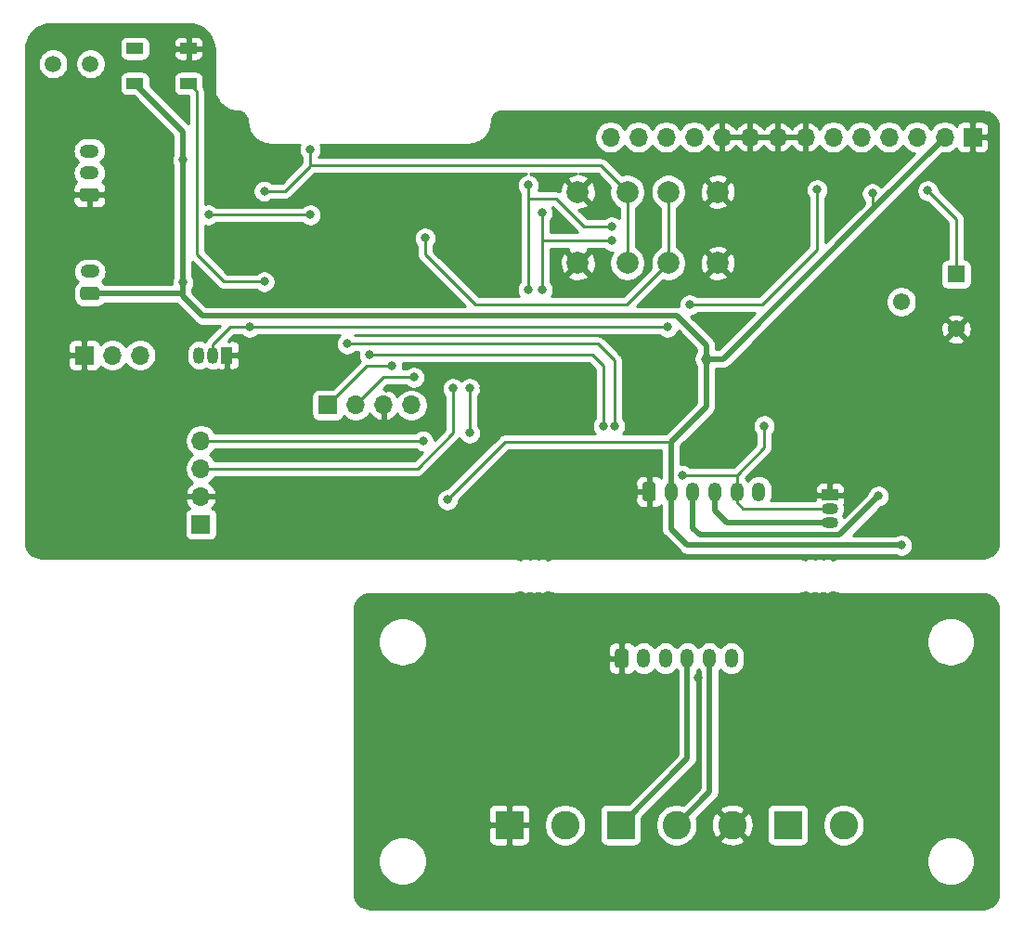
<source format=gbr>
%TF.GenerationSoftware,KiCad,Pcbnew,(5.1.10)-1*%
%TF.CreationDate,2021-05-24T15:00:52+02:00*%
%TF.ProjectId,LakeTemp,4c616b65-5465-46d7-902e-6b696361645f,v1.0*%
%TF.SameCoordinates,Original*%
%TF.FileFunction,Copper,L2,Bot*%
%TF.FilePolarity,Positive*%
%FSLAX46Y46*%
G04 Gerber Fmt 4.6, Leading zero omitted, Abs format (unit mm)*
G04 Created by KiCad (PCBNEW (5.1.10)-1) date 2021-05-24 15:00:52*
%MOMM*%
%LPD*%
G01*
G04 APERTURE LIST*
%TA.AperFunction,ComponentPad*%
%ADD10O,1.200000X1.750000*%
%TD*%
%TA.AperFunction,ComponentPad*%
%ADD11R,1.050000X1.500000*%
%TD*%
%TA.AperFunction,ComponentPad*%
%ADD12O,1.050000X1.500000*%
%TD*%
%TA.AperFunction,ComponentPad*%
%ADD13C,2.000000*%
%TD*%
%TA.AperFunction,ComponentPad*%
%ADD14O,1.700000X1.700000*%
%TD*%
%TA.AperFunction,ComponentPad*%
%ADD15R,1.700000X1.700000*%
%TD*%
%TA.AperFunction,ComponentPad*%
%ADD16C,1.500000*%
%TD*%
%TA.AperFunction,ComponentPad*%
%ADD17O,1.750000X1.200000*%
%TD*%
%TA.AperFunction,ComponentPad*%
%ADD18C,2.600000*%
%TD*%
%TA.AperFunction,ComponentPad*%
%ADD19R,2.600000X2.600000*%
%TD*%
%TA.AperFunction,SMDPad,CuDef*%
%ADD20R,1.500000X1.000000*%
%TD*%
%TA.AperFunction,ComponentPad*%
%ADD21R,1.500000X1.050000*%
%TD*%
%TA.AperFunction,ComponentPad*%
%ADD22O,1.500000X1.050000*%
%TD*%
%TA.AperFunction,ComponentPad*%
%ADD23C,1.550000*%
%TD*%
%TA.AperFunction,ComponentPad*%
%ADD24R,1.550000X1.550000*%
%TD*%
%TA.AperFunction,ViaPad*%
%ADD25C,0.800000*%
%TD*%
%TA.AperFunction,ViaPad*%
%ADD26C,1.000000*%
%TD*%
%TA.AperFunction,Conductor*%
%ADD27C,0.500000*%
%TD*%
%TA.AperFunction,Conductor*%
%ADD28C,0.250000*%
%TD*%
%TA.AperFunction,Conductor*%
%ADD29C,0.254000*%
%TD*%
%TA.AperFunction,Conductor*%
%ADD30C,0.100000*%
%TD*%
G04 APERTURE END LIST*
D10*
%TO.P,J2,6*%
%TO.N,WATER_LEVEL*%
X175010000Y-94074000D03*
%TO.P,J2,5*%
%TO.N,ONEWIRE_BUS*%
X173010000Y-94074000D03*
%TO.P,J2,4*%
%TO.N,ONEWIRE_PWR*%
X171010000Y-94074000D03*
%TO.P,J2,3*%
%TO.N,+3V3*%
X169010000Y-94074000D03*
%TO.P,J2,2*%
%TO.N,+5V*%
X167010000Y-94074000D03*
%TO.P,J2,1*%
%TO.N,GND*%
%TA.AperFunction,ComponentPad*%
G36*
G01*
X164410000Y-94699001D02*
X164410000Y-93448999D01*
G75*
G02*
X164659999Y-93199000I249999J0D01*
G01*
X165360001Y-93199000D01*
G75*
G02*
X165610000Y-93448999I0J-249999D01*
G01*
X165610000Y-94699001D01*
G75*
G02*
X165360001Y-94949000I-249999J0D01*
G01*
X164659999Y-94949000D01*
G75*
G02*
X164410000Y-94699001I0J249999D01*
G01*
G37*
%TD.AperFunction*%
%TD*%
D11*
%TO.P,Q1,1*%
%TO.N,GND*%
X126510000Y-81628000D03*
D12*
%TO.P,Q1,3*%
%TO.N,Net-(JP2-Pad3)*%
X123970000Y-81628000D03*
%TO.P,Q1,2*%
%TO.N,LCD_LED*%
X125240000Y-81628000D03*
%TD*%
D13*
%TO.P,SW2,1*%
%TO.N,GND*%
X171265000Y-73230000D03*
%TO.P,SW2,2*%
%TO.N,Net-(R7-Pad1)*%
X166765000Y-73230000D03*
%TO.P,SW2,1*%
%TO.N,GND*%
X171265000Y-66730000D03*
%TO.P,SW2,2*%
%TO.N,Net-(R7-Pad1)*%
X166765000Y-66730000D03*
%TD*%
%TO.P,SW1,1*%
%TO.N,GND*%
X158515000Y-66730000D03*
%TO.P,SW1,2*%
%TO.N,Net-(R5-Pad1)*%
X163015000Y-66730000D03*
%TO.P,SW1,1*%
%TO.N,GND*%
X158515000Y-73230000D03*
%TO.P,SW1,2*%
%TO.N,Net-(R5-Pad1)*%
X163015000Y-73230000D03*
%TD*%
D14*
%TO.P,JP2,3*%
%TO.N,Net-(JP2-Pad3)*%
X118590000Y-81628000D03*
%TO.P,JP2,2*%
%TO.N,Net-(J6-Pad2)*%
X116050000Y-81628000D03*
D15*
%TO.P,JP2,1*%
%TO.N,GND*%
X113510000Y-81628000D03*
%TD*%
D10*
%TO.P,J3,6*%
%TO.N,Net-(J3-Pad6)*%
X172510000Y-109274000D03*
%TO.P,J3,5*%
%TO.N,Net-(J3-Pad5)*%
X170510000Y-109274000D03*
%TO.P,J3,4*%
%TO.N,Net-(J3-Pad4)*%
X168510000Y-109274000D03*
%TO.P,J3,3*%
%TO.N,Net-(J3-Pad3)*%
X166510000Y-109274000D03*
%TO.P,J3,2*%
%TO.N,Net-(J1-Pad2)*%
X164510000Y-109274000D03*
%TO.P,J3,1*%
%TO.N,GND1*%
%TA.AperFunction,ComponentPad*%
G36*
G01*
X161910000Y-109899001D02*
X161910000Y-108648999D01*
G75*
G02*
X162159999Y-108399000I249999J0D01*
G01*
X162860001Y-108399000D01*
G75*
G02*
X163110000Y-108648999I0J-249999D01*
G01*
X163110000Y-109899001D01*
G75*
G02*
X162860001Y-110149000I-249999J0D01*
G01*
X162159999Y-110149000D01*
G75*
G02*
X161910000Y-109899001I0J249999D01*
G01*
G37*
%TD.AperFunction*%
%TD*%
D14*
%TO.P,J9,4*%
%TO.N,SDA*%
X124143000Y-89432000D03*
%TO.P,J9,3*%
%TO.N,SCL*%
X124143000Y-91972000D03*
%TO.P,J9,2*%
%TO.N,GND*%
X124143000Y-94512000D03*
D15*
%TO.P,J9,1*%
%TO.N,+3V3*%
X124143000Y-97052000D03*
%TD*%
D16*
%TO.P,R14,2*%
%TO.N,LDR*%
X114054000Y-55064000D03*
%TO.P,R14,1*%
%TO.N,+3V3*%
X110654000Y-55064000D03*
%TD*%
D17*
%TO.P,J10,3*%
%TO.N,TOUCH_IO*%
X113967000Y-63000000D03*
%TO.P,J10,2*%
%TO.N,+3V3*%
X113967000Y-65000000D03*
%TO.P,J10,1*%
%TO.N,GND*%
%TA.AperFunction,ComponentPad*%
G36*
G01*
X114592001Y-67600000D02*
X113341999Y-67600000D01*
G75*
G02*
X113092000Y-67350001I0J249999D01*
G01*
X113092000Y-66649999D01*
G75*
G02*
X113341999Y-66400000I249999J0D01*
G01*
X114592001Y-66400000D01*
G75*
G02*
X114842000Y-66649999I0J-249999D01*
G01*
X114842000Y-67350001D01*
G75*
G02*
X114592001Y-67600000I-249999J0D01*
G01*
G37*
%TD.AperFunction*%
%TD*%
D14*
%TO.P,J8,14*%
%TO.N,LCD_DB7*%
X161490000Y-61750000D03*
%TO.P,J8,13*%
%TO.N,LCD_DB6*%
X164030000Y-61750000D03*
%TO.P,J8,12*%
%TO.N,LCD_DB5*%
X166570000Y-61750000D03*
%TO.P,J8,11*%
%TO.N,LCD_DB4*%
X169110000Y-61750000D03*
%TO.P,J8,10*%
%TO.N,GND*%
X171650000Y-61750000D03*
%TO.P,J8,9*%
X174190000Y-61750000D03*
%TO.P,J8,8*%
X176730000Y-61750000D03*
%TO.P,J8,7*%
X179270000Y-61750000D03*
%TO.P,J8,6*%
%TO.N,LCD_E*%
X181810000Y-61750000D03*
%TO.P,J8,5*%
%TO.N,LCD_RW*%
X184350000Y-61750000D03*
%TO.P,J8,4*%
%TO.N,LCD_RS*%
X186890000Y-61750000D03*
%TO.P,J8,3*%
%TO.N,LCD_CONTRAST*%
X189430000Y-61750000D03*
%TO.P,J8,2*%
%TO.N,+5V*%
X191970000Y-61750000D03*
D15*
%TO.P,J8,1*%
%TO.N,GND*%
X194510000Y-61750000D03*
%TD*%
D14*
%TO.P,J7,4*%
%TO.N,+3V3*%
X143330000Y-86182000D03*
%TO.P,J7,3*%
%TO.N,GND*%
X140790000Y-86182000D03*
%TO.P,J7,2*%
%TO.N,ESP_RX*%
X138250000Y-86182000D03*
D15*
%TO.P,J7,1*%
%TO.N,ESP_TX*%
X135710000Y-86182000D03*
%TD*%
D17*
%TO.P,J6,2*%
%TO.N,Net-(J6-Pad2)*%
X114010000Y-74000000D03*
%TO.P,J6,1*%
%TO.N,+5V*%
%TA.AperFunction,ComponentPad*%
G36*
G01*
X114635001Y-76600000D02*
X113384999Y-76600000D01*
G75*
G02*
X113135000Y-76350001I0J249999D01*
G01*
X113135000Y-75649999D01*
G75*
G02*
X113384999Y-75400000I249999J0D01*
G01*
X114635001Y-75400000D01*
G75*
G02*
X114885000Y-75649999I0J-249999D01*
G01*
X114885000Y-76350001D01*
G75*
G02*
X114635001Y-76600000I-249999J0D01*
G01*
G37*
%TD.AperFunction*%
%TD*%
D18*
%TO.P,J5,2*%
%TO.N,Net-(J3-Pad6)*%
X182745000Y-124480000D03*
D19*
%TO.P,J5,1*%
%TO.N,Net-(J3-Pad3)*%
X177665000Y-124480000D03*
%TD*%
%TO.P,J4,1*%
%TO.N,Net-(J3-Pad4)*%
X162425000Y-124480000D03*
D18*
%TO.P,J4,2*%
%TO.N,Net-(J3-Pad5)*%
X167505000Y-124480000D03*
%TO.P,J4,3*%
%TO.N,GND1*%
X172585000Y-124480000D03*
%TD*%
%TO.P,J1,2*%
%TO.N,Net-(J1-Pad2)*%
X157345000Y-124480000D03*
D19*
%TO.P,J1,1*%
%TO.N,GND1*%
X152265000Y-124480000D03*
%TD*%
D20*
%TO.P,D5,1*%
%TO.N,+5V*%
X118110000Y-56850000D03*
%TO.P,D5,2*%
%TO.N,Net-(D5-Pad2)*%
X118110000Y-53650000D03*
%TO.P,D5,4*%
%TO.N,WS2812B*%
X123010000Y-56850000D03*
%TO.P,D5,3*%
%TO.N,GND*%
X123010000Y-53650000D03*
%TD*%
D21*
%TO.P,U5,1*%
%TO.N,GND*%
X181510000Y-94368000D03*
D22*
%TO.P,U5,3*%
%TO.N,ONEWIRE_PWR*%
X181510000Y-96908000D03*
%TO.P,U5,2*%
%TO.N,ONEWIRE_BUS*%
X181510000Y-95638000D03*
%TD*%
D23*
%TO.P,RV1,2*%
%TO.N,LCD_CONTRAST*%
X188015000Y-76744000D03*
D24*
%TO.P,RV1,1*%
%TO.N,Net-(C4-Pad1)*%
X193015000Y-74244000D03*
D23*
%TO.P,RV1,3*%
%TO.N,GND*%
X193015000Y-79244000D03*
%TD*%
D25*
%TO.N,GND*%
X125286000Y-64846000D03*
X125286000Y-72466000D03*
X133922000Y-90754000D03*
X129858000Y-90754000D03*
X135446000Y-81610000D03*
X139510000Y-70434000D03*
X124778000Y-76530000D03*
X134430000Y-76022000D03*
X142558000Y-70434000D03*
X185493000Y-86746000D03*
X185747000Y-83848000D03*
X182446000Y-63634000D03*
X145606000Y-84658000D03*
X164125000Y-88070000D03*
X120560000Y-53726000D03*
X120560000Y-56774000D03*
X118020000Y-55250000D03*
X123100000Y-55250000D03*
X149930000Y-84662000D03*
X157595000Y-70050000D03*
X172665000Y-79070000D03*
X129675000Y-76860000D03*
X188714000Y-67838000D03*
X188160000Y-63528000D03*
X139519000Y-65687000D03*
%TO.N,+5V*%
X188033000Y-98961000D03*
X185367000Y-66878000D03*
X122492000Y-63830000D03*
X122492000Y-75006000D03*
X146622000Y-94818000D03*
D26*
X170224000Y-81964000D03*
D25*
%TO.N,+3V3*%
X185928000Y-94488000D03*
%TO.N,SDA*%
X148654000Y-84658000D03*
X155258000Y-68656000D03*
X155258000Y-75641000D03*
X161608000Y-71196000D03*
X144388000Y-89432000D03*
X148654000Y-88722000D03*
%TO.N,SCL*%
X153988000Y-66116000D03*
X147130000Y-84658000D03*
X153988000Y-75641000D03*
X161608000Y-69926000D03*
%TO.N,LCD_LED*%
X180340000Y-66548000D03*
X128588000Y-79070000D03*
X166688000Y-79070000D03*
X168720000Y-77038000D03*
%TO.N,TOUCH_IO*%
X134112000Y-68834000D03*
X124841000Y-68834000D03*
%TO.N,ONEWIRE_BUS*%
X175510000Y-88074000D03*
X168010000Y-92574000D03*
X137478000Y-80594000D03*
X161860000Y-88082000D03*
%TO.N,WS2812B*%
X129921000Y-74930000D03*
%TO.N,WATER_LEVEL*%
X139510000Y-81610000D03*
X160844000Y-88082000D03*
%TO.N,ESP_RX*%
X143574000Y-83642000D03*
%TO.N,ESP_TX*%
X141542000Y-82626000D03*
%TO.N,Net-(R5-Pad1)*%
X134112000Y-62865000D03*
X129921000Y-66675000D03*
%TO.N,Net-(R7-Pad1)*%
X144590000Y-70942000D03*
%TO.N,Net-(C4-Pad1)*%
X190425500Y-66624000D03*
%TO.N,GND1*%
X169510000Y-111074000D03*
X178512000Y-110036000D03*
%TD*%
D27*
%TO.N,+5V*%
X122492000Y-63830000D02*
X122492000Y-75978000D01*
X122492000Y-61232000D02*
X118110000Y-56850000D01*
X122492000Y-63830000D02*
X122492000Y-61232000D01*
X167010000Y-94074000D02*
X167010000Y-89534000D01*
X170224000Y-86320000D02*
X170224000Y-81964000D01*
X167010000Y-89534000D02*
X170224000Y-86320000D01*
X171756000Y-81964000D02*
X170224000Y-81964000D01*
D28*
X185367000Y-68275000D02*
X185406000Y-68314000D01*
X185367000Y-66878000D02*
X185367000Y-68275000D01*
D27*
X185406000Y-68314000D02*
X171756000Y-81964000D01*
X191970000Y-61750000D02*
X185406000Y-68314000D01*
X167010000Y-94074000D02*
X167010000Y-97474000D01*
X122470000Y-76000000D02*
X114010000Y-76000000D01*
X170224000Y-81964000D02*
X170224000Y-80704000D01*
D28*
X151906000Y-89534000D02*
X146622000Y-94818000D01*
X167010000Y-89534000D02*
X151906000Y-89534000D01*
D27*
X122470000Y-76000000D02*
X122470000Y-76254000D01*
X122470000Y-76254000D02*
X124270000Y-78054000D01*
X167574000Y-78054000D02*
X170224000Y-80704000D01*
X124270000Y-78054000D02*
X167574000Y-78054000D01*
X168497000Y-98961000D02*
X167010000Y-97474000D01*
X188033000Y-98961000D02*
X168497000Y-98961000D01*
%TO.N,+3V3*%
X169010000Y-94074000D02*
X169010000Y-96374000D01*
X169010000Y-96374000D02*
X169010000Y-97382000D01*
X169010000Y-97382000D02*
X169672000Y-98044000D01*
X169672000Y-98044000D02*
X182372000Y-98044000D01*
X182372000Y-98044000D02*
X185928000Y-94488000D01*
X185928000Y-94488000D02*
X185928000Y-94488000D01*
D28*
%TO.N,SDA*%
X155258000Y-71196000D02*
X161608000Y-71196000D01*
X155258000Y-68656000D02*
X155258000Y-71196000D01*
X155258000Y-71196000D02*
X155258000Y-75641000D01*
X161608000Y-71196000D02*
X161608000Y-71196000D01*
X124143000Y-89432000D02*
X144388000Y-89432000D01*
X144388000Y-89432000D02*
X144388000Y-89432000D01*
X148654000Y-88722000D02*
X148654000Y-84658000D01*
%TO.N,SCL*%
X153988000Y-67386000D02*
X156528000Y-67386000D01*
X156528000Y-67386000D02*
X159068000Y-69926000D01*
X159068000Y-69926000D02*
X161608000Y-69926000D01*
X161608000Y-69926000D02*
X161608000Y-69926000D01*
X124143000Y-91972000D02*
X143880000Y-91972000D01*
X147130000Y-88722000D02*
X147130000Y-84658000D01*
X143880000Y-91972000D02*
X147130000Y-88722000D01*
X153988000Y-75641000D02*
X153988000Y-66116000D01*
%TO.N,LCD_LED*%
X126798000Y-79070000D02*
X128588000Y-79070000D01*
X125240000Y-80628000D02*
X126798000Y-79070000D01*
X125240000Y-81628000D02*
X125240000Y-80628000D01*
X128588000Y-79070000D02*
X166688000Y-79070000D01*
X180340000Y-66548000D02*
X180340000Y-72022000D01*
X175324000Y-77038000D02*
X168720000Y-77038000D01*
X180340000Y-72022000D02*
X175324000Y-77038000D01*
%TO.N,TOUCH_IO*%
X134112000Y-68834000D02*
X124841000Y-68834000D01*
%TO.N,ONEWIRE_BUS*%
X168010000Y-92574000D02*
X173010000Y-92574000D01*
X173010000Y-92574000D02*
X173010000Y-94074000D01*
X173010000Y-94074000D02*
X173010000Y-95074000D01*
X173574000Y-95638000D02*
X181510000Y-95638000D01*
X173010000Y-95074000D02*
X173574000Y-95638000D01*
X175510000Y-90074000D02*
X173010000Y-92574000D01*
X175510000Y-88074000D02*
X175510000Y-90074000D01*
X159322000Y-80594000D02*
X137478000Y-80594000D01*
X160338000Y-80594000D02*
X159322000Y-80594000D01*
X161860000Y-82116000D02*
X160338000Y-80594000D01*
X161860000Y-88082000D02*
X161860000Y-82116000D01*
%TO.N,WS2812B*%
X129921000Y-74930000D02*
X126238000Y-74930000D01*
X126238000Y-74930000D02*
X123734999Y-72426999D01*
X123734999Y-57574999D02*
X123010000Y-56850000D01*
X123734999Y-72426999D02*
X123734999Y-57574999D01*
%TO.N,WATER_LEVEL*%
X154370410Y-81610000D02*
X139510000Y-81610000D01*
X159830000Y-81610000D02*
X154370410Y-81610000D01*
X160844000Y-82624000D02*
X159830000Y-81610000D01*
X160844000Y-88082000D02*
X160844000Y-82624000D01*
D27*
%TO.N,ONEWIRE_PWR*%
X181510000Y-96908000D02*
X172080000Y-96908000D01*
X171010000Y-95838000D02*
X171010000Y-94074000D01*
X172080000Y-96908000D02*
X171010000Y-95838000D01*
D28*
%TO.N,ESP_RX*%
X140790000Y-83642000D02*
X143574000Y-83642000D01*
X138250000Y-86182000D02*
X140790000Y-83642000D01*
%TO.N,ESP_TX*%
X139266000Y-82626000D02*
X135710000Y-86182000D01*
X141542000Y-82626000D02*
X139266000Y-82626000D01*
%TO.N,Net-(R5-Pad1)*%
X163015000Y-73230000D02*
X163015000Y-66730000D01*
X129921000Y-66675000D02*
X131839000Y-66675000D01*
X163015000Y-66730000D02*
X160623000Y-64338000D01*
X160623000Y-64338000D02*
X134176000Y-64338000D01*
X134176000Y-62929000D02*
X134112000Y-62865000D01*
X134112000Y-64402000D02*
X131839000Y-66675000D01*
X134112000Y-62865000D02*
X134112000Y-64402000D01*
%TO.N,Net-(R7-Pad1)*%
X166765000Y-73230000D02*
X166765000Y-66730000D01*
X144590000Y-70942000D02*
X144590000Y-72466000D01*
X144590000Y-72466000D02*
X149162000Y-77038000D01*
X162957000Y-77038000D02*
X166765000Y-73230000D01*
X149162000Y-77038000D02*
X162957000Y-77038000D01*
%TO.N,Net-(C4-Pad1)*%
X193015000Y-69213500D02*
X190425500Y-66624000D01*
X193015000Y-69213500D02*
X193015000Y-74244000D01*
D27*
%TO.N,Net-(J3-Pad5)*%
X170510000Y-121475000D02*
X167505000Y-124480000D01*
X170510000Y-109274000D02*
X170510000Y-121475000D01*
%TO.N,Net-(J3-Pad4)*%
X168510000Y-118395000D02*
X162425000Y-124480000D01*
X168510000Y-109274000D02*
X168510000Y-118395000D01*
%TD*%
D29*
%TO.N,GND*%
X123463893Y-51457670D02*
X123900498Y-51589489D01*
X124303185Y-51803600D01*
X124656612Y-52091848D01*
X124947327Y-52443261D01*
X125164242Y-52844439D01*
X125299106Y-53280113D01*
X125350001Y-53764353D01*
X125350000Y-57282418D01*
X125352818Y-57311027D01*
X125352753Y-57320288D01*
X125353652Y-57329460D01*
X125384252Y-57620605D01*
X125396283Y-57679217D01*
X125407489Y-57737963D01*
X125410153Y-57746784D01*
X125496721Y-58026440D01*
X125519899Y-58081578D01*
X125542311Y-58137050D01*
X125546638Y-58145186D01*
X125685877Y-58402702D01*
X125719304Y-58452259D01*
X125752080Y-58502347D01*
X125757905Y-58509488D01*
X125944510Y-58735056D01*
X125986965Y-58777215D01*
X126028809Y-58819945D01*
X126035909Y-58825819D01*
X126262773Y-59010845D01*
X126312566Y-59043927D01*
X126361955Y-59077745D01*
X126370061Y-59082127D01*
X126628542Y-59219564D01*
X126683836Y-59242355D01*
X126738829Y-59265925D01*
X126747632Y-59268650D01*
X127027887Y-59353264D01*
X127086564Y-59364882D01*
X127145079Y-59377320D01*
X127154242Y-59378283D01*
X127154244Y-59378283D01*
X127445596Y-59406850D01*
X127672540Y-59429102D01*
X127828894Y-59476308D01*
X127973096Y-59552982D01*
X128099663Y-59656207D01*
X128203769Y-59782051D01*
X128281447Y-59925711D01*
X128329742Y-60081729D01*
X128352882Y-60301890D01*
X128352753Y-60320288D01*
X128353652Y-60329460D01*
X128384252Y-60620605D01*
X128396283Y-60679217D01*
X128407489Y-60737963D01*
X128410153Y-60746784D01*
X128496721Y-61026440D01*
X128519899Y-61081578D01*
X128542311Y-61137050D01*
X128546638Y-61145186D01*
X128685877Y-61402702D01*
X128719304Y-61452259D01*
X128752080Y-61502347D01*
X128757905Y-61509488D01*
X128944510Y-61735056D01*
X128986965Y-61777215D01*
X129028809Y-61819945D01*
X129035909Y-61825819D01*
X129262773Y-62010845D01*
X129312566Y-62043927D01*
X129361955Y-62077745D01*
X129370061Y-62082127D01*
X129628542Y-62219564D01*
X129683836Y-62242355D01*
X129738829Y-62265925D01*
X129747632Y-62268650D01*
X130027887Y-62353264D01*
X130086564Y-62364882D01*
X130145079Y-62377320D01*
X130154242Y-62378283D01*
X130154244Y-62378283D01*
X130445596Y-62406850D01*
X130445598Y-62406850D01*
X130477581Y-62410000D01*
X133180191Y-62410000D01*
X133116774Y-62563102D01*
X133077000Y-62763061D01*
X133077000Y-62966939D01*
X133116774Y-63166898D01*
X133194795Y-63355256D01*
X133308063Y-63524774D01*
X133352000Y-63568711D01*
X133352001Y-64087196D01*
X131524199Y-65915000D01*
X130624711Y-65915000D01*
X130580774Y-65871063D01*
X130411256Y-65757795D01*
X130222898Y-65679774D01*
X130022939Y-65640000D01*
X129819061Y-65640000D01*
X129619102Y-65679774D01*
X129430744Y-65757795D01*
X129261226Y-65871063D01*
X129117063Y-66015226D01*
X129003795Y-66184744D01*
X128925774Y-66373102D01*
X128886000Y-66573061D01*
X128886000Y-66776939D01*
X128925774Y-66976898D01*
X129003795Y-67165256D01*
X129117063Y-67334774D01*
X129261226Y-67478937D01*
X129430744Y-67592205D01*
X129619102Y-67670226D01*
X129819061Y-67710000D01*
X130022939Y-67710000D01*
X130222898Y-67670226D01*
X130411256Y-67592205D01*
X130580774Y-67478937D01*
X130624711Y-67435000D01*
X131801678Y-67435000D01*
X131839000Y-67438676D01*
X131876322Y-67435000D01*
X131876333Y-67435000D01*
X131987986Y-67424003D01*
X132131247Y-67380546D01*
X132263276Y-67309974D01*
X132379001Y-67215001D01*
X132402804Y-67185998D01*
X134490803Y-65098000D01*
X153800596Y-65098000D01*
X153686102Y-65120774D01*
X153497744Y-65198795D01*
X153328226Y-65312063D01*
X153184063Y-65456226D01*
X153070795Y-65625744D01*
X152992774Y-65814102D01*
X152953000Y-66014061D01*
X152953000Y-66217939D01*
X152992774Y-66417898D01*
X153070795Y-66606256D01*
X153184063Y-66775774D01*
X153228001Y-66819712D01*
X153228001Y-67348658D01*
X153224323Y-67386000D01*
X153228001Y-67423342D01*
X153228000Y-74937289D01*
X153184063Y-74981226D01*
X153070795Y-75150744D01*
X152992774Y-75339102D01*
X152953000Y-75539061D01*
X152953000Y-75742939D01*
X152992774Y-75942898D01*
X153070795Y-76131256D01*
X153168846Y-76278000D01*
X149476803Y-76278000D01*
X145350000Y-72151199D01*
X145350000Y-71645711D01*
X145393937Y-71601774D01*
X145507205Y-71432256D01*
X145585226Y-71243898D01*
X145625000Y-71043939D01*
X145625000Y-70840061D01*
X145585226Y-70640102D01*
X145507205Y-70451744D01*
X145393937Y-70282226D01*
X145249774Y-70138063D01*
X145080256Y-70024795D01*
X144891898Y-69946774D01*
X144691939Y-69907000D01*
X144488061Y-69907000D01*
X144288102Y-69946774D01*
X144099744Y-70024795D01*
X143930226Y-70138063D01*
X143786063Y-70282226D01*
X143672795Y-70451744D01*
X143594774Y-70640102D01*
X143555000Y-70840061D01*
X143555000Y-71043939D01*
X143594774Y-71243898D01*
X143672795Y-71432256D01*
X143786063Y-71601774D01*
X143830000Y-71645711D01*
X143830001Y-72428668D01*
X143826324Y-72466000D01*
X143840998Y-72614985D01*
X143884454Y-72758246D01*
X143955026Y-72890276D01*
X144018950Y-72968167D01*
X144050000Y-73006001D01*
X144078998Y-73029799D01*
X148218197Y-77169000D01*
X124636579Y-77169000D01*
X123377000Y-75909422D01*
X123377000Y-75544454D01*
X123409205Y-75496256D01*
X123487226Y-75307898D01*
X123527000Y-75107939D01*
X123527000Y-74904061D01*
X123487226Y-74704102D01*
X123409205Y-74515744D01*
X123377000Y-74467546D01*
X123377000Y-73143801D01*
X125674201Y-75441003D01*
X125697999Y-75470001D01*
X125726997Y-75493799D01*
X125813723Y-75564974D01*
X125874515Y-75597468D01*
X125945753Y-75635546D01*
X126089014Y-75679003D01*
X126200667Y-75690000D01*
X126200677Y-75690000D01*
X126238000Y-75693676D01*
X126275323Y-75690000D01*
X129217289Y-75690000D01*
X129261226Y-75733937D01*
X129430744Y-75847205D01*
X129619102Y-75925226D01*
X129819061Y-75965000D01*
X130022939Y-75965000D01*
X130222898Y-75925226D01*
X130411256Y-75847205D01*
X130580774Y-75733937D01*
X130724937Y-75589774D01*
X130838205Y-75420256D01*
X130916226Y-75231898D01*
X130956000Y-75031939D01*
X130956000Y-74828061D01*
X130916226Y-74628102D01*
X130838205Y-74439744D01*
X130724937Y-74270226D01*
X130580774Y-74126063D01*
X130411256Y-74012795D01*
X130222898Y-73934774D01*
X130022939Y-73895000D01*
X129819061Y-73895000D01*
X129619102Y-73934774D01*
X129430744Y-74012795D01*
X129261226Y-74126063D01*
X129217289Y-74170000D01*
X126552802Y-74170000D01*
X124494999Y-72112198D01*
X124494999Y-69810958D01*
X124539102Y-69829226D01*
X124739061Y-69869000D01*
X124942939Y-69869000D01*
X125142898Y-69829226D01*
X125331256Y-69751205D01*
X125500774Y-69637937D01*
X125544711Y-69594000D01*
X133408289Y-69594000D01*
X133452226Y-69637937D01*
X133621744Y-69751205D01*
X133810102Y-69829226D01*
X134010061Y-69869000D01*
X134213939Y-69869000D01*
X134413898Y-69829226D01*
X134602256Y-69751205D01*
X134771774Y-69637937D01*
X134915937Y-69493774D01*
X135029205Y-69324256D01*
X135107226Y-69135898D01*
X135147000Y-68935939D01*
X135147000Y-68732061D01*
X135107226Y-68532102D01*
X135029205Y-68343744D01*
X134915937Y-68174226D01*
X134771774Y-68030063D01*
X134602256Y-67916795D01*
X134413898Y-67838774D01*
X134213939Y-67799000D01*
X134010061Y-67799000D01*
X133810102Y-67838774D01*
X133621744Y-67916795D01*
X133452226Y-68030063D01*
X133408289Y-68074000D01*
X125544711Y-68074000D01*
X125500774Y-68030063D01*
X125331256Y-67916795D01*
X125142898Y-67838774D01*
X124942939Y-67799000D01*
X124739061Y-67799000D01*
X124539102Y-67838774D01*
X124494999Y-67857042D01*
X124494999Y-57612321D01*
X124498675Y-57574998D01*
X124494999Y-57537675D01*
X124494999Y-57537666D01*
X124484002Y-57426013D01*
X124440545Y-57282752D01*
X124398072Y-57203292D01*
X124398072Y-56350000D01*
X124385812Y-56225518D01*
X124349502Y-56105820D01*
X124290537Y-55995506D01*
X124211185Y-55898815D01*
X124114494Y-55819463D01*
X124004180Y-55760498D01*
X123884482Y-55724188D01*
X123760000Y-55711928D01*
X122260000Y-55711928D01*
X122135518Y-55724188D01*
X122015820Y-55760498D01*
X121905506Y-55819463D01*
X121808815Y-55898815D01*
X121729463Y-55995506D01*
X121670498Y-56105820D01*
X121634188Y-56225518D01*
X121621928Y-56350000D01*
X121621928Y-57350000D01*
X121634188Y-57474482D01*
X121670498Y-57594180D01*
X121729463Y-57704494D01*
X121808815Y-57801185D01*
X121905506Y-57880537D01*
X122015820Y-57939502D01*
X122135518Y-57975812D01*
X122260000Y-57988072D01*
X122975000Y-57988072D01*
X122975000Y-60463421D01*
X119498072Y-56986494D01*
X119498072Y-56350000D01*
X119485812Y-56225518D01*
X119449502Y-56105820D01*
X119390537Y-55995506D01*
X119311185Y-55898815D01*
X119214494Y-55819463D01*
X119104180Y-55760498D01*
X118984482Y-55724188D01*
X118860000Y-55711928D01*
X117360000Y-55711928D01*
X117235518Y-55724188D01*
X117115820Y-55760498D01*
X117005506Y-55819463D01*
X116908815Y-55898815D01*
X116829463Y-55995506D01*
X116770498Y-56105820D01*
X116734188Y-56225518D01*
X116721928Y-56350000D01*
X116721928Y-57350000D01*
X116734188Y-57474482D01*
X116770498Y-57594180D01*
X116829463Y-57704494D01*
X116908815Y-57801185D01*
X117005506Y-57880537D01*
X117115820Y-57939502D01*
X117235518Y-57975812D01*
X117360000Y-57988072D01*
X117996494Y-57988072D01*
X121607001Y-61598580D01*
X121607000Y-63291545D01*
X121574795Y-63339744D01*
X121496774Y-63528102D01*
X121457000Y-63728061D01*
X121457000Y-63931939D01*
X121496774Y-64131898D01*
X121574795Y-64320256D01*
X121607000Y-64368454D01*
X121607001Y-74467544D01*
X121574795Y-74515744D01*
X121496774Y-74704102D01*
X121457000Y-74904061D01*
X121457000Y-75107939D01*
X121458405Y-75115000D01*
X115339254Y-75115000D01*
X115262962Y-75022038D01*
X115128387Y-74911595D01*
X115123889Y-74909191D01*
X115162502Y-74877502D01*
X115316833Y-74689449D01*
X115431511Y-74474901D01*
X115502130Y-74242102D01*
X115525975Y-74000000D01*
X115502130Y-73757898D01*
X115431511Y-73525099D01*
X115316833Y-73310551D01*
X115162502Y-73122498D01*
X114974449Y-72968167D01*
X114759901Y-72853489D01*
X114527102Y-72782870D01*
X114345665Y-72765000D01*
X113674335Y-72765000D01*
X113492898Y-72782870D01*
X113260099Y-72853489D01*
X113045551Y-72968167D01*
X112857498Y-73122498D01*
X112703167Y-73310551D01*
X112588489Y-73525099D01*
X112517870Y-73757898D01*
X112494025Y-74000000D01*
X112517870Y-74242102D01*
X112588489Y-74474901D01*
X112703167Y-74689449D01*
X112857498Y-74877502D01*
X112896111Y-74909191D01*
X112891613Y-74911595D01*
X112757038Y-75022038D01*
X112646595Y-75156613D01*
X112564528Y-75310149D01*
X112513992Y-75476745D01*
X112496928Y-75649999D01*
X112496928Y-76350001D01*
X112513992Y-76523255D01*
X112564528Y-76689851D01*
X112646595Y-76843387D01*
X112757038Y-76977962D01*
X112891613Y-77088405D01*
X113045149Y-77170472D01*
X113211745Y-77221008D01*
X113384999Y-77238072D01*
X114635001Y-77238072D01*
X114808255Y-77221008D01*
X114974851Y-77170472D01*
X115128387Y-77088405D01*
X115262962Y-76977962D01*
X115339254Y-76885000D01*
X121843843Y-76885000D01*
X121874955Y-76910533D01*
X123613470Y-78649049D01*
X123641183Y-78682817D01*
X123674951Y-78710530D01*
X123674953Y-78710532D01*
X123745102Y-78768102D01*
X123775941Y-78793411D01*
X123929687Y-78875589D01*
X124096510Y-78926195D01*
X124226523Y-78939000D01*
X124226533Y-78939000D01*
X124269999Y-78943281D01*
X124313465Y-78939000D01*
X125854198Y-78939000D01*
X124728998Y-80064201D01*
X124700000Y-80087999D01*
X124676202Y-80116997D01*
X124676201Y-80116998D01*
X124605026Y-80203724D01*
X124534454Y-80335754D01*
X124525981Y-80363687D01*
X124520452Y-80381914D01*
X124416060Y-80326115D01*
X124197400Y-80259785D01*
X123970000Y-80237388D01*
X123742601Y-80259785D01*
X123523941Y-80326115D01*
X123322422Y-80433829D01*
X123145789Y-80578788D01*
X123000830Y-80755421D01*
X122893115Y-80956940D01*
X122826785Y-81175600D01*
X122810000Y-81346021D01*
X122810000Y-81909978D01*
X122826785Y-82080399D01*
X122893115Y-82299059D01*
X123000829Y-82500578D01*
X123145788Y-82677212D01*
X123322421Y-82822171D01*
X123523940Y-82929885D01*
X123742600Y-82996215D01*
X123970000Y-83018612D01*
X124197399Y-82996215D01*
X124416059Y-82929885D01*
X124605000Y-82828894D01*
X124793940Y-82929885D01*
X125012600Y-82996215D01*
X125240000Y-83018612D01*
X125467399Y-82996215D01*
X125676098Y-82932907D01*
X125740820Y-82967502D01*
X125860518Y-83003812D01*
X125985000Y-83016072D01*
X126224250Y-83013000D01*
X126383000Y-82854250D01*
X126383000Y-82081109D01*
X126383215Y-82080400D01*
X126400000Y-81909979D01*
X126400000Y-81755000D01*
X126637000Y-81755000D01*
X126637000Y-82854250D01*
X126795750Y-83013000D01*
X127035000Y-83016072D01*
X127159482Y-83003812D01*
X127279180Y-82967502D01*
X127389494Y-82908537D01*
X127486185Y-82829185D01*
X127565537Y-82732494D01*
X127624502Y-82622180D01*
X127660812Y-82502482D01*
X127673072Y-82378000D01*
X127670000Y-81913750D01*
X127511250Y-81755000D01*
X126637000Y-81755000D01*
X126400000Y-81755000D01*
X126400000Y-81481000D01*
X126637000Y-81481000D01*
X126637000Y-81501000D01*
X127511250Y-81501000D01*
X127670000Y-81342250D01*
X127673072Y-80878000D01*
X127660812Y-80753518D01*
X127624502Y-80633820D01*
X127565537Y-80523506D01*
X127486185Y-80426815D01*
X127389494Y-80347463D01*
X127279180Y-80288498D01*
X127159482Y-80252188D01*
X127035000Y-80239928D01*
X126795750Y-80243000D01*
X126637002Y-80401748D01*
X126637002Y-80305799D01*
X127112802Y-79830000D01*
X127884289Y-79830000D01*
X127928226Y-79873937D01*
X128097744Y-79987205D01*
X128286102Y-80065226D01*
X128486061Y-80105000D01*
X128689939Y-80105000D01*
X128889898Y-80065226D01*
X129078256Y-79987205D01*
X129247774Y-79873937D01*
X129291711Y-79830000D01*
X136778289Y-79830000D01*
X136674063Y-79934226D01*
X136560795Y-80103744D01*
X136482774Y-80292102D01*
X136443000Y-80492061D01*
X136443000Y-80695939D01*
X136482774Y-80895898D01*
X136560795Y-81084256D01*
X136674063Y-81253774D01*
X136818226Y-81397937D01*
X136987744Y-81511205D01*
X137176102Y-81589226D01*
X137376061Y-81629000D01*
X137579939Y-81629000D01*
X137779898Y-81589226D01*
X137968256Y-81511205D01*
X138137774Y-81397937D01*
X138181711Y-81354000D01*
X138505644Y-81354000D01*
X138475000Y-81508061D01*
X138475000Y-81711939D01*
X138514774Y-81911898D01*
X138592795Y-82100256D01*
X138642521Y-82174676D01*
X136123270Y-84693928D01*
X134860000Y-84693928D01*
X134735518Y-84706188D01*
X134615820Y-84742498D01*
X134505506Y-84801463D01*
X134408815Y-84880815D01*
X134329463Y-84977506D01*
X134270498Y-85087820D01*
X134234188Y-85207518D01*
X134221928Y-85332000D01*
X134221928Y-87032000D01*
X134234188Y-87156482D01*
X134270498Y-87276180D01*
X134329463Y-87386494D01*
X134408815Y-87483185D01*
X134505506Y-87562537D01*
X134615820Y-87621502D01*
X134735518Y-87657812D01*
X134860000Y-87670072D01*
X136560000Y-87670072D01*
X136684482Y-87657812D01*
X136804180Y-87621502D01*
X136914494Y-87562537D01*
X137011185Y-87483185D01*
X137090537Y-87386494D01*
X137149502Y-87276180D01*
X137171513Y-87203620D01*
X137303368Y-87335475D01*
X137546589Y-87497990D01*
X137816842Y-87609932D01*
X138103740Y-87667000D01*
X138396260Y-87667000D01*
X138683158Y-87609932D01*
X138953411Y-87497990D01*
X139196632Y-87335475D01*
X139403475Y-87128632D01*
X139525195Y-86946466D01*
X139594822Y-87063355D01*
X139789731Y-87279588D01*
X140023080Y-87453641D01*
X140285901Y-87578825D01*
X140433110Y-87623476D01*
X140663000Y-87502155D01*
X140663000Y-86309000D01*
X140643000Y-86309000D01*
X140643000Y-86055000D01*
X140663000Y-86055000D01*
X140663000Y-86035000D01*
X140917000Y-86035000D01*
X140917000Y-86055000D01*
X140937000Y-86055000D01*
X140937000Y-86309000D01*
X140917000Y-86309000D01*
X140917000Y-87502155D01*
X141146890Y-87623476D01*
X141294099Y-87578825D01*
X141556920Y-87453641D01*
X141790269Y-87279588D01*
X141985178Y-87063355D01*
X142054805Y-86946466D01*
X142176525Y-87128632D01*
X142383368Y-87335475D01*
X142626589Y-87497990D01*
X142896842Y-87609932D01*
X143183740Y-87667000D01*
X143476260Y-87667000D01*
X143763158Y-87609932D01*
X144033411Y-87497990D01*
X144276632Y-87335475D01*
X144483475Y-87128632D01*
X144645990Y-86885411D01*
X144757932Y-86615158D01*
X144815000Y-86328260D01*
X144815000Y-86035740D01*
X144757932Y-85748842D01*
X144645990Y-85478589D01*
X144483475Y-85235368D01*
X144276632Y-85028525D01*
X144033411Y-84866010D01*
X143763158Y-84754068D01*
X143476260Y-84697000D01*
X143183740Y-84697000D01*
X142896842Y-84754068D01*
X142626589Y-84866010D01*
X142383368Y-85028525D01*
X142176525Y-85235368D01*
X142054805Y-85417534D01*
X141985178Y-85300645D01*
X141790269Y-85084412D01*
X141556920Y-84910359D01*
X141294099Y-84785175D01*
X141146890Y-84740524D01*
X140917002Y-84861844D01*
X140917002Y-84697000D01*
X140809802Y-84697000D01*
X141104803Y-84402000D01*
X142870289Y-84402000D01*
X142914226Y-84445937D01*
X143083744Y-84559205D01*
X143272102Y-84637226D01*
X143472061Y-84677000D01*
X143675939Y-84677000D01*
X143875898Y-84637226D01*
X144064256Y-84559205D01*
X144233774Y-84445937D01*
X144377937Y-84301774D01*
X144491205Y-84132256D01*
X144569226Y-83943898D01*
X144609000Y-83743939D01*
X144609000Y-83540061D01*
X144569226Y-83340102D01*
X144491205Y-83151744D01*
X144377937Y-82982226D01*
X144233774Y-82838063D01*
X144064256Y-82724795D01*
X143875898Y-82646774D01*
X143675939Y-82607000D01*
X143472061Y-82607000D01*
X143272102Y-82646774D01*
X143083744Y-82724795D01*
X142914226Y-82838063D01*
X142870289Y-82882000D01*
X142546356Y-82882000D01*
X142577000Y-82727939D01*
X142577000Y-82524061D01*
X142546356Y-82370000D01*
X159515199Y-82370000D01*
X160084001Y-82938803D01*
X160084000Y-87378289D01*
X160040063Y-87422226D01*
X159926795Y-87591744D01*
X159848774Y-87780102D01*
X159809000Y-87980061D01*
X159809000Y-88183939D01*
X159848774Y-88383898D01*
X159926795Y-88572256D01*
X160040063Y-88741774D01*
X160072289Y-88774000D01*
X151943322Y-88774000D01*
X151905999Y-88770324D01*
X151868676Y-88774000D01*
X151868667Y-88774000D01*
X151757014Y-88784997D01*
X151613753Y-88828454D01*
X151481724Y-88899026D01*
X151481722Y-88899027D01*
X151481723Y-88899027D01*
X151394996Y-88970201D01*
X151394992Y-88970205D01*
X151365999Y-88993999D01*
X151342205Y-89022992D01*
X146582199Y-93783000D01*
X146520061Y-93783000D01*
X146320102Y-93822774D01*
X146131744Y-93900795D01*
X145962226Y-94014063D01*
X145818063Y-94158226D01*
X145704795Y-94327744D01*
X145626774Y-94516102D01*
X145587000Y-94716061D01*
X145587000Y-94919939D01*
X145626774Y-95119898D01*
X145704795Y-95308256D01*
X145818063Y-95477774D01*
X145962226Y-95621937D01*
X146131744Y-95735205D01*
X146320102Y-95813226D01*
X146520061Y-95853000D01*
X146723939Y-95853000D01*
X146923898Y-95813226D01*
X147112256Y-95735205D01*
X147281774Y-95621937D01*
X147425937Y-95477774D01*
X147539205Y-95308256D01*
X147617226Y-95119898D01*
X147651219Y-94949000D01*
X163771928Y-94949000D01*
X163784188Y-95073482D01*
X163820498Y-95193180D01*
X163879463Y-95303494D01*
X163958815Y-95400185D01*
X164055506Y-95479537D01*
X164165820Y-95538502D01*
X164285518Y-95574812D01*
X164410000Y-95587072D01*
X164724250Y-95584000D01*
X164883000Y-95425250D01*
X164883000Y-94201000D01*
X163933750Y-94201000D01*
X163775000Y-94359750D01*
X163771928Y-94949000D01*
X147651219Y-94949000D01*
X147657000Y-94919939D01*
X147657000Y-94857801D01*
X149315801Y-93199000D01*
X163771928Y-93199000D01*
X163775000Y-93788250D01*
X163933750Y-93947000D01*
X164883000Y-93947000D01*
X164883000Y-92722750D01*
X164724250Y-92564000D01*
X164410000Y-92560928D01*
X164285518Y-92573188D01*
X164165820Y-92609498D01*
X164055506Y-92668463D01*
X163958815Y-92747815D01*
X163879463Y-92844506D01*
X163820498Y-92954820D01*
X163784188Y-93074518D01*
X163771928Y-93199000D01*
X149315801Y-93199000D01*
X152220803Y-90294000D01*
X166125001Y-90294000D01*
X166125000Y-92825574D01*
X166061185Y-92747815D01*
X165964494Y-92668463D01*
X165854180Y-92609498D01*
X165734482Y-92573188D01*
X165610000Y-92560928D01*
X165295750Y-92564000D01*
X165137000Y-92722750D01*
X165137000Y-93947000D01*
X165157000Y-93947000D01*
X165157000Y-94201000D01*
X165137000Y-94201000D01*
X165137000Y-95425250D01*
X165295750Y-95584000D01*
X165610000Y-95587072D01*
X165734482Y-95574812D01*
X165854180Y-95538502D01*
X165964494Y-95479537D01*
X166061185Y-95400185D01*
X166125000Y-95322425D01*
X166125001Y-97430521D01*
X166120719Y-97474000D01*
X166137805Y-97647490D01*
X166188412Y-97814313D01*
X166270590Y-97968059D01*
X166353468Y-98069046D01*
X166353471Y-98069049D01*
X166381184Y-98102817D01*
X166414951Y-98130529D01*
X167840470Y-99556049D01*
X167868183Y-99589817D01*
X167901951Y-99617530D01*
X167901953Y-99617532D01*
X168002941Y-99700411D01*
X168156686Y-99782589D01*
X168290495Y-99823180D01*
X168323510Y-99833195D01*
X168453523Y-99846000D01*
X168453531Y-99846000D01*
X168497000Y-99850281D01*
X168540469Y-99846000D01*
X187494546Y-99846000D01*
X187542744Y-99878205D01*
X187731102Y-99956226D01*
X187931061Y-99996000D01*
X188134939Y-99996000D01*
X188334898Y-99956226D01*
X188523256Y-99878205D01*
X188692774Y-99764937D01*
X188836937Y-99620774D01*
X188950205Y-99451256D01*
X189028226Y-99262898D01*
X189068000Y-99062939D01*
X189068000Y-98859061D01*
X189028226Y-98659102D01*
X188950205Y-98470744D01*
X188836937Y-98301226D01*
X188692774Y-98157063D01*
X188523256Y-98043795D01*
X188334898Y-97965774D01*
X188134939Y-97926000D01*
X187931061Y-97926000D01*
X187731102Y-97965774D01*
X187542744Y-98043795D01*
X187494546Y-98076000D01*
X183591578Y-98076000D01*
X186173044Y-95494535D01*
X186229898Y-95483226D01*
X186418256Y-95405205D01*
X186587774Y-95291937D01*
X186731937Y-95147774D01*
X186845205Y-94978256D01*
X186923226Y-94789898D01*
X186963000Y-94589939D01*
X186963000Y-94386061D01*
X186923226Y-94186102D01*
X186845205Y-93997744D01*
X186731937Y-93828226D01*
X186587774Y-93684063D01*
X186418256Y-93570795D01*
X186229898Y-93492774D01*
X186029939Y-93453000D01*
X185826061Y-93453000D01*
X185626102Y-93492774D01*
X185437744Y-93570795D01*
X185268226Y-93684063D01*
X185124063Y-93828226D01*
X185010795Y-93997744D01*
X184932774Y-94186102D01*
X184921465Y-94242956D01*
X182773777Y-96390645D01*
X182710895Y-96273000D01*
X182811885Y-96084060D01*
X182878215Y-95865400D01*
X182900612Y-95638000D01*
X182878215Y-95410600D01*
X182814907Y-95201902D01*
X182849502Y-95137180D01*
X182885812Y-95017482D01*
X182898072Y-94893000D01*
X182895000Y-94653750D01*
X182736250Y-94495000D01*
X181963109Y-94495000D01*
X181962400Y-94494785D01*
X181791979Y-94478000D01*
X181228021Y-94478000D01*
X181057600Y-94494785D01*
X181056891Y-94495000D01*
X180283750Y-94495000D01*
X180125000Y-94653750D01*
X180122121Y-94878000D01*
X176127594Y-94878000D01*
X176156511Y-94823900D01*
X176227130Y-94591101D01*
X176245000Y-94409664D01*
X176245000Y-93843000D01*
X180121928Y-93843000D01*
X180125000Y-94082250D01*
X180283750Y-94241000D01*
X181383000Y-94241000D01*
X181383000Y-93366750D01*
X181637000Y-93366750D01*
X181637000Y-94241000D01*
X182736250Y-94241000D01*
X182895000Y-94082250D01*
X182898072Y-93843000D01*
X182885812Y-93718518D01*
X182849502Y-93598820D01*
X182790537Y-93488506D01*
X182711185Y-93391815D01*
X182614494Y-93312463D01*
X182504180Y-93253498D01*
X182384482Y-93217188D01*
X182260000Y-93204928D01*
X181795750Y-93208000D01*
X181637000Y-93366750D01*
X181383000Y-93366750D01*
X181224250Y-93208000D01*
X180760000Y-93204928D01*
X180635518Y-93217188D01*
X180515820Y-93253498D01*
X180405506Y-93312463D01*
X180308815Y-93391815D01*
X180229463Y-93488506D01*
X180170498Y-93598820D01*
X180134188Y-93718518D01*
X180121928Y-93843000D01*
X176245000Y-93843000D01*
X176245000Y-93738335D01*
X176227130Y-93556898D01*
X176156511Y-93324099D01*
X176041833Y-93109551D01*
X175887502Y-92921498D01*
X175699448Y-92767167D01*
X175484900Y-92652489D01*
X175252101Y-92581870D01*
X175010000Y-92558025D01*
X174767898Y-92581870D01*
X174535099Y-92652489D01*
X174320551Y-92767167D01*
X174132498Y-92921498D01*
X174010000Y-93070763D01*
X173887502Y-92921498D01*
X173805006Y-92853795D01*
X176021003Y-90637799D01*
X176050001Y-90614001D01*
X176076332Y-90581917D01*
X176144974Y-90498277D01*
X176215546Y-90366247D01*
X176218779Y-90355588D01*
X176259003Y-90222986D01*
X176270000Y-90111333D01*
X176270000Y-90111323D01*
X176273676Y-90074000D01*
X176270000Y-90036677D01*
X176270000Y-88777711D01*
X176313937Y-88733774D01*
X176427205Y-88564256D01*
X176505226Y-88375898D01*
X176545000Y-88175939D01*
X176545000Y-87972061D01*
X176505226Y-87772102D01*
X176427205Y-87583744D01*
X176313937Y-87414226D01*
X176169774Y-87270063D01*
X176000256Y-87156795D01*
X175811898Y-87078774D01*
X175611939Y-87039000D01*
X175408061Y-87039000D01*
X175208102Y-87078774D01*
X175019744Y-87156795D01*
X174850226Y-87270063D01*
X174706063Y-87414226D01*
X174592795Y-87583744D01*
X174514774Y-87772102D01*
X174475000Y-87972061D01*
X174475000Y-88175939D01*
X174514774Y-88375898D01*
X174592795Y-88564256D01*
X174706063Y-88733774D01*
X174750000Y-88777711D01*
X174750001Y-89759197D01*
X172695199Y-91814000D01*
X168713711Y-91814000D01*
X168669774Y-91770063D01*
X168500256Y-91656795D01*
X168311898Y-91578774D01*
X168111939Y-91539000D01*
X167908061Y-91539000D01*
X167895000Y-91541598D01*
X167895000Y-89900578D01*
X170819050Y-86976529D01*
X170852817Y-86948817D01*
X170903102Y-86887546D01*
X170963410Y-86814060D01*
X170963411Y-86814059D01*
X171045589Y-86660313D01*
X171096195Y-86493490D01*
X171109000Y-86363477D01*
X171109000Y-86363467D01*
X171113281Y-86320001D01*
X171109000Y-86276535D01*
X171109000Y-82849000D01*
X171712531Y-82849000D01*
X171756000Y-82853281D01*
X171799469Y-82849000D01*
X171799477Y-82849000D01*
X171929490Y-82836195D01*
X172096313Y-82785589D01*
X172250059Y-82703411D01*
X172384817Y-82592817D01*
X172412534Y-82559044D01*
X174752729Y-80218849D01*
X192219756Y-80218849D01*
X192288310Y-80460268D01*
X192539556Y-80578668D01*
X192809071Y-80645778D01*
X193086502Y-80659018D01*
X193361184Y-80617879D01*
X193622562Y-80523943D01*
X193741690Y-80460268D01*
X193810244Y-80218849D01*
X193015000Y-79423605D01*
X192219756Y-80218849D01*
X174752729Y-80218849D01*
X175656076Y-79315502D01*
X191599982Y-79315502D01*
X191641121Y-79590184D01*
X191735057Y-79851562D01*
X191798732Y-79970690D01*
X192040151Y-80039244D01*
X192835395Y-79244000D01*
X193194605Y-79244000D01*
X193989849Y-80039244D01*
X194231268Y-79970690D01*
X194349668Y-79719444D01*
X194416778Y-79449929D01*
X194430018Y-79172498D01*
X194388879Y-78897816D01*
X194294943Y-78636438D01*
X194231268Y-78517310D01*
X193989849Y-78448756D01*
X193194605Y-79244000D01*
X192835395Y-79244000D01*
X192040151Y-78448756D01*
X191798732Y-78517310D01*
X191680332Y-78768556D01*
X191613222Y-79038071D01*
X191599982Y-79315502D01*
X175656076Y-79315502D01*
X176702427Y-78269151D01*
X192219756Y-78269151D01*
X193015000Y-79064395D01*
X193810244Y-78269151D01*
X193741690Y-78027732D01*
X193490444Y-77909332D01*
X193220929Y-77842222D01*
X192943498Y-77828982D01*
X192668816Y-77870121D01*
X192407438Y-77964057D01*
X192288310Y-78027732D01*
X192219756Y-78269151D01*
X176702427Y-78269151D01*
X178366451Y-76605127D01*
X186605000Y-76605127D01*
X186605000Y-76882873D01*
X186659186Y-77155282D01*
X186765475Y-77411885D01*
X186919782Y-77642822D01*
X187116178Y-77839218D01*
X187347115Y-77993525D01*
X187603718Y-78099814D01*
X187876127Y-78154000D01*
X188153873Y-78154000D01*
X188426282Y-78099814D01*
X188682885Y-77993525D01*
X188913822Y-77839218D01*
X189110218Y-77642822D01*
X189264525Y-77411885D01*
X189370814Y-77155282D01*
X189425000Y-76882873D01*
X189425000Y-76605127D01*
X189370814Y-76332718D01*
X189264525Y-76076115D01*
X189110218Y-75845178D01*
X188913822Y-75648782D01*
X188682885Y-75494475D01*
X188426282Y-75388186D01*
X188153873Y-75334000D01*
X187876127Y-75334000D01*
X187603718Y-75388186D01*
X187347115Y-75494475D01*
X187116178Y-75648782D01*
X186919782Y-75845178D01*
X186765475Y-76076115D01*
X186659186Y-76332718D01*
X186605000Y-76605127D01*
X178366451Y-76605127D01*
X186062532Y-68909047D01*
X186062537Y-68909041D01*
X188449517Y-66522061D01*
X189390500Y-66522061D01*
X189390500Y-66725939D01*
X189430274Y-66925898D01*
X189508295Y-67114256D01*
X189621563Y-67283774D01*
X189765726Y-67427937D01*
X189935244Y-67541205D01*
X190123602Y-67619226D01*
X190323561Y-67659000D01*
X190385699Y-67659000D01*
X192255000Y-69528302D01*
X192255001Y-72830928D01*
X192240000Y-72830928D01*
X192115518Y-72843188D01*
X191995820Y-72879498D01*
X191885506Y-72938463D01*
X191788815Y-73017815D01*
X191709463Y-73114506D01*
X191650498Y-73224820D01*
X191614188Y-73344518D01*
X191601928Y-73469000D01*
X191601928Y-75019000D01*
X191614188Y-75143482D01*
X191650498Y-75263180D01*
X191709463Y-75373494D01*
X191788815Y-75470185D01*
X191885506Y-75549537D01*
X191995820Y-75608502D01*
X192115518Y-75644812D01*
X192240000Y-75657072D01*
X193790000Y-75657072D01*
X193914482Y-75644812D01*
X194034180Y-75608502D01*
X194144494Y-75549537D01*
X194241185Y-75470185D01*
X194320537Y-75373494D01*
X194379502Y-75263180D01*
X194415812Y-75143482D01*
X194428072Y-75019000D01*
X194428072Y-73469000D01*
X194415812Y-73344518D01*
X194379502Y-73224820D01*
X194320537Y-73114506D01*
X194241185Y-73017815D01*
X194144494Y-72938463D01*
X194034180Y-72879498D01*
X193914482Y-72843188D01*
X193790000Y-72830928D01*
X193775000Y-72830928D01*
X193775000Y-69250822D01*
X193778676Y-69213499D01*
X193775000Y-69176177D01*
X193775000Y-69176167D01*
X193764003Y-69064514D01*
X193720546Y-68921253D01*
X193673908Y-68834000D01*
X193649974Y-68789223D01*
X193578799Y-68702497D01*
X193555001Y-68673499D01*
X193526004Y-68649702D01*
X191460500Y-66584199D01*
X191460500Y-66522061D01*
X191420726Y-66322102D01*
X191342705Y-66133744D01*
X191229437Y-65964226D01*
X191085274Y-65820063D01*
X190915756Y-65706795D01*
X190727398Y-65628774D01*
X190527439Y-65589000D01*
X190323561Y-65589000D01*
X190123602Y-65628774D01*
X189935244Y-65706795D01*
X189765726Y-65820063D01*
X189621563Y-65964226D01*
X189508295Y-66133744D01*
X189430274Y-66322102D01*
X189390500Y-66522061D01*
X188449517Y-66522061D01*
X191751040Y-63220539D01*
X191823740Y-63235000D01*
X192116260Y-63235000D01*
X192403158Y-63177932D01*
X192673411Y-63065990D01*
X192916632Y-62903475D01*
X193048487Y-62771620D01*
X193070498Y-62844180D01*
X193129463Y-62954494D01*
X193208815Y-63051185D01*
X193305506Y-63130537D01*
X193415820Y-63189502D01*
X193535518Y-63225812D01*
X193660000Y-63238072D01*
X194224250Y-63235000D01*
X194383000Y-63076250D01*
X194383000Y-61877000D01*
X194637000Y-61877000D01*
X194637000Y-63076250D01*
X194795750Y-63235000D01*
X195360000Y-63238072D01*
X195484482Y-63225812D01*
X195604180Y-63189502D01*
X195714494Y-63130537D01*
X195811185Y-63051185D01*
X195890537Y-62954494D01*
X195949502Y-62844180D01*
X195985812Y-62724482D01*
X195998072Y-62600000D01*
X195995000Y-62035750D01*
X195836250Y-61877000D01*
X194637000Y-61877000D01*
X194383000Y-61877000D01*
X194363000Y-61877000D01*
X194363000Y-61623000D01*
X194383000Y-61623000D01*
X194383000Y-60423750D01*
X194637000Y-60423750D01*
X194637000Y-61623000D01*
X195836250Y-61623000D01*
X195995000Y-61464250D01*
X195998072Y-60900000D01*
X195985812Y-60775518D01*
X195949502Y-60655820D01*
X195890537Y-60545506D01*
X195811185Y-60448815D01*
X195714494Y-60369463D01*
X195604180Y-60310498D01*
X195484482Y-60274188D01*
X195360000Y-60261928D01*
X194795750Y-60265000D01*
X194637000Y-60423750D01*
X194383000Y-60423750D01*
X194224250Y-60265000D01*
X193660000Y-60261928D01*
X193535518Y-60274188D01*
X193415820Y-60310498D01*
X193305506Y-60369463D01*
X193208815Y-60448815D01*
X193129463Y-60545506D01*
X193070498Y-60655820D01*
X193048487Y-60728380D01*
X192916632Y-60596525D01*
X192673411Y-60434010D01*
X192403158Y-60322068D01*
X192116260Y-60265000D01*
X191823740Y-60265000D01*
X191536842Y-60322068D01*
X191266589Y-60434010D01*
X191023368Y-60596525D01*
X190816525Y-60803368D01*
X190700000Y-60977760D01*
X190583475Y-60803368D01*
X190376632Y-60596525D01*
X190133411Y-60434010D01*
X189863158Y-60322068D01*
X189576260Y-60265000D01*
X189283740Y-60265000D01*
X188996842Y-60322068D01*
X188726589Y-60434010D01*
X188483368Y-60596525D01*
X188276525Y-60803368D01*
X188160000Y-60977760D01*
X188043475Y-60803368D01*
X187836632Y-60596525D01*
X187593411Y-60434010D01*
X187323158Y-60322068D01*
X187036260Y-60265000D01*
X186743740Y-60265000D01*
X186456842Y-60322068D01*
X186186589Y-60434010D01*
X185943368Y-60596525D01*
X185736525Y-60803368D01*
X185620000Y-60977760D01*
X185503475Y-60803368D01*
X185296632Y-60596525D01*
X185053411Y-60434010D01*
X184783158Y-60322068D01*
X184496260Y-60265000D01*
X184203740Y-60265000D01*
X183916842Y-60322068D01*
X183646589Y-60434010D01*
X183403368Y-60596525D01*
X183196525Y-60803368D01*
X183080000Y-60977760D01*
X182963475Y-60803368D01*
X182756632Y-60596525D01*
X182513411Y-60434010D01*
X182243158Y-60322068D01*
X181956260Y-60265000D01*
X181663740Y-60265000D01*
X181376842Y-60322068D01*
X181106589Y-60434010D01*
X180863368Y-60596525D01*
X180656525Y-60803368D01*
X180534805Y-60985534D01*
X180465178Y-60868645D01*
X180270269Y-60652412D01*
X180036920Y-60478359D01*
X179774099Y-60353175D01*
X179626890Y-60308524D01*
X179397000Y-60429845D01*
X179397000Y-61623000D01*
X179417000Y-61623000D01*
X179417000Y-61877000D01*
X179397000Y-61877000D01*
X179397000Y-63070155D01*
X179626890Y-63191476D01*
X179774099Y-63146825D01*
X180036920Y-63021641D01*
X180270269Y-62847588D01*
X180465178Y-62631355D01*
X180534805Y-62514466D01*
X180656525Y-62696632D01*
X180863368Y-62903475D01*
X181106589Y-63065990D01*
X181376842Y-63177932D01*
X181663740Y-63235000D01*
X181956260Y-63235000D01*
X182243158Y-63177932D01*
X182513411Y-63065990D01*
X182756632Y-62903475D01*
X182963475Y-62696632D01*
X183080000Y-62522240D01*
X183196525Y-62696632D01*
X183403368Y-62903475D01*
X183646589Y-63065990D01*
X183916842Y-63177932D01*
X184203740Y-63235000D01*
X184496260Y-63235000D01*
X184783158Y-63177932D01*
X185053411Y-63065990D01*
X185296632Y-62903475D01*
X185503475Y-62696632D01*
X185620000Y-62522240D01*
X185736525Y-62696632D01*
X185943368Y-62903475D01*
X186186589Y-63065990D01*
X186456842Y-63177932D01*
X186743740Y-63235000D01*
X187036260Y-63235000D01*
X187323158Y-63177932D01*
X187593411Y-63065990D01*
X187836632Y-62903475D01*
X188043475Y-62696632D01*
X188160000Y-62522240D01*
X188276525Y-62696632D01*
X188483368Y-62903475D01*
X188726589Y-63065990D01*
X188996842Y-63177932D01*
X189241770Y-63226652D01*
X186202684Y-66265738D01*
X186170937Y-66218226D01*
X186026774Y-66074063D01*
X185857256Y-65960795D01*
X185668898Y-65882774D01*
X185468939Y-65843000D01*
X185265061Y-65843000D01*
X185065102Y-65882774D01*
X184876744Y-65960795D01*
X184707226Y-66074063D01*
X184563063Y-66218226D01*
X184449795Y-66387744D01*
X184371774Y-66576102D01*
X184332000Y-66776061D01*
X184332000Y-66979939D01*
X184371774Y-67179898D01*
X184449795Y-67368256D01*
X184563063Y-67537774D01*
X184607001Y-67581712D01*
X184607001Y-67861420D01*
X181100000Y-71368421D01*
X181100000Y-67251711D01*
X181143937Y-67207774D01*
X181257205Y-67038256D01*
X181335226Y-66849898D01*
X181375000Y-66649939D01*
X181375000Y-66446061D01*
X181335226Y-66246102D01*
X181257205Y-66057744D01*
X181143937Y-65888226D01*
X180999774Y-65744063D01*
X180830256Y-65630795D01*
X180641898Y-65552774D01*
X180441939Y-65513000D01*
X180238061Y-65513000D01*
X180038102Y-65552774D01*
X179849744Y-65630795D01*
X179680226Y-65744063D01*
X179536063Y-65888226D01*
X179422795Y-66057744D01*
X179344774Y-66246102D01*
X179305000Y-66446061D01*
X179305000Y-66649939D01*
X179344774Y-66849898D01*
X179422795Y-67038256D01*
X179536063Y-67207774D01*
X179580000Y-67251711D01*
X179580001Y-71707197D01*
X175009199Y-76278000D01*
X169423711Y-76278000D01*
X169379774Y-76234063D01*
X169210256Y-76120795D01*
X169021898Y-76042774D01*
X168821939Y-76003000D01*
X168618061Y-76003000D01*
X168418102Y-76042774D01*
X168229744Y-76120795D01*
X168060226Y-76234063D01*
X167916063Y-76378226D01*
X167802795Y-76547744D01*
X167724774Y-76736102D01*
X167685000Y-76936061D01*
X167685000Y-77139939D01*
X167692245Y-77176364D01*
X167617477Y-77169000D01*
X167617469Y-77169000D01*
X167574000Y-77164719D01*
X167530531Y-77169000D01*
X163900801Y-77169000D01*
X166273625Y-74796177D01*
X166288088Y-74802168D01*
X166603967Y-74865000D01*
X166926033Y-74865000D01*
X167241912Y-74802168D01*
X167539463Y-74678918D01*
X167807252Y-74499987D01*
X167941826Y-74365413D01*
X170309192Y-74365413D01*
X170404956Y-74629814D01*
X170694571Y-74770704D01*
X171006108Y-74852384D01*
X171327595Y-74871718D01*
X171646675Y-74827961D01*
X171951088Y-74722795D01*
X172125044Y-74629814D01*
X172220808Y-74365413D01*
X171265000Y-73409605D01*
X170309192Y-74365413D01*
X167941826Y-74365413D01*
X168034987Y-74272252D01*
X168213918Y-74004463D01*
X168337168Y-73706912D01*
X168400000Y-73391033D01*
X168400000Y-73292595D01*
X169623282Y-73292595D01*
X169667039Y-73611675D01*
X169772205Y-73916088D01*
X169865186Y-74090044D01*
X170129587Y-74185808D01*
X171085395Y-73230000D01*
X171444605Y-73230000D01*
X172400413Y-74185808D01*
X172664814Y-74090044D01*
X172805704Y-73800429D01*
X172887384Y-73488892D01*
X172906718Y-73167405D01*
X172862961Y-72848325D01*
X172757795Y-72543912D01*
X172664814Y-72369956D01*
X172400413Y-72274192D01*
X171444605Y-73230000D01*
X171085395Y-73230000D01*
X170129587Y-72274192D01*
X169865186Y-72369956D01*
X169724296Y-72659571D01*
X169642616Y-72971108D01*
X169623282Y-73292595D01*
X168400000Y-73292595D01*
X168400000Y-73068967D01*
X168337168Y-72753088D01*
X168213918Y-72455537D01*
X168034987Y-72187748D01*
X167941826Y-72094587D01*
X170309192Y-72094587D01*
X171265000Y-73050395D01*
X172220808Y-72094587D01*
X172125044Y-71830186D01*
X171835429Y-71689296D01*
X171523892Y-71607616D01*
X171202405Y-71588282D01*
X170883325Y-71632039D01*
X170578912Y-71737205D01*
X170404956Y-71830186D01*
X170309192Y-72094587D01*
X167941826Y-72094587D01*
X167807252Y-71960013D01*
X167539463Y-71781082D01*
X167525000Y-71775091D01*
X167525000Y-68184909D01*
X167539463Y-68178918D01*
X167807252Y-67999987D01*
X167941826Y-67865413D01*
X170309192Y-67865413D01*
X170404956Y-68129814D01*
X170694571Y-68270704D01*
X171006108Y-68352384D01*
X171327595Y-68371718D01*
X171646675Y-68327961D01*
X171951088Y-68222795D01*
X172125044Y-68129814D01*
X172220808Y-67865413D01*
X171265000Y-66909605D01*
X170309192Y-67865413D01*
X167941826Y-67865413D01*
X168034987Y-67772252D01*
X168213918Y-67504463D01*
X168337168Y-67206912D01*
X168400000Y-66891033D01*
X168400000Y-66792595D01*
X169623282Y-66792595D01*
X169667039Y-67111675D01*
X169772205Y-67416088D01*
X169865186Y-67590044D01*
X170129587Y-67685808D01*
X171085395Y-66730000D01*
X171444605Y-66730000D01*
X172400413Y-67685808D01*
X172664814Y-67590044D01*
X172805704Y-67300429D01*
X172887384Y-66988892D01*
X172906718Y-66667405D01*
X172862961Y-66348325D01*
X172757795Y-66043912D01*
X172664814Y-65869956D01*
X172400413Y-65774192D01*
X171444605Y-66730000D01*
X171085395Y-66730000D01*
X170129587Y-65774192D01*
X169865186Y-65869956D01*
X169724296Y-66159571D01*
X169642616Y-66471108D01*
X169623282Y-66792595D01*
X168400000Y-66792595D01*
X168400000Y-66568967D01*
X168337168Y-66253088D01*
X168213918Y-65955537D01*
X168034987Y-65687748D01*
X167941826Y-65594587D01*
X170309192Y-65594587D01*
X171265000Y-66550395D01*
X172220808Y-65594587D01*
X172125044Y-65330186D01*
X171835429Y-65189296D01*
X171523892Y-65107616D01*
X171202405Y-65088282D01*
X170883325Y-65132039D01*
X170578912Y-65237205D01*
X170404956Y-65330186D01*
X170309192Y-65594587D01*
X167941826Y-65594587D01*
X167807252Y-65460013D01*
X167539463Y-65281082D01*
X167241912Y-65157832D01*
X166926033Y-65095000D01*
X166603967Y-65095000D01*
X166288088Y-65157832D01*
X165990537Y-65281082D01*
X165722748Y-65460013D01*
X165495013Y-65687748D01*
X165316082Y-65955537D01*
X165192832Y-66253088D01*
X165130000Y-66568967D01*
X165130000Y-66891033D01*
X165192832Y-67206912D01*
X165316082Y-67504463D01*
X165495013Y-67772252D01*
X165722748Y-67999987D01*
X165990537Y-68178918D01*
X166005001Y-68184909D01*
X166005000Y-71775091D01*
X165990537Y-71781082D01*
X165722748Y-71960013D01*
X165495013Y-72187748D01*
X165316082Y-72455537D01*
X165192832Y-72753088D01*
X165130000Y-73068967D01*
X165130000Y-73391033D01*
X165192832Y-73706912D01*
X165198823Y-73721375D01*
X162642199Y-76278000D01*
X156077154Y-76278000D01*
X156175205Y-76131256D01*
X156253226Y-75942898D01*
X156293000Y-75742939D01*
X156293000Y-75539061D01*
X156253226Y-75339102D01*
X156175205Y-75150744D01*
X156061937Y-74981226D01*
X156018000Y-74937289D01*
X156018000Y-74365413D01*
X157559192Y-74365413D01*
X157654956Y-74629814D01*
X157944571Y-74770704D01*
X158256108Y-74852384D01*
X158577595Y-74871718D01*
X158896675Y-74827961D01*
X159201088Y-74722795D01*
X159375044Y-74629814D01*
X159470808Y-74365413D01*
X158515000Y-73409605D01*
X157559192Y-74365413D01*
X156018000Y-74365413D01*
X156018000Y-73292595D01*
X156873282Y-73292595D01*
X156917039Y-73611675D01*
X157022205Y-73916088D01*
X157115186Y-74090044D01*
X157379587Y-74185808D01*
X158335395Y-73230000D01*
X158694605Y-73230000D01*
X159650413Y-74185808D01*
X159914814Y-74090044D01*
X160055704Y-73800429D01*
X160137384Y-73488892D01*
X160156718Y-73167405D01*
X160112961Y-72848325D01*
X160007795Y-72543912D01*
X159914814Y-72369956D01*
X159650413Y-72274192D01*
X158694605Y-73230000D01*
X158335395Y-73230000D01*
X157379587Y-72274192D01*
X157115186Y-72369956D01*
X156974296Y-72659571D01*
X156892616Y-72971108D01*
X156873282Y-73292595D01*
X156018000Y-73292595D01*
X156018000Y-71956000D01*
X157609387Y-71956000D01*
X157559192Y-72094587D01*
X158515000Y-73050395D01*
X159470808Y-72094587D01*
X159420613Y-71956000D01*
X160904289Y-71956000D01*
X160948226Y-71999937D01*
X161117744Y-72113205D01*
X161306102Y-72191226D01*
X161506061Y-72231000D01*
X161709939Y-72231000D01*
X161717059Y-72229584D01*
X161566082Y-72455537D01*
X161442832Y-72753088D01*
X161380000Y-73068967D01*
X161380000Y-73391033D01*
X161442832Y-73706912D01*
X161566082Y-74004463D01*
X161745013Y-74272252D01*
X161972748Y-74499987D01*
X162240537Y-74678918D01*
X162538088Y-74802168D01*
X162853967Y-74865000D01*
X163176033Y-74865000D01*
X163491912Y-74802168D01*
X163789463Y-74678918D01*
X164057252Y-74499987D01*
X164284987Y-74272252D01*
X164463918Y-74004463D01*
X164587168Y-73706912D01*
X164650000Y-73391033D01*
X164650000Y-73068967D01*
X164587168Y-72753088D01*
X164463918Y-72455537D01*
X164284987Y-72187748D01*
X164057252Y-71960013D01*
X163789463Y-71781082D01*
X163775000Y-71775091D01*
X163775000Y-68184909D01*
X163789463Y-68178918D01*
X164057252Y-67999987D01*
X164284987Y-67772252D01*
X164463918Y-67504463D01*
X164587168Y-67206912D01*
X164650000Y-66891033D01*
X164650000Y-66568967D01*
X164587168Y-66253088D01*
X164463918Y-65955537D01*
X164284987Y-65687748D01*
X164057252Y-65460013D01*
X163789463Y-65281082D01*
X163491912Y-65157832D01*
X163176033Y-65095000D01*
X162853967Y-65095000D01*
X162538088Y-65157832D01*
X162523625Y-65163823D01*
X161186804Y-63827003D01*
X161163001Y-63797999D01*
X161047276Y-63703026D01*
X160915247Y-63632454D01*
X160771986Y-63588997D01*
X160660333Y-63578000D01*
X160660322Y-63578000D01*
X160623000Y-63574324D01*
X160585678Y-63578000D01*
X134872000Y-63578000D01*
X134872000Y-63568711D01*
X134915937Y-63524774D01*
X135029205Y-63355256D01*
X135107226Y-63166898D01*
X135147000Y-62966939D01*
X135147000Y-62763061D01*
X135107226Y-62563102D01*
X135043809Y-62410000D01*
X148542419Y-62410000D01*
X148571028Y-62407182D01*
X148580288Y-62407247D01*
X148589460Y-62406348D01*
X148880605Y-62375748D01*
X148939217Y-62363717D01*
X148997963Y-62352511D01*
X149006784Y-62349847D01*
X149286440Y-62263279D01*
X149341578Y-62240101D01*
X149397050Y-62217689D01*
X149405181Y-62213365D01*
X149405185Y-62213363D01*
X149405188Y-62213361D01*
X149662702Y-62074123D01*
X149712259Y-62040696D01*
X149762347Y-62007920D01*
X149769488Y-62002095D01*
X149995056Y-61815490D01*
X150037215Y-61773035D01*
X150079945Y-61731191D01*
X150085819Y-61724091D01*
X150183975Y-61603740D01*
X160005000Y-61603740D01*
X160005000Y-61896260D01*
X160062068Y-62183158D01*
X160174010Y-62453411D01*
X160336525Y-62696632D01*
X160543368Y-62903475D01*
X160786589Y-63065990D01*
X161056842Y-63177932D01*
X161343740Y-63235000D01*
X161636260Y-63235000D01*
X161923158Y-63177932D01*
X162193411Y-63065990D01*
X162436632Y-62903475D01*
X162643475Y-62696632D01*
X162760000Y-62522240D01*
X162876525Y-62696632D01*
X163083368Y-62903475D01*
X163326589Y-63065990D01*
X163596842Y-63177932D01*
X163883740Y-63235000D01*
X164176260Y-63235000D01*
X164463158Y-63177932D01*
X164733411Y-63065990D01*
X164976632Y-62903475D01*
X165183475Y-62696632D01*
X165300000Y-62522240D01*
X165416525Y-62696632D01*
X165623368Y-62903475D01*
X165866589Y-63065990D01*
X166136842Y-63177932D01*
X166423740Y-63235000D01*
X166716260Y-63235000D01*
X167003158Y-63177932D01*
X167273411Y-63065990D01*
X167516632Y-62903475D01*
X167723475Y-62696632D01*
X167840000Y-62522240D01*
X167956525Y-62696632D01*
X168163368Y-62903475D01*
X168406589Y-63065990D01*
X168676842Y-63177932D01*
X168963740Y-63235000D01*
X169256260Y-63235000D01*
X169543158Y-63177932D01*
X169813411Y-63065990D01*
X170056632Y-62903475D01*
X170263475Y-62696632D01*
X170385195Y-62514466D01*
X170454822Y-62631355D01*
X170649731Y-62847588D01*
X170883080Y-63021641D01*
X171145901Y-63146825D01*
X171293110Y-63191476D01*
X171523000Y-63070155D01*
X171523000Y-61877000D01*
X171777000Y-61877000D01*
X171777000Y-63070155D01*
X172006890Y-63191476D01*
X172154099Y-63146825D01*
X172416920Y-63021641D01*
X172650269Y-62847588D01*
X172845178Y-62631355D01*
X172920000Y-62505745D01*
X172994822Y-62631355D01*
X173189731Y-62847588D01*
X173423080Y-63021641D01*
X173685901Y-63146825D01*
X173833110Y-63191476D01*
X174063000Y-63070155D01*
X174063000Y-61877000D01*
X174317000Y-61877000D01*
X174317000Y-63070155D01*
X174546890Y-63191476D01*
X174694099Y-63146825D01*
X174956920Y-63021641D01*
X175190269Y-62847588D01*
X175385178Y-62631355D01*
X175460000Y-62505745D01*
X175534822Y-62631355D01*
X175729731Y-62847588D01*
X175963080Y-63021641D01*
X176225901Y-63146825D01*
X176373110Y-63191476D01*
X176603000Y-63070155D01*
X176603000Y-61877000D01*
X176857000Y-61877000D01*
X176857000Y-63070155D01*
X177086890Y-63191476D01*
X177234099Y-63146825D01*
X177496920Y-63021641D01*
X177730269Y-62847588D01*
X177925178Y-62631355D01*
X178000000Y-62505745D01*
X178074822Y-62631355D01*
X178269731Y-62847588D01*
X178503080Y-63021641D01*
X178765901Y-63146825D01*
X178913110Y-63191476D01*
X179143000Y-63070155D01*
X179143000Y-61877000D01*
X176857000Y-61877000D01*
X176603000Y-61877000D01*
X174317000Y-61877000D01*
X174063000Y-61877000D01*
X171777000Y-61877000D01*
X171523000Y-61877000D01*
X171503000Y-61877000D01*
X171503000Y-61623000D01*
X171523000Y-61623000D01*
X171523000Y-60429845D01*
X171777000Y-60429845D01*
X171777000Y-61623000D01*
X174063000Y-61623000D01*
X174063000Y-60429845D01*
X174317000Y-60429845D01*
X174317000Y-61623000D01*
X176603000Y-61623000D01*
X176603000Y-60429845D01*
X176857000Y-60429845D01*
X176857000Y-61623000D01*
X179143000Y-61623000D01*
X179143000Y-60429845D01*
X178913110Y-60308524D01*
X178765901Y-60353175D01*
X178503080Y-60478359D01*
X178269731Y-60652412D01*
X178074822Y-60868645D01*
X178000000Y-60994255D01*
X177925178Y-60868645D01*
X177730269Y-60652412D01*
X177496920Y-60478359D01*
X177234099Y-60353175D01*
X177086890Y-60308524D01*
X176857000Y-60429845D01*
X176603000Y-60429845D01*
X176373110Y-60308524D01*
X176225901Y-60353175D01*
X175963080Y-60478359D01*
X175729731Y-60652412D01*
X175534822Y-60868645D01*
X175460000Y-60994255D01*
X175385178Y-60868645D01*
X175190269Y-60652412D01*
X174956920Y-60478359D01*
X174694099Y-60353175D01*
X174546890Y-60308524D01*
X174317000Y-60429845D01*
X174063000Y-60429845D01*
X173833110Y-60308524D01*
X173685901Y-60353175D01*
X173423080Y-60478359D01*
X173189731Y-60652412D01*
X172994822Y-60868645D01*
X172920000Y-60994255D01*
X172845178Y-60868645D01*
X172650269Y-60652412D01*
X172416920Y-60478359D01*
X172154099Y-60353175D01*
X172006890Y-60308524D01*
X171777000Y-60429845D01*
X171523000Y-60429845D01*
X171293110Y-60308524D01*
X171145901Y-60353175D01*
X170883080Y-60478359D01*
X170649731Y-60652412D01*
X170454822Y-60868645D01*
X170385195Y-60985534D01*
X170263475Y-60803368D01*
X170056632Y-60596525D01*
X169813411Y-60434010D01*
X169543158Y-60322068D01*
X169256260Y-60265000D01*
X168963740Y-60265000D01*
X168676842Y-60322068D01*
X168406589Y-60434010D01*
X168163368Y-60596525D01*
X167956525Y-60803368D01*
X167840000Y-60977760D01*
X167723475Y-60803368D01*
X167516632Y-60596525D01*
X167273411Y-60434010D01*
X167003158Y-60322068D01*
X166716260Y-60265000D01*
X166423740Y-60265000D01*
X166136842Y-60322068D01*
X165866589Y-60434010D01*
X165623368Y-60596525D01*
X165416525Y-60803368D01*
X165300000Y-60977760D01*
X165183475Y-60803368D01*
X164976632Y-60596525D01*
X164733411Y-60434010D01*
X164463158Y-60322068D01*
X164176260Y-60265000D01*
X163883740Y-60265000D01*
X163596842Y-60322068D01*
X163326589Y-60434010D01*
X163083368Y-60596525D01*
X162876525Y-60803368D01*
X162760000Y-60977760D01*
X162643475Y-60803368D01*
X162436632Y-60596525D01*
X162193411Y-60434010D01*
X161923158Y-60322068D01*
X161636260Y-60265000D01*
X161343740Y-60265000D01*
X161056842Y-60322068D01*
X160786589Y-60434010D01*
X160543368Y-60596525D01*
X160336525Y-60803368D01*
X160174010Y-61046589D01*
X160062068Y-61316842D01*
X160005000Y-61603740D01*
X150183975Y-61603740D01*
X150270845Y-61497227D01*
X150303927Y-61447434D01*
X150337745Y-61398045D01*
X150342127Y-61389939D01*
X150479564Y-61131458D01*
X150502355Y-61076164D01*
X150525925Y-61021171D01*
X150528650Y-61012368D01*
X150613264Y-60732113D01*
X150624882Y-60673436D01*
X150637320Y-60614921D01*
X150638283Y-60605756D01*
X150666850Y-60314404D01*
X150689102Y-60087460D01*
X150736308Y-59931106D01*
X150812982Y-59786904D01*
X150916207Y-59660337D01*
X151042051Y-59556231D01*
X151185711Y-59478553D01*
X151341729Y-59430258D01*
X151534473Y-59410000D01*
X195477721Y-59410000D01*
X195769659Y-59438625D01*
X196019429Y-59514035D01*
X196249792Y-59636522D01*
X196451980Y-59801422D01*
X196618286Y-60002450D01*
X196742378Y-60231954D01*
X196819531Y-60481195D01*
X196850000Y-60771089D01*
X196850001Y-98717711D01*
X196821375Y-99009660D01*
X196745965Y-99259429D01*
X196623477Y-99489794D01*
X196458579Y-99691979D01*
X196257546Y-99858288D01*
X196028046Y-99982378D01*
X195778805Y-100059531D01*
X195488911Y-100090000D01*
X182477581Y-100090000D01*
X182444613Y-100093247D01*
X182431633Y-100093247D01*
X182422468Y-100094210D01*
X182228518Y-100115965D01*
X182170019Y-100128400D01*
X182111325Y-100140022D01*
X182102522Y-100142747D01*
X181916491Y-100201760D01*
X181861509Y-100225326D01*
X181806206Y-100248120D01*
X181798100Y-100252503D01*
X181763071Y-100271761D01*
X181679205Y-100215723D01*
X181518145Y-100149010D01*
X181347165Y-100115000D01*
X181172835Y-100115000D01*
X181001855Y-100149010D01*
X180885000Y-100197413D01*
X180768145Y-100149010D01*
X180597165Y-100115000D01*
X180422835Y-100115000D01*
X180251855Y-100149010D01*
X180135000Y-100197413D01*
X180018145Y-100149010D01*
X179847165Y-100115000D01*
X179672835Y-100115000D01*
X179501855Y-100149010D01*
X179340795Y-100215723D01*
X179256323Y-100272166D01*
X179200921Y-100242708D01*
X179145606Y-100219909D01*
X179090634Y-100196348D01*
X179081831Y-100193623D01*
X178894995Y-100137214D01*
X178836307Y-100125594D01*
X178777804Y-100113158D01*
X178768639Y-100112195D01*
X178574405Y-100093150D01*
X178574402Y-100093150D01*
X178542419Y-100090000D01*
X156477581Y-100090000D01*
X156444613Y-100093247D01*
X156431633Y-100093247D01*
X156422468Y-100094210D01*
X156228518Y-100115965D01*
X156170019Y-100128400D01*
X156111325Y-100140022D01*
X156102522Y-100142747D01*
X155916491Y-100201760D01*
X155861509Y-100225326D01*
X155806206Y-100248120D01*
X155798100Y-100252503D01*
X155763071Y-100271761D01*
X155679205Y-100215723D01*
X155518145Y-100149010D01*
X155347165Y-100115000D01*
X155172835Y-100115000D01*
X155001855Y-100149010D01*
X154885000Y-100197413D01*
X154768145Y-100149010D01*
X154597165Y-100115000D01*
X154422835Y-100115000D01*
X154251855Y-100149010D01*
X154135000Y-100197413D01*
X154018145Y-100149010D01*
X153847165Y-100115000D01*
X153672835Y-100115000D01*
X153501855Y-100149010D01*
X153340795Y-100215723D01*
X153256323Y-100272166D01*
X153200921Y-100242708D01*
X153145606Y-100219909D01*
X153090634Y-100196348D01*
X153081831Y-100193623D01*
X152894995Y-100137214D01*
X152836307Y-100125594D01*
X152777804Y-100113158D01*
X152768639Y-100112195D01*
X152574405Y-100093150D01*
X152574402Y-100093150D01*
X152542419Y-100090000D01*
X109542279Y-100090000D01*
X109250340Y-100061375D01*
X109000571Y-99985965D01*
X108770206Y-99863477D01*
X108568021Y-99698579D01*
X108401712Y-99497546D01*
X108277622Y-99268046D01*
X108200469Y-99018805D01*
X108170000Y-98728911D01*
X108170000Y-96202000D01*
X122654928Y-96202000D01*
X122654928Y-97902000D01*
X122667188Y-98026482D01*
X122703498Y-98146180D01*
X122762463Y-98256494D01*
X122841815Y-98353185D01*
X122938506Y-98432537D01*
X123048820Y-98491502D01*
X123168518Y-98527812D01*
X123293000Y-98540072D01*
X124993000Y-98540072D01*
X125117482Y-98527812D01*
X125237180Y-98491502D01*
X125347494Y-98432537D01*
X125444185Y-98353185D01*
X125523537Y-98256494D01*
X125582502Y-98146180D01*
X125618812Y-98026482D01*
X125631072Y-97902000D01*
X125631072Y-96202000D01*
X125618812Y-96077518D01*
X125582502Y-95957820D01*
X125523537Y-95847506D01*
X125444185Y-95750815D01*
X125347494Y-95671463D01*
X125237180Y-95612498D01*
X125156534Y-95588034D01*
X125240588Y-95512269D01*
X125414641Y-95278920D01*
X125539825Y-95016099D01*
X125584476Y-94868890D01*
X125463155Y-94639000D01*
X124270000Y-94639000D01*
X124270000Y-94659000D01*
X124016000Y-94659000D01*
X124016000Y-94639000D01*
X122822845Y-94639000D01*
X122701524Y-94868890D01*
X122746175Y-95016099D01*
X122871359Y-95278920D01*
X123045412Y-95512269D01*
X123129466Y-95588034D01*
X123048820Y-95612498D01*
X122938506Y-95671463D01*
X122841815Y-95750815D01*
X122762463Y-95847506D01*
X122703498Y-95957820D01*
X122667188Y-96077518D01*
X122654928Y-96202000D01*
X108170000Y-96202000D01*
X108170000Y-89285740D01*
X122658000Y-89285740D01*
X122658000Y-89578260D01*
X122715068Y-89865158D01*
X122827010Y-90135411D01*
X122989525Y-90378632D01*
X123196368Y-90585475D01*
X123370760Y-90702000D01*
X123196368Y-90818525D01*
X122989525Y-91025368D01*
X122827010Y-91268589D01*
X122715068Y-91538842D01*
X122658000Y-91825740D01*
X122658000Y-92118260D01*
X122715068Y-92405158D01*
X122827010Y-92675411D01*
X122989525Y-92918632D01*
X123196368Y-93125475D01*
X123378534Y-93247195D01*
X123261645Y-93316822D01*
X123045412Y-93511731D01*
X122871359Y-93745080D01*
X122746175Y-94007901D01*
X122701524Y-94155110D01*
X122822845Y-94385000D01*
X124016000Y-94385000D01*
X124016000Y-94365000D01*
X124270000Y-94365000D01*
X124270000Y-94385000D01*
X125463155Y-94385000D01*
X125584476Y-94155110D01*
X125539825Y-94007901D01*
X125414641Y-93745080D01*
X125240588Y-93511731D01*
X125024355Y-93316822D01*
X124907466Y-93247195D01*
X125089632Y-93125475D01*
X125296475Y-92918632D01*
X125421178Y-92732000D01*
X143842678Y-92732000D01*
X143880000Y-92735676D01*
X143917322Y-92732000D01*
X143917333Y-92732000D01*
X144028986Y-92721003D01*
X144172247Y-92677546D01*
X144304276Y-92606974D01*
X144420001Y-92512001D01*
X144443804Y-92482997D01*
X147641004Y-89285798D01*
X147670001Y-89262001D01*
X147726065Y-89193687D01*
X147728084Y-89191227D01*
X147736795Y-89212256D01*
X147850063Y-89381774D01*
X147994226Y-89525937D01*
X148163744Y-89639205D01*
X148352102Y-89717226D01*
X148552061Y-89757000D01*
X148755939Y-89757000D01*
X148955898Y-89717226D01*
X149144256Y-89639205D01*
X149313774Y-89525937D01*
X149457937Y-89381774D01*
X149571205Y-89212256D01*
X149649226Y-89023898D01*
X149689000Y-88823939D01*
X149689000Y-88620061D01*
X149649226Y-88420102D01*
X149571205Y-88231744D01*
X149457937Y-88062226D01*
X149414000Y-88018289D01*
X149414000Y-85361711D01*
X149457937Y-85317774D01*
X149571205Y-85148256D01*
X149649226Y-84959898D01*
X149689000Y-84759939D01*
X149689000Y-84556061D01*
X149649226Y-84356102D01*
X149571205Y-84167744D01*
X149457937Y-83998226D01*
X149313774Y-83854063D01*
X149144256Y-83740795D01*
X148955898Y-83662774D01*
X148755939Y-83623000D01*
X148552061Y-83623000D01*
X148352102Y-83662774D01*
X148163744Y-83740795D01*
X147994226Y-83854063D01*
X147892000Y-83956289D01*
X147789774Y-83854063D01*
X147620256Y-83740795D01*
X147431898Y-83662774D01*
X147231939Y-83623000D01*
X147028061Y-83623000D01*
X146828102Y-83662774D01*
X146639744Y-83740795D01*
X146470226Y-83854063D01*
X146326063Y-83998226D01*
X146212795Y-84167744D01*
X146134774Y-84356102D01*
X146095000Y-84556061D01*
X146095000Y-84759939D01*
X146134774Y-84959898D01*
X146212795Y-85148256D01*
X146326063Y-85317774D01*
X146370001Y-85361712D01*
X146370000Y-88407198D01*
X145423000Y-89354198D01*
X145423000Y-89330061D01*
X145383226Y-89130102D01*
X145305205Y-88941744D01*
X145191937Y-88772226D01*
X145047774Y-88628063D01*
X144878256Y-88514795D01*
X144689898Y-88436774D01*
X144489939Y-88397000D01*
X144286061Y-88397000D01*
X144086102Y-88436774D01*
X143897744Y-88514795D01*
X143728226Y-88628063D01*
X143684289Y-88672000D01*
X125421178Y-88672000D01*
X125296475Y-88485368D01*
X125089632Y-88278525D01*
X124846411Y-88116010D01*
X124576158Y-88004068D01*
X124289260Y-87947000D01*
X123996740Y-87947000D01*
X123709842Y-88004068D01*
X123439589Y-88116010D01*
X123196368Y-88278525D01*
X122989525Y-88485368D01*
X122827010Y-88728589D01*
X122715068Y-88998842D01*
X122658000Y-89285740D01*
X108170000Y-89285740D01*
X108170000Y-82478000D01*
X112021928Y-82478000D01*
X112034188Y-82602482D01*
X112070498Y-82722180D01*
X112129463Y-82832494D01*
X112208815Y-82929185D01*
X112305506Y-83008537D01*
X112415820Y-83067502D01*
X112535518Y-83103812D01*
X112660000Y-83116072D01*
X113224250Y-83113000D01*
X113383000Y-82954250D01*
X113383000Y-81755000D01*
X112183750Y-81755000D01*
X112025000Y-81913750D01*
X112021928Y-82478000D01*
X108170000Y-82478000D01*
X108170000Y-80778000D01*
X112021928Y-80778000D01*
X112025000Y-81342250D01*
X112183750Y-81501000D01*
X113383000Y-81501000D01*
X113383000Y-80301750D01*
X113637000Y-80301750D01*
X113637000Y-81501000D01*
X113657000Y-81501000D01*
X113657000Y-81755000D01*
X113637000Y-81755000D01*
X113637000Y-82954250D01*
X113795750Y-83113000D01*
X114360000Y-83116072D01*
X114484482Y-83103812D01*
X114604180Y-83067502D01*
X114714494Y-83008537D01*
X114811185Y-82929185D01*
X114890537Y-82832494D01*
X114949502Y-82722180D01*
X114971513Y-82649620D01*
X115103368Y-82781475D01*
X115346589Y-82943990D01*
X115616842Y-83055932D01*
X115903740Y-83113000D01*
X116196260Y-83113000D01*
X116483158Y-83055932D01*
X116753411Y-82943990D01*
X116996632Y-82781475D01*
X117203475Y-82574632D01*
X117320000Y-82400240D01*
X117436525Y-82574632D01*
X117643368Y-82781475D01*
X117886589Y-82943990D01*
X118156842Y-83055932D01*
X118443740Y-83113000D01*
X118736260Y-83113000D01*
X119023158Y-83055932D01*
X119293411Y-82943990D01*
X119536632Y-82781475D01*
X119743475Y-82574632D01*
X119905990Y-82331411D01*
X120017932Y-82061158D01*
X120075000Y-81774260D01*
X120075000Y-81481740D01*
X120017932Y-81194842D01*
X119905990Y-80924589D01*
X119743475Y-80681368D01*
X119536632Y-80474525D01*
X119293411Y-80312010D01*
X119023158Y-80200068D01*
X118736260Y-80143000D01*
X118443740Y-80143000D01*
X118156842Y-80200068D01*
X117886589Y-80312010D01*
X117643368Y-80474525D01*
X117436525Y-80681368D01*
X117320000Y-80855760D01*
X117203475Y-80681368D01*
X116996632Y-80474525D01*
X116753411Y-80312010D01*
X116483158Y-80200068D01*
X116196260Y-80143000D01*
X115903740Y-80143000D01*
X115616842Y-80200068D01*
X115346589Y-80312010D01*
X115103368Y-80474525D01*
X114971513Y-80606380D01*
X114949502Y-80533820D01*
X114890537Y-80423506D01*
X114811185Y-80326815D01*
X114714494Y-80247463D01*
X114604180Y-80188498D01*
X114484482Y-80152188D01*
X114360000Y-80139928D01*
X113795750Y-80143000D01*
X113637000Y-80301750D01*
X113383000Y-80301750D01*
X113224250Y-80143000D01*
X112660000Y-80139928D01*
X112535518Y-80152188D01*
X112415820Y-80188498D01*
X112305506Y-80247463D01*
X112208815Y-80326815D01*
X112129463Y-80423506D01*
X112070498Y-80533820D01*
X112034188Y-80653518D01*
X112021928Y-80778000D01*
X108170000Y-80778000D01*
X108170000Y-67600000D01*
X112453928Y-67600000D01*
X112466188Y-67724482D01*
X112502498Y-67844180D01*
X112561463Y-67954494D01*
X112640815Y-68051185D01*
X112737506Y-68130537D01*
X112847820Y-68189502D01*
X112967518Y-68225812D01*
X113092000Y-68238072D01*
X113681250Y-68235000D01*
X113840000Y-68076250D01*
X113840000Y-67127000D01*
X114094000Y-67127000D01*
X114094000Y-68076250D01*
X114252750Y-68235000D01*
X114842000Y-68238072D01*
X114966482Y-68225812D01*
X115086180Y-68189502D01*
X115196494Y-68130537D01*
X115293185Y-68051185D01*
X115372537Y-67954494D01*
X115431502Y-67844180D01*
X115467812Y-67724482D01*
X115480072Y-67600000D01*
X115477000Y-67285750D01*
X115318250Y-67127000D01*
X114094000Y-67127000D01*
X113840000Y-67127000D01*
X112615750Y-67127000D01*
X112457000Y-67285750D01*
X112453928Y-67600000D01*
X108170000Y-67600000D01*
X108170000Y-63000000D01*
X112451025Y-63000000D01*
X112474870Y-63242102D01*
X112545489Y-63474901D01*
X112660167Y-63689449D01*
X112814498Y-63877502D01*
X112963762Y-64000000D01*
X112814498Y-64122498D01*
X112660167Y-64310551D01*
X112545489Y-64525099D01*
X112474870Y-64757898D01*
X112451025Y-65000000D01*
X112474870Y-65242102D01*
X112545489Y-65474901D01*
X112660167Y-65689449D01*
X112786436Y-65843309D01*
X112737506Y-65869463D01*
X112640815Y-65948815D01*
X112561463Y-66045506D01*
X112502498Y-66155820D01*
X112466188Y-66275518D01*
X112453928Y-66400000D01*
X112457000Y-66714250D01*
X112615750Y-66873000D01*
X113840000Y-66873000D01*
X113840000Y-66853000D01*
X114094000Y-66853000D01*
X114094000Y-66873000D01*
X115318250Y-66873000D01*
X115477000Y-66714250D01*
X115480072Y-66400000D01*
X115467812Y-66275518D01*
X115431502Y-66155820D01*
X115372537Y-66045506D01*
X115293185Y-65948815D01*
X115196494Y-65869463D01*
X115147564Y-65843309D01*
X115273833Y-65689449D01*
X115388511Y-65474901D01*
X115459130Y-65242102D01*
X115482975Y-65000000D01*
X115459130Y-64757898D01*
X115388511Y-64525099D01*
X115273833Y-64310551D01*
X115119502Y-64122498D01*
X114970238Y-64000000D01*
X115119502Y-63877502D01*
X115273833Y-63689449D01*
X115388511Y-63474901D01*
X115459130Y-63242102D01*
X115482975Y-63000000D01*
X115459130Y-62757898D01*
X115388511Y-62525099D01*
X115273833Y-62310551D01*
X115119502Y-62122498D01*
X114931449Y-61968167D01*
X114716901Y-61853489D01*
X114484102Y-61782870D01*
X114302665Y-61765000D01*
X113631335Y-61765000D01*
X113449898Y-61782870D01*
X113217099Y-61853489D01*
X113002551Y-61968167D01*
X112814498Y-62122498D01*
X112660167Y-62310551D01*
X112545489Y-62525099D01*
X112474870Y-62757898D01*
X112451025Y-63000000D01*
X108170000Y-63000000D01*
X108170000Y-54927589D01*
X109269000Y-54927589D01*
X109269000Y-55200411D01*
X109322225Y-55467989D01*
X109426629Y-55720043D01*
X109578201Y-55946886D01*
X109771114Y-56139799D01*
X109997957Y-56291371D01*
X110250011Y-56395775D01*
X110517589Y-56449000D01*
X110790411Y-56449000D01*
X111057989Y-56395775D01*
X111310043Y-56291371D01*
X111536886Y-56139799D01*
X111729799Y-55946886D01*
X111881371Y-55720043D01*
X111985775Y-55467989D01*
X112039000Y-55200411D01*
X112039000Y-54927589D01*
X112669000Y-54927589D01*
X112669000Y-55200411D01*
X112722225Y-55467989D01*
X112826629Y-55720043D01*
X112978201Y-55946886D01*
X113171114Y-56139799D01*
X113397957Y-56291371D01*
X113650011Y-56395775D01*
X113917589Y-56449000D01*
X114190411Y-56449000D01*
X114457989Y-56395775D01*
X114710043Y-56291371D01*
X114936886Y-56139799D01*
X115129799Y-55946886D01*
X115281371Y-55720043D01*
X115385775Y-55467989D01*
X115439000Y-55200411D01*
X115439000Y-54927589D01*
X115385775Y-54660011D01*
X115281371Y-54407957D01*
X115129799Y-54181114D01*
X114936886Y-53988201D01*
X114710043Y-53836629D01*
X114457989Y-53732225D01*
X114190411Y-53679000D01*
X113917589Y-53679000D01*
X113650011Y-53732225D01*
X113397957Y-53836629D01*
X113171114Y-53988201D01*
X112978201Y-54181114D01*
X112826629Y-54407957D01*
X112722225Y-54660011D01*
X112669000Y-54927589D01*
X112039000Y-54927589D01*
X111985775Y-54660011D01*
X111881371Y-54407957D01*
X111729799Y-54181114D01*
X111536886Y-53988201D01*
X111310043Y-53836629D01*
X111057989Y-53732225D01*
X110790411Y-53679000D01*
X110517589Y-53679000D01*
X110250011Y-53732225D01*
X109997957Y-53836629D01*
X109771114Y-53988201D01*
X109578201Y-54181114D01*
X109426629Y-54407957D01*
X109322225Y-54660011D01*
X109269000Y-54927589D01*
X108170000Y-54927589D01*
X108170000Y-53782279D01*
X108217670Y-53296107D01*
X108261782Y-53150000D01*
X116721928Y-53150000D01*
X116721928Y-54150000D01*
X116734188Y-54274482D01*
X116770498Y-54394180D01*
X116829463Y-54504494D01*
X116908815Y-54601185D01*
X117005506Y-54680537D01*
X117115820Y-54739502D01*
X117235518Y-54775812D01*
X117360000Y-54788072D01*
X118860000Y-54788072D01*
X118984482Y-54775812D01*
X119104180Y-54739502D01*
X119214494Y-54680537D01*
X119311185Y-54601185D01*
X119390537Y-54504494D01*
X119449502Y-54394180D01*
X119485812Y-54274482D01*
X119498072Y-54150000D01*
X121621928Y-54150000D01*
X121634188Y-54274482D01*
X121670498Y-54394180D01*
X121729463Y-54504494D01*
X121808815Y-54601185D01*
X121905506Y-54680537D01*
X122015820Y-54739502D01*
X122135518Y-54775812D01*
X122260000Y-54788072D01*
X122724250Y-54785000D01*
X122883000Y-54626250D01*
X122883000Y-53777000D01*
X123137000Y-53777000D01*
X123137000Y-54626250D01*
X123295750Y-54785000D01*
X123760000Y-54788072D01*
X123884482Y-54775812D01*
X124004180Y-54739502D01*
X124114494Y-54680537D01*
X124211185Y-54601185D01*
X124290537Y-54504494D01*
X124349502Y-54394180D01*
X124385812Y-54274482D01*
X124398072Y-54150000D01*
X124395000Y-53935750D01*
X124236250Y-53777000D01*
X123137000Y-53777000D01*
X122883000Y-53777000D01*
X121783750Y-53777000D01*
X121625000Y-53935750D01*
X121621928Y-54150000D01*
X119498072Y-54150000D01*
X119498072Y-53150000D01*
X121621928Y-53150000D01*
X121625000Y-53364250D01*
X121783750Y-53523000D01*
X122883000Y-53523000D01*
X122883000Y-52673750D01*
X123137000Y-52673750D01*
X123137000Y-53523000D01*
X124236250Y-53523000D01*
X124395000Y-53364250D01*
X124398072Y-53150000D01*
X124385812Y-53025518D01*
X124349502Y-52905820D01*
X124290537Y-52795506D01*
X124211185Y-52698815D01*
X124114494Y-52619463D01*
X124004180Y-52560498D01*
X123884482Y-52524188D01*
X123760000Y-52511928D01*
X123295750Y-52515000D01*
X123137000Y-52673750D01*
X122883000Y-52673750D01*
X122724250Y-52515000D01*
X122260000Y-52511928D01*
X122135518Y-52524188D01*
X122015820Y-52560498D01*
X121905506Y-52619463D01*
X121808815Y-52698815D01*
X121729463Y-52795506D01*
X121670498Y-52905820D01*
X121634188Y-53025518D01*
X121621928Y-53150000D01*
X119498072Y-53150000D01*
X119485812Y-53025518D01*
X119449502Y-52905820D01*
X119390537Y-52795506D01*
X119311185Y-52698815D01*
X119214494Y-52619463D01*
X119104180Y-52560498D01*
X118984482Y-52524188D01*
X118860000Y-52511928D01*
X117360000Y-52511928D01*
X117235518Y-52524188D01*
X117115820Y-52560498D01*
X117005506Y-52619463D01*
X116908815Y-52698815D01*
X116829463Y-52795506D01*
X116770498Y-52905820D01*
X116734188Y-53025518D01*
X116721928Y-53150000D01*
X108261782Y-53150000D01*
X108349489Y-52859502D01*
X108563600Y-52456815D01*
X108851848Y-52103388D01*
X109203261Y-51812673D01*
X109604439Y-51595758D01*
X110040113Y-51460894D01*
X110524344Y-51410000D01*
X122977721Y-51410000D01*
X123463893Y-51457670D01*
%TA.AperFunction,Conductor*%
D30*
G36*
X123463893Y-51457670D02*
G01*
X123900498Y-51589489D01*
X124303185Y-51803600D01*
X124656612Y-52091848D01*
X124947327Y-52443261D01*
X125164242Y-52844439D01*
X125299106Y-53280113D01*
X125350001Y-53764353D01*
X125350000Y-57282418D01*
X125352818Y-57311027D01*
X125352753Y-57320288D01*
X125353652Y-57329460D01*
X125384252Y-57620605D01*
X125396283Y-57679217D01*
X125407489Y-57737963D01*
X125410153Y-57746784D01*
X125496721Y-58026440D01*
X125519899Y-58081578D01*
X125542311Y-58137050D01*
X125546638Y-58145186D01*
X125685877Y-58402702D01*
X125719304Y-58452259D01*
X125752080Y-58502347D01*
X125757905Y-58509488D01*
X125944510Y-58735056D01*
X125986965Y-58777215D01*
X126028809Y-58819945D01*
X126035909Y-58825819D01*
X126262773Y-59010845D01*
X126312566Y-59043927D01*
X126361955Y-59077745D01*
X126370061Y-59082127D01*
X126628542Y-59219564D01*
X126683836Y-59242355D01*
X126738829Y-59265925D01*
X126747632Y-59268650D01*
X127027887Y-59353264D01*
X127086564Y-59364882D01*
X127145079Y-59377320D01*
X127154242Y-59378283D01*
X127154244Y-59378283D01*
X127445596Y-59406850D01*
X127672540Y-59429102D01*
X127828894Y-59476308D01*
X127973096Y-59552982D01*
X128099663Y-59656207D01*
X128203769Y-59782051D01*
X128281447Y-59925711D01*
X128329742Y-60081729D01*
X128352882Y-60301890D01*
X128352753Y-60320288D01*
X128353652Y-60329460D01*
X128384252Y-60620605D01*
X128396283Y-60679217D01*
X128407489Y-60737963D01*
X128410153Y-60746784D01*
X128496721Y-61026440D01*
X128519899Y-61081578D01*
X128542311Y-61137050D01*
X128546638Y-61145186D01*
X128685877Y-61402702D01*
X128719304Y-61452259D01*
X128752080Y-61502347D01*
X128757905Y-61509488D01*
X128944510Y-61735056D01*
X128986965Y-61777215D01*
X129028809Y-61819945D01*
X129035909Y-61825819D01*
X129262773Y-62010845D01*
X129312566Y-62043927D01*
X129361955Y-62077745D01*
X129370061Y-62082127D01*
X129628542Y-62219564D01*
X129683836Y-62242355D01*
X129738829Y-62265925D01*
X129747632Y-62268650D01*
X130027887Y-62353264D01*
X130086564Y-62364882D01*
X130145079Y-62377320D01*
X130154242Y-62378283D01*
X130154244Y-62378283D01*
X130445596Y-62406850D01*
X130445598Y-62406850D01*
X130477581Y-62410000D01*
X133180191Y-62410000D01*
X133116774Y-62563102D01*
X133077000Y-62763061D01*
X133077000Y-62966939D01*
X133116774Y-63166898D01*
X133194795Y-63355256D01*
X133308063Y-63524774D01*
X133352000Y-63568711D01*
X133352001Y-64087196D01*
X131524199Y-65915000D01*
X130624711Y-65915000D01*
X130580774Y-65871063D01*
X130411256Y-65757795D01*
X130222898Y-65679774D01*
X130022939Y-65640000D01*
X129819061Y-65640000D01*
X129619102Y-65679774D01*
X129430744Y-65757795D01*
X129261226Y-65871063D01*
X129117063Y-66015226D01*
X129003795Y-66184744D01*
X128925774Y-66373102D01*
X128886000Y-66573061D01*
X128886000Y-66776939D01*
X128925774Y-66976898D01*
X129003795Y-67165256D01*
X129117063Y-67334774D01*
X129261226Y-67478937D01*
X129430744Y-67592205D01*
X129619102Y-67670226D01*
X129819061Y-67710000D01*
X130022939Y-67710000D01*
X130222898Y-67670226D01*
X130411256Y-67592205D01*
X130580774Y-67478937D01*
X130624711Y-67435000D01*
X131801678Y-67435000D01*
X131839000Y-67438676D01*
X131876322Y-67435000D01*
X131876333Y-67435000D01*
X131987986Y-67424003D01*
X132131247Y-67380546D01*
X132263276Y-67309974D01*
X132379001Y-67215001D01*
X132402804Y-67185998D01*
X134490803Y-65098000D01*
X153800596Y-65098000D01*
X153686102Y-65120774D01*
X153497744Y-65198795D01*
X153328226Y-65312063D01*
X153184063Y-65456226D01*
X153070795Y-65625744D01*
X152992774Y-65814102D01*
X152953000Y-66014061D01*
X152953000Y-66217939D01*
X152992774Y-66417898D01*
X153070795Y-66606256D01*
X153184063Y-66775774D01*
X153228001Y-66819712D01*
X153228001Y-67348658D01*
X153224323Y-67386000D01*
X153228001Y-67423342D01*
X153228000Y-74937289D01*
X153184063Y-74981226D01*
X153070795Y-75150744D01*
X152992774Y-75339102D01*
X152953000Y-75539061D01*
X152953000Y-75742939D01*
X152992774Y-75942898D01*
X153070795Y-76131256D01*
X153168846Y-76278000D01*
X149476803Y-76278000D01*
X145350000Y-72151199D01*
X145350000Y-71645711D01*
X145393937Y-71601774D01*
X145507205Y-71432256D01*
X145585226Y-71243898D01*
X145625000Y-71043939D01*
X145625000Y-70840061D01*
X145585226Y-70640102D01*
X145507205Y-70451744D01*
X145393937Y-70282226D01*
X145249774Y-70138063D01*
X145080256Y-70024795D01*
X144891898Y-69946774D01*
X144691939Y-69907000D01*
X144488061Y-69907000D01*
X144288102Y-69946774D01*
X144099744Y-70024795D01*
X143930226Y-70138063D01*
X143786063Y-70282226D01*
X143672795Y-70451744D01*
X143594774Y-70640102D01*
X143555000Y-70840061D01*
X143555000Y-71043939D01*
X143594774Y-71243898D01*
X143672795Y-71432256D01*
X143786063Y-71601774D01*
X143830000Y-71645711D01*
X143830001Y-72428668D01*
X143826324Y-72466000D01*
X143840998Y-72614985D01*
X143884454Y-72758246D01*
X143955026Y-72890276D01*
X144018950Y-72968167D01*
X144050000Y-73006001D01*
X144078998Y-73029799D01*
X148218197Y-77169000D01*
X124636579Y-77169000D01*
X123377000Y-75909422D01*
X123377000Y-75544454D01*
X123409205Y-75496256D01*
X123487226Y-75307898D01*
X123527000Y-75107939D01*
X123527000Y-74904061D01*
X123487226Y-74704102D01*
X123409205Y-74515744D01*
X123377000Y-74467546D01*
X123377000Y-73143801D01*
X125674201Y-75441003D01*
X125697999Y-75470001D01*
X125726997Y-75493799D01*
X125813723Y-75564974D01*
X125874515Y-75597468D01*
X125945753Y-75635546D01*
X126089014Y-75679003D01*
X126200667Y-75690000D01*
X126200677Y-75690000D01*
X126238000Y-75693676D01*
X126275323Y-75690000D01*
X129217289Y-75690000D01*
X129261226Y-75733937D01*
X129430744Y-75847205D01*
X129619102Y-75925226D01*
X129819061Y-75965000D01*
X130022939Y-75965000D01*
X130222898Y-75925226D01*
X130411256Y-75847205D01*
X130580774Y-75733937D01*
X130724937Y-75589774D01*
X130838205Y-75420256D01*
X130916226Y-75231898D01*
X130956000Y-75031939D01*
X130956000Y-74828061D01*
X130916226Y-74628102D01*
X130838205Y-74439744D01*
X130724937Y-74270226D01*
X130580774Y-74126063D01*
X130411256Y-74012795D01*
X130222898Y-73934774D01*
X130022939Y-73895000D01*
X129819061Y-73895000D01*
X129619102Y-73934774D01*
X129430744Y-74012795D01*
X129261226Y-74126063D01*
X129217289Y-74170000D01*
X126552802Y-74170000D01*
X124494999Y-72112198D01*
X124494999Y-69810958D01*
X124539102Y-69829226D01*
X124739061Y-69869000D01*
X124942939Y-69869000D01*
X125142898Y-69829226D01*
X125331256Y-69751205D01*
X125500774Y-69637937D01*
X125544711Y-69594000D01*
X133408289Y-69594000D01*
X133452226Y-69637937D01*
X133621744Y-69751205D01*
X133810102Y-69829226D01*
X134010061Y-69869000D01*
X134213939Y-69869000D01*
X134413898Y-69829226D01*
X134602256Y-69751205D01*
X134771774Y-69637937D01*
X134915937Y-69493774D01*
X135029205Y-69324256D01*
X135107226Y-69135898D01*
X135147000Y-68935939D01*
X135147000Y-68732061D01*
X135107226Y-68532102D01*
X135029205Y-68343744D01*
X134915937Y-68174226D01*
X134771774Y-68030063D01*
X134602256Y-67916795D01*
X134413898Y-67838774D01*
X134213939Y-67799000D01*
X134010061Y-67799000D01*
X133810102Y-67838774D01*
X133621744Y-67916795D01*
X133452226Y-68030063D01*
X133408289Y-68074000D01*
X125544711Y-68074000D01*
X125500774Y-68030063D01*
X125331256Y-67916795D01*
X125142898Y-67838774D01*
X124942939Y-67799000D01*
X124739061Y-67799000D01*
X124539102Y-67838774D01*
X124494999Y-67857042D01*
X124494999Y-57612321D01*
X124498675Y-57574998D01*
X124494999Y-57537675D01*
X124494999Y-57537666D01*
X124484002Y-57426013D01*
X124440545Y-57282752D01*
X124398072Y-57203292D01*
X124398072Y-56350000D01*
X124385812Y-56225518D01*
X124349502Y-56105820D01*
X124290537Y-55995506D01*
X124211185Y-55898815D01*
X124114494Y-55819463D01*
X124004180Y-55760498D01*
X123884482Y-55724188D01*
X123760000Y-55711928D01*
X122260000Y-55711928D01*
X122135518Y-55724188D01*
X122015820Y-55760498D01*
X121905506Y-55819463D01*
X121808815Y-55898815D01*
X121729463Y-55995506D01*
X121670498Y-56105820D01*
X121634188Y-56225518D01*
X121621928Y-56350000D01*
X121621928Y-57350000D01*
X121634188Y-57474482D01*
X121670498Y-57594180D01*
X121729463Y-57704494D01*
X121808815Y-57801185D01*
X121905506Y-57880537D01*
X122015820Y-57939502D01*
X122135518Y-57975812D01*
X122260000Y-57988072D01*
X122975000Y-57988072D01*
X122975000Y-60463421D01*
X119498072Y-56986494D01*
X119498072Y-56350000D01*
X119485812Y-56225518D01*
X119449502Y-56105820D01*
X119390537Y-55995506D01*
X119311185Y-55898815D01*
X119214494Y-55819463D01*
X119104180Y-55760498D01*
X118984482Y-55724188D01*
X118860000Y-55711928D01*
X117360000Y-55711928D01*
X117235518Y-55724188D01*
X117115820Y-55760498D01*
X117005506Y-55819463D01*
X116908815Y-55898815D01*
X116829463Y-55995506D01*
X116770498Y-56105820D01*
X116734188Y-56225518D01*
X116721928Y-56350000D01*
X116721928Y-57350000D01*
X116734188Y-57474482D01*
X116770498Y-57594180D01*
X116829463Y-57704494D01*
X116908815Y-57801185D01*
X117005506Y-57880537D01*
X117115820Y-57939502D01*
X117235518Y-57975812D01*
X117360000Y-57988072D01*
X117996494Y-57988072D01*
X121607001Y-61598580D01*
X121607000Y-63291545D01*
X121574795Y-63339744D01*
X121496774Y-63528102D01*
X121457000Y-63728061D01*
X121457000Y-63931939D01*
X121496774Y-64131898D01*
X121574795Y-64320256D01*
X121607000Y-64368454D01*
X121607001Y-74467544D01*
X121574795Y-74515744D01*
X121496774Y-74704102D01*
X121457000Y-74904061D01*
X121457000Y-75107939D01*
X121458405Y-75115000D01*
X115339254Y-75115000D01*
X115262962Y-75022038D01*
X115128387Y-74911595D01*
X115123889Y-74909191D01*
X115162502Y-74877502D01*
X115316833Y-74689449D01*
X115431511Y-74474901D01*
X115502130Y-74242102D01*
X115525975Y-74000000D01*
X115502130Y-73757898D01*
X115431511Y-73525099D01*
X115316833Y-73310551D01*
X115162502Y-73122498D01*
X114974449Y-72968167D01*
X114759901Y-72853489D01*
X114527102Y-72782870D01*
X114345665Y-72765000D01*
X113674335Y-72765000D01*
X113492898Y-72782870D01*
X113260099Y-72853489D01*
X113045551Y-72968167D01*
X112857498Y-73122498D01*
X112703167Y-73310551D01*
X112588489Y-73525099D01*
X112517870Y-73757898D01*
X112494025Y-74000000D01*
X112517870Y-74242102D01*
X112588489Y-74474901D01*
X112703167Y-74689449D01*
X112857498Y-74877502D01*
X112896111Y-74909191D01*
X112891613Y-74911595D01*
X112757038Y-75022038D01*
X112646595Y-75156613D01*
X112564528Y-75310149D01*
X112513992Y-75476745D01*
X112496928Y-75649999D01*
X112496928Y-76350001D01*
X112513992Y-76523255D01*
X112564528Y-76689851D01*
X112646595Y-76843387D01*
X112757038Y-76977962D01*
X112891613Y-77088405D01*
X113045149Y-77170472D01*
X113211745Y-77221008D01*
X113384999Y-77238072D01*
X114635001Y-77238072D01*
X114808255Y-77221008D01*
X114974851Y-77170472D01*
X115128387Y-77088405D01*
X115262962Y-76977962D01*
X115339254Y-76885000D01*
X121843843Y-76885000D01*
X121874955Y-76910533D01*
X123613470Y-78649049D01*
X123641183Y-78682817D01*
X123674951Y-78710530D01*
X123674953Y-78710532D01*
X123745102Y-78768102D01*
X123775941Y-78793411D01*
X123929687Y-78875589D01*
X124096510Y-78926195D01*
X124226523Y-78939000D01*
X124226533Y-78939000D01*
X124269999Y-78943281D01*
X124313465Y-78939000D01*
X125854198Y-78939000D01*
X124728998Y-80064201D01*
X124700000Y-80087999D01*
X124676202Y-80116997D01*
X124676201Y-80116998D01*
X124605026Y-80203724D01*
X124534454Y-80335754D01*
X124525981Y-80363687D01*
X124520452Y-80381914D01*
X124416060Y-80326115D01*
X124197400Y-80259785D01*
X123970000Y-80237388D01*
X123742601Y-80259785D01*
X123523941Y-80326115D01*
X123322422Y-80433829D01*
X123145789Y-80578788D01*
X123000830Y-80755421D01*
X122893115Y-80956940D01*
X122826785Y-81175600D01*
X122810000Y-81346021D01*
X122810000Y-81909978D01*
X122826785Y-82080399D01*
X122893115Y-82299059D01*
X123000829Y-82500578D01*
X123145788Y-82677212D01*
X123322421Y-82822171D01*
X123523940Y-82929885D01*
X123742600Y-82996215D01*
X123970000Y-83018612D01*
X124197399Y-82996215D01*
X124416059Y-82929885D01*
X124605000Y-82828894D01*
X124793940Y-82929885D01*
X125012600Y-82996215D01*
X125240000Y-83018612D01*
X125467399Y-82996215D01*
X125676098Y-82932907D01*
X125740820Y-82967502D01*
X125860518Y-83003812D01*
X125985000Y-83016072D01*
X126224250Y-83013000D01*
X126383000Y-82854250D01*
X126383000Y-82081109D01*
X126383215Y-82080400D01*
X126400000Y-81909979D01*
X126400000Y-81755000D01*
X126637000Y-81755000D01*
X126637000Y-82854250D01*
X126795750Y-83013000D01*
X127035000Y-83016072D01*
X127159482Y-83003812D01*
X127279180Y-82967502D01*
X127389494Y-82908537D01*
X127486185Y-82829185D01*
X127565537Y-82732494D01*
X127624502Y-82622180D01*
X127660812Y-82502482D01*
X127673072Y-82378000D01*
X127670000Y-81913750D01*
X127511250Y-81755000D01*
X126637000Y-81755000D01*
X126400000Y-81755000D01*
X126400000Y-81481000D01*
X126637000Y-81481000D01*
X126637000Y-81501000D01*
X127511250Y-81501000D01*
X127670000Y-81342250D01*
X127673072Y-80878000D01*
X127660812Y-80753518D01*
X127624502Y-80633820D01*
X127565537Y-80523506D01*
X127486185Y-80426815D01*
X127389494Y-80347463D01*
X127279180Y-80288498D01*
X127159482Y-80252188D01*
X127035000Y-80239928D01*
X126795750Y-80243000D01*
X126637002Y-80401748D01*
X126637002Y-80305799D01*
X127112802Y-79830000D01*
X127884289Y-79830000D01*
X127928226Y-79873937D01*
X128097744Y-79987205D01*
X128286102Y-80065226D01*
X128486061Y-80105000D01*
X128689939Y-80105000D01*
X128889898Y-80065226D01*
X129078256Y-79987205D01*
X129247774Y-79873937D01*
X129291711Y-79830000D01*
X136778289Y-79830000D01*
X136674063Y-79934226D01*
X136560795Y-80103744D01*
X136482774Y-80292102D01*
X136443000Y-80492061D01*
X136443000Y-80695939D01*
X136482774Y-80895898D01*
X136560795Y-81084256D01*
X136674063Y-81253774D01*
X136818226Y-81397937D01*
X136987744Y-81511205D01*
X137176102Y-81589226D01*
X137376061Y-81629000D01*
X137579939Y-81629000D01*
X137779898Y-81589226D01*
X137968256Y-81511205D01*
X138137774Y-81397937D01*
X138181711Y-81354000D01*
X138505644Y-81354000D01*
X138475000Y-81508061D01*
X138475000Y-81711939D01*
X138514774Y-81911898D01*
X138592795Y-82100256D01*
X138642521Y-82174676D01*
X136123270Y-84693928D01*
X134860000Y-84693928D01*
X134735518Y-84706188D01*
X134615820Y-84742498D01*
X134505506Y-84801463D01*
X134408815Y-84880815D01*
X134329463Y-84977506D01*
X134270498Y-85087820D01*
X134234188Y-85207518D01*
X134221928Y-85332000D01*
X134221928Y-87032000D01*
X134234188Y-87156482D01*
X134270498Y-87276180D01*
X134329463Y-87386494D01*
X134408815Y-87483185D01*
X134505506Y-87562537D01*
X134615820Y-87621502D01*
X134735518Y-87657812D01*
X134860000Y-87670072D01*
X136560000Y-87670072D01*
X136684482Y-87657812D01*
X136804180Y-87621502D01*
X136914494Y-87562537D01*
X137011185Y-87483185D01*
X137090537Y-87386494D01*
X137149502Y-87276180D01*
X137171513Y-87203620D01*
X137303368Y-87335475D01*
X137546589Y-87497990D01*
X137816842Y-87609932D01*
X138103740Y-87667000D01*
X138396260Y-87667000D01*
X138683158Y-87609932D01*
X138953411Y-87497990D01*
X139196632Y-87335475D01*
X139403475Y-87128632D01*
X139525195Y-86946466D01*
X139594822Y-87063355D01*
X139789731Y-87279588D01*
X140023080Y-87453641D01*
X140285901Y-87578825D01*
X140433110Y-87623476D01*
X140663000Y-87502155D01*
X140663000Y-86309000D01*
X140643000Y-86309000D01*
X140643000Y-86055000D01*
X140663000Y-86055000D01*
X140663000Y-86035000D01*
X140917000Y-86035000D01*
X140917000Y-86055000D01*
X140937000Y-86055000D01*
X140937000Y-86309000D01*
X140917000Y-86309000D01*
X140917000Y-87502155D01*
X141146890Y-87623476D01*
X141294099Y-87578825D01*
X141556920Y-87453641D01*
X141790269Y-87279588D01*
X141985178Y-87063355D01*
X142054805Y-86946466D01*
X142176525Y-87128632D01*
X142383368Y-87335475D01*
X142626589Y-87497990D01*
X142896842Y-87609932D01*
X143183740Y-87667000D01*
X143476260Y-87667000D01*
X143763158Y-87609932D01*
X144033411Y-87497990D01*
X144276632Y-87335475D01*
X144483475Y-87128632D01*
X144645990Y-86885411D01*
X144757932Y-86615158D01*
X144815000Y-86328260D01*
X144815000Y-86035740D01*
X144757932Y-85748842D01*
X144645990Y-85478589D01*
X144483475Y-85235368D01*
X144276632Y-85028525D01*
X144033411Y-84866010D01*
X143763158Y-84754068D01*
X143476260Y-84697000D01*
X143183740Y-84697000D01*
X142896842Y-84754068D01*
X142626589Y-84866010D01*
X142383368Y-85028525D01*
X142176525Y-85235368D01*
X142054805Y-85417534D01*
X141985178Y-85300645D01*
X141790269Y-85084412D01*
X141556920Y-84910359D01*
X141294099Y-84785175D01*
X141146890Y-84740524D01*
X140917002Y-84861844D01*
X140917002Y-84697000D01*
X140809802Y-84697000D01*
X141104803Y-84402000D01*
X142870289Y-84402000D01*
X142914226Y-84445937D01*
X143083744Y-84559205D01*
X143272102Y-84637226D01*
X143472061Y-84677000D01*
X143675939Y-84677000D01*
X143875898Y-84637226D01*
X144064256Y-84559205D01*
X144233774Y-84445937D01*
X144377937Y-84301774D01*
X144491205Y-84132256D01*
X144569226Y-83943898D01*
X144609000Y-83743939D01*
X144609000Y-83540061D01*
X144569226Y-83340102D01*
X144491205Y-83151744D01*
X144377937Y-82982226D01*
X144233774Y-82838063D01*
X144064256Y-82724795D01*
X143875898Y-82646774D01*
X143675939Y-82607000D01*
X143472061Y-82607000D01*
X143272102Y-82646774D01*
X143083744Y-82724795D01*
X142914226Y-82838063D01*
X142870289Y-82882000D01*
X142546356Y-82882000D01*
X142577000Y-82727939D01*
X142577000Y-82524061D01*
X142546356Y-82370000D01*
X159515199Y-82370000D01*
X160084001Y-82938803D01*
X160084000Y-87378289D01*
X160040063Y-87422226D01*
X159926795Y-87591744D01*
X159848774Y-87780102D01*
X159809000Y-87980061D01*
X159809000Y-88183939D01*
X159848774Y-88383898D01*
X159926795Y-88572256D01*
X160040063Y-88741774D01*
X160072289Y-88774000D01*
X151943322Y-88774000D01*
X151905999Y-88770324D01*
X151868676Y-88774000D01*
X151868667Y-88774000D01*
X151757014Y-88784997D01*
X151613753Y-88828454D01*
X151481724Y-88899026D01*
X151481722Y-88899027D01*
X151481723Y-88899027D01*
X151394996Y-88970201D01*
X151394992Y-88970205D01*
X151365999Y-88993999D01*
X151342205Y-89022992D01*
X146582199Y-93783000D01*
X146520061Y-93783000D01*
X146320102Y-93822774D01*
X146131744Y-93900795D01*
X145962226Y-94014063D01*
X145818063Y-94158226D01*
X145704795Y-94327744D01*
X145626774Y-94516102D01*
X145587000Y-94716061D01*
X145587000Y-94919939D01*
X145626774Y-95119898D01*
X145704795Y-95308256D01*
X145818063Y-95477774D01*
X145962226Y-95621937D01*
X146131744Y-95735205D01*
X146320102Y-95813226D01*
X146520061Y-95853000D01*
X146723939Y-95853000D01*
X146923898Y-95813226D01*
X147112256Y-95735205D01*
X147281774Y-95621937D01*
X147425937Y-95477774D01*
X147539205Y-95308256D01*
X147617226Y-95119898D01*
X147651219Y-94949000D01*
X163771928Y-94949000D01*
X163784188Y-95073482D01*
X163820498Y-95193180D01*
X163879463Y-95303494D01*
X163958815Y-95400185D01*
X164055506Y-95479537D01*
X164165820Y-95538502D01*
X164285518Y-95574812D01*
X164410000Y-95587072D01*
X164724250Y-95584000D01*
X164883000Y-95425250D01*
X164883000Y-94201000D01*
X163933750Y-94201000D01*
X163775000Y-94359750D01*
X163771928Y-94949000D01*
X147651219Y-94949000D01*
X147657000Y-94919939D01*
X147657000Y-94857801D01*
X149315801Y-93199000D01*
X163771928Y-93199000D01*
X163775000Y-93788250D01*
X163933750Y-93947000D01*
X164883000Y-93947000D01*
X164883000Y-92722750D01*
X164724250Y-92564000D01*
X164410000Y-92560928D01*
X164285518Y-92573188D01*
X164165820Y-92609498D01*
X164055506Y-92668463D01*
X163958815Y-92747815D01*
X163879463Y-92844506D01*
X163820498Y-92954820D01*
X163784188Y-93074518D01*
X163771928Y-93199000D01*
X149315801Y-93199000D01*
X152220803Y-90294000D01*
X166125001Y-90294000D01*
X166125000Y-92825574D01*
X166061185Y-92747815D01*
X165964494Y-92668463D01*
X165854180Y-92609498D01*
X165734482Y-92573188D01*
X165610000Y-92560928D01*
X165295750Y-92564000D01*
X165137000Y-92722750D01*
X165137000Y-93947000D01*
X165157000Y-93947000D01*
X165157000Y-94201000D01*
X165137000Y-94201000D01*
X165137000Y-95425250D01*
X165295750Y-95584000D01*
X165610000Y-95587072D01*
X165734482Y-95574812D01*
X165854180Y-95538502D01*
X165964494Y-95479537D01*
X166061185Y-95400185D01*
X166125000Y-95322425D01*
X166125001Y-97430521D01*
X166120719Y-97474000D01*
X166137805Y-97647490D01*
X166188412Y-97814313D01*
X166270590Y-97968059D01*
X166353468Y-98069046D01*
X166353471Y-98069049D01*
X166381184Y-98102817D01*
X166414951Y-98130529D01*
X167840470Y-99556049D01*
X167868183Y-99589817D01*
X167901951Y-99617530D01*
X167901953Y-99617532D01*
X168002941Y-99700411D01*
X168156686Y-99782589D01*
X168290495Y-99823180D01*
X168323510Y-99833195D01*
X168453523Y-99846000D01*
X168453531Y-99846000D01*
X168497000Y-99850281D01*
X168540469Y-99846000D01*
X187494546Y-99846000D01*
X187542744Y-99878205D01*
X187731102Y-99956226D01*
X187931061Y-99996000D01*
X188134939Y-99996000D01*
X188334898Y-99956226D01*
X188523256Y-99878205D01*
X188692774Y-99764937D01*
X188836937Y-99620774D01*
X188950205Y-99451256D01*
X189028226Y-99262898D01*
X189068000Y-99062939D01*
X189068000Y-98859061D01*
X189028226Y-98659102D01*
X188950205Y-98470744D01*
X188836937Y-98301226D01*
X188692774Y-98157063D01*
X188523256Y-98043795D01*
X188334898Y-97965774D01*
X188134939Y-97926000D01*
X187931061Y-97926000D01*
X187731102Y-97965774D01*
X187542744Y-98043795D01*
X187494546Y-98076000D01*
X183591578Y-98076000D01*
X186173044Y-95494535D01*
X186229898Y-95483226D01*
X186418256Y-95405205D01*
X186587774Y-95291937D01*
X186731937Y-95147774D01*
X186845205Y-94978256D01*
X186923226Y-94789898D01*
X186963000Y-94589939D01*
X186963000Y-94386061D01*
X186923226Y-94186102D01*
X186845205Y-93997744D01*
X186731937Y-93828226D01*
X186587774Y-93684063D01*
X186418256Y-93570795D01*
X186229898Y-93492774D01*
X186029939Y-93453000D01*
X185826061Y-93453000D01*
X185626102Y-93492774D01*
X185437744Y-93570795D01*
X185268226Y-93684063D01*
X185124063Y-93828226D01*
X185010795Y-93997744D01*
X184932774Y-94186102D01*
X184921465Y-94242956D01*
X182773777Y-96390645D01*
X182710895Y-96273000D01*
X182811885Y-96084060D01*
X182878215Y-95865400D01*
X182900612Y-95638000D01*
X182878215Y-95410600D01*
X182814907Y-95201902D01*
X182849502Y-95137180D01*
X182885812Y-95017482D01*
X182898072Y-94893000D01*
X182895000Y-94653750D01*
X182736250Y-94495000D01*
X181963109Y-94495000D01*
X181962400Y-94494785D01*
X181791979Y-94478000D01*
X181228021Y-94478000D01*
X181057600Y-94494785D01*
X181056891Y-94495000D01*
X180283750Y-94495000D01*
X180125000Y-94653750D01*
X180122121Y-94878000D01*
X176127594Y-94878000D01*
X176156511Y-94823900D01*
X176227130Y-94591101D01*
X176245000Y-94409664D01*
X176245000Y-93843000D01*
X180121928Y-93843000D01*
X180125000Y-94082250D01*
X180283750Y-94241000D01*
X181383000Y-94241000D01*
X181383000Y-93366750D01*
X181637000Y-93366750D01*
X181637000Y-94241000D01*
X182736250Y-94241000D01*
X182895000Y-94082250D01*
X182898072Y-93843000D01*
X182885812Y-93718518D01*
X182849502Y-93598820D01*
X182790537Y-93488506D01*
X182711185Y-93391815D01*
X182614494Y-93312463D01*
X182504180Y-93253498D01*
X182384482Y-93217188D01*
X182260000Y-93204928D01*
X181795750Y-93208000D01*
X181637000Y-93366750D01*
X181383000Y-93366750D01*
X181224250Y-93208000D01*
X180760000Y-93204928D01*
X180635518Y-93217188D01*
X180515820Y-93253498D01*
X180405506Y-93312463D01*
X180308815Y-93391815D01*
X180229463Y-93488506D01*
X180170498Y-93598820D01*
X180134188Y-93718518D01*
X180121928Y-93843000D01*
X176245000Y-93843000D01*
X176245000Y-93738335D01*
X176227130Y-93556898D01*
X176156511Y-93324099D01*
X176041833Y-93109551D01*
X175887502Y-92921498D01*
X175699448Y-92767167D01*
X175484900Y-92652489D01*
X175252101Y-92581870D01*
X175010000Y-92558025D01*
X174767898Y-92581870D01*
X174535099Y-92652489D01*
X174320551Y-92767167D01*
X174132498Y-92921498D01*
X174010000Y-93070763D01*
X173887502Y-92921498D01*
X173805006Y-92853795D01*
X176021003Y-90637799D01*
X176050001Y-90614001D01*
X176076332Y-90581917D01*
X176144974Y-90498277D01*
X176215546Y-90366247D01*
X176218779Y-90355588D01*
X176259003Y-90222986D01*
X176270000Y-90111333D01*
X176270000Y-90111323D01*
X176273676Y-90074000D01*
X176270000Y-90036677D01*
X176270000Y-88777711D01*
X176313937Y-88733774D01*
X176427205Y-88564256D01*
X176505226Y-88375898D01*
X176545000Y-88175939D01*
X176545000Y-87972061D01*
X176505226Y-87772102D01*
X176427205Y-87583744D01*
X176313937Y-87414226D01*
X176169774Y-87270063D01*
X176000256Y-87156795D01*
X175811898Y-87078774D01*
X175611939Y-87039000D01*
X175408061Y-87039000D01*
X175208102Y-87078774D01*
X175019744Y-87156795D01*
X174850226Y-87270063D01*
X174706063Y-87414226D01*
X174592795Y-87583744D01*
X174514774Y-87772102D01*
X174475000Y-87972061D01*
X174475000Y-88175939D01*
X174514774Y-88375898D01*
X174592795Y-88564256D01*
X174706063Y-88733774D01*
X174750000Y-88777711D01*
X174750001Y-89759197D01*
X172695199Y-91814000D01*
X168713711Y-91814000D01*
X168669774Y-91770063D01*
X168500256Y-91656795D01*
X168311898Y-91578774D01*
X168111939Y-91539000D01*
X167908061Y-91539000D01*
X167895000Y-91541598D01*
X167895000Y-89900578D01*
X170819050Y-86976529D01*
X170852817Y-86948817D01*
X170903102Y-86887546D01*
X170963410Y-86814060D01*
X170963411Y-86814059D01*
X171045589Y-86660313D01*
X171096195Y-86493490D01*
X171109000Y-86363477D01*
X171109000Y-86363467D01*
X171113281Y-86320001D01*
X171109000Y-86276535D01*
X171109000Y-82849000D01*
X171712531Y-82849000D01*
X171756000Y-82853281D01*
X171799469Y-82849000D01*
X171799477Y-82849000D01*
X171929490Y-82836195D01*
X172096313Y-82785589D01*
X172250059Y-82703411D01*
X172384817Y-82592817D01*
X172412534Y-82559044D01*
X174752729Y-80218849D01*
X192219756Y-80218849D01*
X192288310Y-80460268D01*
X192539556Y-80578668D01*
X192809071Y-80645778D01*
X193086502Y-80659018D01*
X193361184Y-80617879D01*
X193622562Y-80523943D01*
X193741690Y-80460268D01*
X193810244Y-80218849D01*
X193015000Y-79423605D01*
X192219756Y-80218849D01*
X174752729Y-80218849D01*
X175656076Y-79315502D01*
X191599982Y-79315502D01*
X191641121Y-79590184D01*
X191735057Y-79851562D01*
X191798732Y-79970690D01*
X192040151Y-80039244D01*
X192835395Y-79244000D01*
X193194605Y-79244000D01*
X193989849Y-80039244D01*
X194231268Y-79970690D01*
X194349668Y-79719444D01*
X194416778Y-79449929D01*
X194430018Y-79172498D01*
X194388879Y-78897816D01*
X194294943Y-78636438D01*
X194231268Y-78517310D01*
X193989849Y-78448756D01*
X193194605Y-79244000D01*
X192835395Y-79244000D01*
X192040151Y-78448756D01*
X191798732Y-78517310D01*
X191680332Y-78768556D01*
X191613222Y-79038071D01*
X191599982Y-79315502D01*
X175656076Y-79315502D01*
X176702427Y-78269151D01*
X192219756Y-78269151D01*
X193015000Y-79064395D01*
X193810244Y-78269151D01*
X193741690Y-78027732D01*
X193490444Y-77909332D01*
X193220929Y-77842222D01*
X192943498Y-77828982D01*
X192668816Y-77870121D01*
X192407438Y-77964057D01*
X192288310Y-78027732D01*
X192219756Y-78269151D01*
X176702427Y-78269151D01*
X178366451Y-76605127D01*
X186605000Y-76605127D01*
X186605000Y-76882873D01*
X186659186Y-77155282D01*
X186765475Y-77411885D01*
X186919782Y-77642822D01*
X187116178Y-77839218D01*
X187347115Y-77993525D01*
X187603718Y-78099814D01*
X187876127Y-78154000D01*
X188153873Y-78154000D01*
X188426282Y-78099814D01*
X188682885Y-77993525D01*
X188913822Y-77839218D01*
X189110218Y-77642822D01*
X189264525Y-77411885D01*
X189370814Y-77155282D01*
X189425000Y-76882873D01*
X189425000Y-76605127D01*
X189370814Y-76332718D01*
X189264525Y-76076115D01*
X189110218Y-75845178D01*
X188913822Y-75648782D01*
X188682885Y-75494475D01*
X188426282Y-75388186D01*
X188153873Y-75334000D01*
X187876127Y-75334000D01*
X187603718Y-75388186D01*
X187347115Y-75494475D01*
X187116178Y-75648782D01*
X186919782Y-75845178D01*
X186765475Y-76076115D01*
X186659186Y-76332718D01*
X186605000Y-76605127D01*
X178366451Y-76605127D01*
X186062532Y-68909047D01*
X186062537Y-68909041D01*
X188449517Y-66522061D01*
X189390500Y-66522061D01*
X189390500Y-66725939D01*
X189430274Y-66925898D01*
X189508295Y-67114256D01*
X189621563Y-67283774D01*
X189765726Y-67427937D01*
X189935244Y-67541205D01*
X190123602Y-67619226D01*
X190323561Y-67659000D01*
X190385699Y-67659000D01*
X192255000Y-69528302D01*
X192255001Y-72830928D01*
X192240000Y-72830928D01*
X192115518Y-72843188D01*
X191995820Y-72879498D01*
X191885506Y-72938463D01*
X191788815Y-73017815D01*
X191709463Y-73114506D01*
X191650498Y-73224820D01*
X191614188Y-73344518D01*
X191601928Y-73469000D01*
X191601928Y-75019000D01*
X191614188Y-75143482D01*
X191650498Y-75263180D01*
X191709463Y-75373494D01*
X191788815Y-75470185D01*
X191885506Y-75549537D01*
X191995820Y-75608502D01*
X192115518Y-75644812D01*
X192240000Y-75657072D01*
X193790000Y-75657072D01*
X193914482Y-75644812D01*
X194034180Y-75608502D01*
X194144494Y-75549537D01*
X194241185Y-75470185D01*
X194320537Y-75373494D01*
X194379502Y-75263180D01*
X194415812Y-75143482D01*
X194428072Y-75019000D01*
X194428072Y-73469000D01*
X194415812Y-73344518D01*
X194379502Y-73224820D01*
X194320537Y-73114506D01*
X194241185Y-73017815D01*
X194144494Y-72938463D01*
X194034180Y-72879498D01*
X193914482Y-72843188D01*
X193790000Y-72830928D01*
X193775000Y-72830928D01*
X193775000Y-69250822D01*
X193778676Y-69213499D01*
X193775000Y-69176177D01*
X193775000Y-69176167D01*
X193764003Y-69064514D01*
X193720546Y-68921253D01*
X193673908Y-68834000D01*
X193649974Y-68789223D01*
X193578799Y-68702497D01*
X193555001Y-68673499D01*
X193526004Y-68649702D01*
X191460500Y-66584199D01*
X191460500Y-66522061D01*
X191420726Y-66322102D01*
X191342705Y-66133744D01*
X191229437Y-65964226D01*
X191085274Y-65820063D01*
X190915756Y-65706795D01*
X190727398Y-65628774D01*
X190527439Y-65589000D01*
X190323561Y-65589000D01*
X190123602Y-65628774D01*
X189935244Y-65706795D01*
X189765726Y-65820063D01*
X189621563Y-65964226D01*
X189508295Y-66133744D01*
X189430274Y-66322102D01*
X189390500Y-66522061D01*
X188449517Y-66522061D01*
X191751040Y-63220539D01*
X191823740Y-63235000D01*
X192116260Y-63235000D01*
X192403158Y-63177932D01*
X192673411Y-63065990D01*
X192916632Y-62903475D01*
X193048487Y-62771620D01*
X193070498Y-62844180D01*
X193129463Y-62954494D01*
X193208815Y-63051185D01*
X193305506Y-63130537D01*
X193415820Y-63189502D01*
X193535518Y-63225812D01*
X193660000Y-63238072D01*
X194224250Y-63235000D01*
X194383000Y-63076250D01*
X194383000Y-61877000D01*
X194637000Y-61877000D01*
X194637000Y-63076250D01*
X194795750Y-63235000D01*
X195360000Y-63238072D01*
X195484482Y-63225812D01*
X195604180Y-63189502D01*
X195714494Y-63130537D01*
X195811185Y-63051185D01*
X195890537Y-62954494D01*
X195949502Y-62844180D01*
X195985812Y-62724482D01*
X195998072Y-62600000D01*
X195995000Y-62035750D01*
X195836250Y-61877000D01*
X194637000Y-61877000D01*
X194383000Y-61877000D01*
X194363000Y-61877000D01*
X194363000Y-61623000D01*
X194383000Y-61623000D01*
X194383000Y-60423750D01*
X194637000Y-60423750D01*
X194637000Y-61623000D01*
X195836250Y-61623000D01*
X195995000Y-61464250D01*
X195998072Y-60900000D01*
X195985812Y-60775518D01*
X195949502Y-60655820D01*
X195890537Y-60545506D01*
X195811185Y-60448815D01*
X195714494Y-60369463D01*
X195604180Y-60310498D01*
X195484482Y-60274188D01*
X195360000Y-60261928D01*
X194795750Y-60265000D01*
X194637000Y-60423750D01*
X194383000Y-60423750D01*
X194224250Y-60265000D01*
X193660000Y-60261928D01*
X193535518Y-60274188D01*
X193415820Y-60310498D01*
X193305506Y-60369463D01*
X193208815Y-60448815D01*
X193129463Y-60545506D01*
X193070498Y-60655820D01*
X193048487Y-60728380D01*
X192916632Y-60596525D01*
X192673411Y-60434010D01*
X192403158Y-60322068D01*
X192116260Y-60265000D01*
X191823740Y-60265000D01*
X191536842Y-60322068D01*
X191266589Y-60434010D01*
X191023368Y-60596525D01*
X190816525Y-60803368D01*
X190700000Y-60977760D01*
X190583475Y-60803368D01*
X190376632Y-60596525D01*
X190133411Y-60434010D01*
X189863158Y-60322068D01*
X189576260Y-60265000D01*
X189283740Y-60265000D01*
X188996842Y-60322068D01*
X188726589Y-60434010D01*
X188483368Y-60596525D01*
X188276525Y-60803368D01*
X188160000Y-60977760D01*
X188043475Y-60803368D01*
X187836632Y-60596525D01*
X187593411Y-60434010D01*
X187323158Y-60322068D01*
X187036260Y-60265000D01*
X186743740Y-60265000D01*
X186456842Y-60322068D01*
X186186589Y-60434010D01*
X185943368Y-60596525D01*
X185736525Y-60803368D01*
X185620000Y-60977760D01*
X185503475Y-60803368D01*
X185296632Y-60596525D01*
X185053411Y-60434010D01*
X184783158Y-60322068D01*
X184496260Y-60265000D01*
X184203740Y-60265000D01*
X183916842Y-60322068D01*
X183646589Y-60434010D01*
X183403368Y-60596525D01*
X183196525Y-60803368D01*
X183080000Y-60977760D01*
X182963475Y-60803368D01*
X182756632Y-60596525D01*
X182513411Y-60434010D01*
X182243158Y-60322068D01*
X181956260Y-60265000D01*
X181663740Y-60265000D01*
X181376842Y-60322068D01*
X181106589Y-60434010D01*
X180863368Y-60596525D01*
X180656525Y-60803368D01*
X180534805Y-60985534D01*
X180465178Y-60868645D01*
X180270269Y-60652412D01*
X180036920Y-60478359D01*
X179774099Y-60353175D01*
X179626890Y-60308524D01*
X179397000Y-60429845D01*
X179397000Y-61623000D01*
X179417000Y-61623000D01*
X179417000Y-61877000D01*
X179397000Y-61877000D01*
X179397000Y-63070155D01*
X179626890Y-63191476D01*
X179774099Y-63146825D01*
X180036920Y-63021641D01*
X180270269Y-62847588D01*
X180465178Y-62631355D01*
X180534805Y-62514466D01*
X180656525Y-62696632D01*
X180863368Y-62903475D01*
X181106589Y-63065990D01*
X181376842Y-63177932D01*
X181663740Y-63235000D01*
X181956260Y-63235000D01*
X182243158Y-63177932D01*
X182513411Y-63065990D01*
X182756632Y-62903475D01*
X182963475Y-62696632D01*
X183080000Y-62522240D01*
X183196525Y-62696632D01*
X183403368Y-62903475D01*
X183646589Y-63065990D01*
X183916842Y-63177932D01*
X184203740Y-63235000D01*
X184496260Y-63235000D01*
X184783158Y-63177932D01*
X185053411Y-63065990D01*
X185296632Y-62903475D01*
X185503475Y-62696632D01*
X185620000Y-62522240D01*
X185736525Y-62696632D01*
X185943368Y-62903475D01*
X186186589Y-63065990D01*
X186456842Y-63177932D01*
X186743740Y-63235000D01*
X187036260Y-63235000D01*
X187323158Y-63177932D01*
X187593411Y-63065990D01*
X187836632Y-62903475D01*
X188043475Y-62696632D01*
X188160000Y-62522240D01*
X188276525Y-62696632D01*
X188483368Y-62903475D01*
X188726589Y-63065990D01*
X188996842Y-63177932D01*
X189241770Y-63226652D01*
X186202684Y-66265738D01*
X186170937Y-66218226D01*
X186026774Y-66074063D01*
X185857256Y-65960795D01*
X185668898Y-65882774D01*
X185468939Y-65843000D01*
X185265061Y-65843000D01*
X185065102Y-65882774D01*
X184876744Y-65960795D01*
X184707226Y-66074063D01*
X184563063Y-66218226D01*
X184449795Y-66387744D01*
X184371774Y-66576102D01*
X184332000Y-66776061D01*
X184332000Y-66979939D01*
X184371774Y-67179898D01*
X184449795Y-67368256D01*
X184563063Y-67537774D01*
X184607001Y-67581712D01*
X184607001Y-67861420D01*
X181100000Y-71368421D01*
X181100000Y-67251711D01*
X181143937Y-67207774D01*
X181257205Y-67038256D01*
X181335226Y-66849898D01*
X181375000Y-66649939D01*
X181375000Y-66446061D01*
X181335226Y-66246102D01*
X181257205Y-66057744D01*
X181143937Y-65888226D01*
X180999774Y-65744063D01*
X180830256Y-65630795D01*
X180641898Y-65552774D01*
X180441939Y-65513000D01*
X180238061Y-65513000D01*
X180038102Y-65552774D01*
X179849744Y-65630795D01*
X179680226Y-65744063D01*
X179536063Y-65888226D01*
X179422795Y-66057744D01*
X179344774Y-66246102D01*
X179305000Y-66446061D01*
X179305000Y-66649939D01*
X179344774Y-66849898D01*
X179422795Y-67038256D01*
X179536063Y-67207774D01*
X179580000Y-67251711D01*
X179580001Y-71707197D01*
X175009199Y-76278000D01*
X169423711Y-76278000D01*
X169379774Y-76234063D01*
X169210256Y-76120795D01*
X169021898Y-76042774D01*
X168821939Y-76003000D01*
X168618061Y-76003000D01*
X168418102Y-76042774D01*
X168229744Y-76120795D01*
X168060226Y-76234063D01*
X167916063Y-76378226D01*
X167802795Y-76547744D01*
X167724774Y-76736102D01*
X167685000Y-76936061D01*
X167685000Y-77139939D01*
X167692245Y-77176364D01*
X167617477Y-77169000D01*
X167617469Y-77169000D01*
X167574000Y-77164719D01*
X167530531Y-77169000D01*
X163900801Y-77169000D01*
X166273625Y-74796177D01*
X166288088Y-74802168D01*
X166603967Y-74865000D01*
X166926033Y-74865000D01*
X167241912Y-74802168D01*
X167539463Y-74678918D01*
X167807252Y-74499987D01*
X167941826Y-74365413D01*
X170309192Y-74365413D01*
X170404956Y-74629814D01*
X170694571Y-74770704D01*
X171006108Y-74852384D01*
X171327595Y-74871718D01*
X171646675Y-74827961D01*
X171951088Y-74722795D01*
X172125044Y-74629814D01*
X172220808Y-74365413D01*
X171265000Y-73409605D01*
X170309192Y-74365413D01*
X167941826Y-74365413D01*
X168034987Y-74272252D01*
X168213918Y-74004463D01*
X168337168Y-73706912D01*
X168400000Y-73391033D01*
X168400000Y-73292595D01*
X169623282Y-73292595D01*
X169667039Y-73611675D01*
X169772205Y-73916088D01*
X169865186Y-74090044D01*
X170129587Y-74185808D01*
X171085395Y-73230000D01*
X171444605Y-73230000D01*
X172400413Y-74185808D01*
X172664814Y-74090044D01*
X172805704Y-73800429D01*
X172887384Y-73488892D01*
X172906718Y-73167405D01*
X172862961Y-72848325D01*
X172757795Y-72543912D01*
X172664814Y-72369956D01*
X172400413Y-72274192D01*
X171444605Y-73230000D01*
X171085395Y-73230000D01*
X170129587Y-72274192D01*
X169865186Y-72369956D01*
X169724296Y-72659571D01*
X169642616Y-72971108D01*
X169623282Y-73292595D01*
X168400000Y-73292595D01*
X168400000Y-73068967D01*
X168337168Y-72753088D01*
X168213918Y-72455537D01*
X168034987Y-72187748D01*
X167941826Y-72094587D01*
X170309192Y-72094587D01*
X171265000Y-73050395D01*
X172220808Y-72094587D01*
X172125044Y-71830186D01*
X171835429Y-71689296D01*
X171523892Y-71607616D01*
X171202405Y-71588282D01*
X170883325Y-71632039D01*
X170578912Y-71737205D01*
X170404956Y-71830186D01*
X170309192Y-72094587D01*
X167941826Y-72094587D01*
X167807252Y-71960013D01*
X167539463Y-71781082D01*
X167525000Y-71775091D01*
X167525000Y-68184909D01*
X167539463Y-68178918D01*
X167807252Y-67999987D01*
X167941826Y-67865413D01*
X170309192Y-67865413D01*
X170404956Y-68129814D01*
X170694571Y-68270704D01*
X171006108Y-68352384D01*
X171327595Y-68371718D01*
X171646675Y-68327961D01*
X171951088Y-68222795D01*
X172125044Y-68129814D01*
X172220808Y-67865413D01*
X171265000Y-66909605D01*
X170309192Y-67865413D01*
X167941826Y-67865413D01*
X168034987Y-67772252D01*
X168213918Y-67504463D01*
X168337168Y-67206912D01*
X168400000Y-66891033D01*
X168400000Y-66792595D01*
X169623282Y-66792595D01*
X169667039Y-67111675D01*
X169772205Y-67416088D01*
X169865186Y-67590044D01*
X170129587Y-67685808D01*
X171085395Y-66730000D01*
X171444605Y-66730000D01*
X172400413Y-67685808D01*
X172664814Y-67590044D01*
X172805704Y-67300429D01*
X172887384Y-66988892D01*
X172906718Y-66667405D01*
X172862961Y-66348325D01*
X172757795Y-66043912D01*
X172664814Y-65869956D01*
X172400413Y-65774192D01*
X171444605Y-66730000D01*
X171085395Y-66730000D01*
X170129587Y-65774192D01*
X169865186Y-65869956D01*
X169724296Y-66159571D01*
X169642616Y-66471108D01*
X169623282Y-66792595D01*
X168400000Y-66792595D01*
X168400000Y-66568967D01*
X168337168Y-66253088D01*
X168213918Y-65955537D01*
X168034987Y-65687748D01*
X167941826Y-65594587D01*
X170309192Y-65594587D01*
X171265000Y-66550395D01*
X172220808Y-65594587D01*
X172125044Y-65330186D01*
X171835429Y-65189296D01*
X171523892Y-65107616D01*
X171202405Y-65088282D01*
X170883325Y-65132039D01*
X170578912Y-65237205D01*
X170404956Y-65330186D01*
X170309192Y-65594587D01*
X167941826Y-65594587D01*
X167807252Y-65460013D01*
X167539463Y-65281082D01*
X167241912Y-65157832D01*
X166926033Y-65095000D01*
X166603967Y-65095000D01*
X166288088Y-65157832D01*
X165990537Y-65281082D01*
X165722748Y-65460013D01*
X165495013Y-65687748D01*
X165316082Y-65955537D01*
X165192832Y-66253088D01*
X165130000Y-66568967D01*
X165130000Y-66891033D01*
X165192832Y-67206912D01*
X165316082Y-67504463D01*
X165495013Y-67772252D01*
X165722748Y-67999987D01*
X165990537Y-68178918D01*
X166005001Y-68184909D01*
X166005000Y-71775091D01*
X165990537Y-71781082D01*
X165722748Y-71960013D01*
X165495013Y-72187748D01*
X165316082Y-72455537D01*
X165192832Y-72753088D01*
X165130000Y-73068967D01*
X165130000Y-73391033D01*
X165192832Y-73706912D01*
X165198823Y-73721375D01*
X162642199Y-76278000D01*
X156077154Y-76278000D01*
X156175205Y-76131256D01*
X156253226Y-75942898D01*
X156293000Y-75742939D01*
X156293000Y-75539061D01*
X156253226Y-75339102D01*
X156175205Y-75150744D01*
X156061937Y-74981226D01*
X156018000Y-74937289D01*
X156018000Y-74365413D01*
X157559192Y-74365413D01*
X157654956Y-74629814D01*
X157944571Y-74770704D01*
X158256108Y-74852384D01*
X158577595Y-74871718D01*
X158896675Y-74827961D01*
X159201088Y-74722795D01*
X159375044Y-74629814D01*
X159470808Y-74365413D01*
X158515000Y-73409605D01*
X157559192Y-74365413D01*
X156018000Y-74365413D01*
X156018000Y-73292595D01*
X156873282Y-73292595D01*
X156917039Y-73611675D01*
X157022205Y-73916088D01*
X157115186Y-74090044D01*
X157379587Y-74185808D01*
X158335395Y-73230000D01*
X158694605Y-73230000D01*
X159650413Y-74185808D01*
X159914814Y-74090044D01*
X160055704Y-73800429D01*
X160137384Y-73488892D01*
X160156718Y-73167405D01*
X160112961Y-72848325D01*
X160007795Y-72543912D01*
X159914814Y-72369956D01*
X159650413Y-72274192D01*
X158694605Y-73230000D01*
X158335395Y-73230000D01*
X157379587Y-72274192D01*
X157115186Y-72369956D01*
X156974296Y-72659571D01*
X156892616Y-72971108D01*
X156873282Y-73292595D01*
X156018000Y-73292595D01*
X156018000Y-71956000D01*
X157609387Y-71956000D01*
X157559192Y-72094587D01*
X158515000Y-73050395D01*
X159470808Y-72094587D01*
X159420613Y-71956000D01*
X160904289Y-71956000D01*
X160948226Y-71999937D01*
X161117744Y-72113205D01*
X161306102Y-72191226D01*
X161506061Y-72231000D01*
X161709939Y-72231000D01*
X161717059Y-72229584D01*
X161566082Y-72455537D01*
X161442832Y-72753088D01*
X161380000Y-73068967D01*
X161380000Y-73391033D01*
X161442832Y-73706912D01*
X161566082Y-74004463D01*
X161745013Y-74272252D01*
X161972748Y-74499987D01*
X162240537Y-74678918D01*
X162538088Y-74802168D01*
X162853967Y-74865000D01*
X163176033Y-74865000D01*
X163491912Y-74802168D01*
X163789463Y-74678918D01*
X164057252Y-74499987D01*
X164284987Y-74272252D01*
X164463918Y-74004463D01*
X164587168Y-73706912D01*
X164650000Y-73391033D01*
X164650000Y-73068967D01*
X164587168Y-72753088D01*
X164463918Y-72455537D01*
X164284987Y-72187748D01*
X164057252Y-71960013D01*
X163789463Y-71781082D01*
X163775000Y-71775091D01*
X163775000Y-68184909D01*
X163789463Y-68178918D01*
X164057252Y-67999987D01*
X164284987Y-67772252D01*
X164463918Y-67504463D01*
X164587168Y-67206912D01*
X164650000Y-66891033D01*
X164650000Y-66568967D01*
X164587168Y-66253088D01*
X164463918Y-65955537D01*
X164284987Y-65687748D01*
X164057252Y-65460013D01*
X163789463Y-65281082D01*
X163491912Y-65157832D01*
X163176033Y-65095000D01*
X162853967Y-65095000D01*
X162538088Y-65157832D01*
X162523625Y-65163823D01*
X161186804Y-63827003D01*
X161163001Y-63797999D01*
X161047276Y-63703026D01*
X160915247Y-63632454D01*
X160771986Y-63588997D01*
X160660333Y-63578000D01*
X160660322Y-63578000D01*
X160623000Y-63574324D01*
X160585678Y-63578000D01*
X134872000Y-63578000D01*
X134872000Y-63568711D01*
X134915937Y-63524774D01*
X135029205Y-63355256D01*
X135107226Y-63166898D01*
X135147000Y-62966939D01*
X135147000Y-62763061D01*
X135107226Y-62563102D01*
X135043809Y-62410000D01*
X148542419Y-62410000D01*
X148571028Y-62407182D01*
X148580288Y-62407247D01*
X148589460Y-62406348D01*
X148880605Y-62375748D01*
X148939217Y-62363717D01*
X148997963Y-62352511D01*
X149006784Y-62349847D01*
X149286440Y-62263279D01*
X149341578Y-62240101D01*
X149397050Y-62217689D01*
X149405181Y-62213365D01*
X149405185Y-62213363D01*
X149405188Y-62213361D01*
X149662702Y-62074123D01*
X149712259Y-62040696D01*
X149762347Y-62007920D01*
X149769488Y-62002095D01*
X149995056Y-61815490D01*
X150037215Y-61773035D01*
X150079945Y-61731191D01*
X150085819Y-61724091D01*
X150183975Y-61603740D01*
X160005000Y-61603740D01*
X160005000Y-61896260D01*
X160062068Y-62183158D01*
X160174010Y-62453411D01*
X160336525Y-62696632D01*
X160543368Y-62903475D01*
X160786589Y-63065990D01*
X161056842Y-63177932D01*
X161343740Y-63235000D01*
X161636260Y-63235000D01*
X161923158Y-63177932D01*
X162193411Y-63065990D01*
X162436632Y-62903475D01*
X162643475Y-62696632D01*
X162760000Y-62522240D01*
X162876525Y-62696632D01*
X163083368Y-62903475D01*
X163326589Y-63065990D01*
X163596842Y-63177932D01*
X163883740Y-63235000D01*
X164176260Y-63235000D01*
X164463158Y-63177932D01*
X164733411Y-63065990D01*
X164976632Y-62903475D01*
X165183475Y-62696632D01*
X165300000Y-62522240D01*
X165416525Y-62696632D01*
X165623368Y-62903475D01*
X165866589Y-63065990D01*
X166136842Y-63177932D01*
X166423740Y-63235000D01*
X166716260Y-63235000D01*
X167003158Y-63177932D01*
X167273411Y-63065990D01*
X167516632Y-62903475D01*
X167723475Y-62696632D01*
X167840000Y-62522240D01*
X167956525Y-62696632D01*
X168163368Y-62903475D01*
X168406589Y-63065990D01*
X168676842Y-63177932D01*
X168963740Y-63235000D01*
X169256260Y-63235000D01*
X169543158Y-63177932D01*
X169813411Y-63065990D01*
X170056632Y-62903475D01*
X170263475Y-62696632D01*
X170385195Y-62514466D01*
X170454822Y-62631355D01*
X170649731Y-62847588D01*
X170883080Y-63021641D01*
X171145901Y-63146825D01*
X171293110Y-63191476D01*
X171523000Y-63070155D01*
X171523000Y-61877000D01*
X171777000Y-61877000D01*
X171777000Y-63070155D01*
X172006890Y-63191476D01*
X172154099Y-63146825D01*
X172416920Y-63021641D01*
X172650269Y-62847588D01*
X172845178Y-62631355D01*
X172920000Y-62505745D01*
X172994822Y-62631355D01*
X173189731Y-62847588D01*
X173423080Y-63021641D01*
X173685901Y-63146825D01*
X173833110Y-63191476D01*
X174063000Y-63070155D01*
X174063000Y-61877000D01*
X174317000Y-61877000D01*
X174317000Y-63070155D01*
X174546890Y-63191476D01*
X174694099Y-63146825D01*
X174956920Y-63021641D01*
X175190269Y-62847588D01*
X175385178Y-62631355D01*
X175460000Y-62505745D01*
X175534822Y-62631355D01*
X175729731Y-62847588D01*
X175963080Y-63021641D01*
X176225901Y-63146825D01*
X176373110Y-63191476D01*
X176603000Y-63070155D01*
X176603000Y-61877000D01*
X176857000Y-61877000D01*
X176857000Y-63070155D01*
X177086890Y-63191476D01*
X177234099Y-63146825D01*
X177496920Y-63021641D01*
X177730269Y-62847588D01*
X177925178Y-62631355D01*
X178000000Y-62505745D01*
X178074822Y-62631355D01*
X178269731Y-62847588D01*
X178503080Y-63021641D01*
X178765901Y-63146825D01*
X178913110Y-63191476D01*
X179143000Y-63070155D01*
X179143000Y-61877000D01*
X176857000Y-61877000D01*
X176603000Y-61877000D01*
X174317000Y-61877000D01*
X174063000Y-61877000D01*
X171777000Y-61877000D01*
X171523000Y-61877000D01*
X171503000Y-61877000D01*
X171503000Y-61623000D01*
X171523000Y-61623000D01*
X171523000Y-60429845D01*
X171777000Y-60429845D01*
X171777000Y-61623000D01*
X174063000Y-61623000D01*
X174063000Y-60429845D01*
X174317000Y-60429845D01*
X174317000Y-61623000D01*
X176603000Y-61623000D01*
X176603000Y-60429845D01*
X176857000Y-60429845D01*
X176857000Y-61623000D01*
X179143000Y-61623000D01*
X179143000Y-60429845D01*
X178913110Y-60308524D01*
X178765901Y-60353175D01*
X178503080Y-60478359D01*
X178269731Y-60652412D01*
X178074822Y-60868645D01*
X178000000Y-60994255D01*
X177925178Y-60868645D01*
X177730269Y-60652412D01*
X177496920Y-60478359D01*
X177234099Y-60353175D01*
X177086890Y-60308524D01*
X176857000Y-60429845D01*
X176603000Y-60429845D01*
X176373110Y-60308524D01*
X176225901Y-60353175D01*
X175963080Y-60478359D01*
X175729731Y-60652412D01*
X175534822Y-60868645D01*
X175460000Y-60994255D01*
X175385178Y-60868645D01*
X175190269Y-60652412D01*
X174956920Y-60478359D01*
X174694099Y-60353175D01*
X174546890Y-60308524D01*
X174317000Y-60429845D01*
X174063000Y-60429845D01*
X173833110Y-60308524D01*
X173685901Y-60353175D01*
X173423080Y-60478359D01*
X173189731Y-60652412D01*
X172994822Y-60868645D01*
X172920000Y-60994255D01*
X172845178Y-60868645D01*
X172650269Y-60652412D01*
X172416920Y-60478359D01*
X172154099Y-60353175D01*
X172006890Y-60308524D01*
X171777000Y-60429845D01*
X171523000Y-60429845D01*
X171293110Y-60308524D01*
X171145901Y-60353175D01*
X170883080Y-60478359D01*
X170649731Y-60652412D01*
X170454822Y-60868645D01*
X170385195Y-60985534D01*
X170263475Y-60803368D01*
X170056632Y-60596525D01*
X169813411Y-60434010D01*
X169543158Y-60322068D01*
X169256260Y-60265000D01*
X168963740Y-60265000D01*
X168676842Y-60322068D01*
X168406589Y-60434010D01*
X168163368Y-60596525D01*
X167956525Y-60803368D01*
X167840000Y-60977760D01*
X167723475Y-60803368D01*
X167516632Y-60596525D01*
X167273411Y-60434010D01*
X167003158Y-60322068D01*
X166716260Y-60265000D01*
X166423740Y-60265000D01*
X166136842Y-60322068D01*
X165866589Y-60434010D01*
X165623368Y-60596525D01*
X165416525Y-60803368D01*
X165300000Y-60977760D01*
X165183475Y-60803368D01*
X164976632Y-60596525D01*
X164733411Y-60434010D01*
X164463158Y-60322068D01*
X164176260Y-60265000D01*
X163883740Y-60265000D01*
X163596842Y-60322068D01*
X163326589Y-60434010D01*
X163083368Y-60596525D01*
X162876525Y-60803368D01*
X162760000Y-60977760D01*
X162643475Y-60803368D01*
X162436632Y-60596525D01*
X162193411Y-60434010D01*
X161923158Y-60322068D01*
X161636260Y-60265000D01*
X161343740Y-60265000D01*
X161056842Y-60322068D01*
X160786589Y-60434010D01*
X160543368Y-60596525D01*
X160336525Y-60803368D01*
X160174010Y-61046589D01*
X160062068Y-61316842D01*
X160005000Y-61603740D01*
X150183975Y-61603740D01*
X150270845Y-61497227D01*
X150303927Y-61447434D01*
X150337745Y-61398045D01*
X150342127Y-61389939D01*
X150479564Y-61131458D01*
X150502355Y-61076164D01*
X150525925Y-61021171D01*
X150528650Y-61012368D01*
X150613264Y-60732113D01*
X150624882Y-60673436D01*
X150637320Y-60614921D01*
X150638283Y-60605756D01*
X150666850Y-60314404D01*
X150689102Y-60087460D01*
X150736308Y-59931106D01*
X150812982Y-59786904D01*
X150916207Y-59660337D01*
X151042051Y-59556231D01*
X151185711Y-59478553D01*
X151341729Y-59430258D01*
X151534473Y-59410000D01*
X195477721Y-59410000D01*
X195769659Y-59438625D01*
X196019429Y-59514035D01*
X196249792Y-59636522D01*
X196451980Y-59801422D01*
X196618286Y-60002450D01*
X196742378Y-60231954D01*
X196819531Y-60481195D01*
X196850000Y-60771089D01*
X196850001Y-98717711D01*
X196821375Y-99009660D01*
X196745965Y-99259429D01*
X196623477Y-99489794D01*
X196458579Y-99691979D01*
X196257546Y-99858288D01*
X196028046Y-99982378D01*
X195778805Y-100059531D01*
X195488911Y-100090000D01*
X182477581Y-100090000D01*
X182444613Y-100093247D01*
X182431633Y-100093247D01*
X182422468Y-100094210D01*
X182228518Y-100115965D01*
X182170019Y-100128400D01*
X182111325Y-100140022D01*
X182102522Y-100142747D01*
X181916491Y-100201760D01*
X181861509Y-100225326D01*
X181806206Y-100248120D01*
X181798100Y-100252503D01*
X181763071Y-100271761D01*
X181679205Y-100215723D01*
X181518145Y-100149010D01*
X181347165Y-100115000D01*
X181172835Y-100115000D01*
X181001855Y-100149010D01*
X180885000Y-100197413D01*
X180768145Y-100149010D01*
X180597165Y-100115000D01*
X180422835Y-100115000D01*
X180251855Y-100149010D01*
X180135000Y-100197413D01*
X180018145Y-100149010D01*
X179847165Y-100115000D01*
X179672835Y-100115000D01*
X179501855Y-100149010D01*
X179340795Y-100215723D01*
X179256323Y-100272166D01*
X179200921Y-100242708D01*
X179145606Y-100219909D01*
X179090634Y-100196348D01*
X179081831Y-100193623D01*
X178894995Y-100137214D01*
X178836307Y-100125594D01*
X178777804Y-100113158D01*
X178768639Y-100112195D01*
X178574405Y-100093150D01*
X178574402Y-100093150D01*
X178542419Y-100090000D01*
X156477581Y-100090000D01*
X156444613Y-100093247D01*
X156431633Y-100093247D01*
X156422468Y-100094210D01*
X156228518Y-100115965D01*
X156170019Y-100128400D01*
X156111325Y-100140022D01*
X156102522Y-100142747D01*
X155916491Y-100201760D01*
X155861509Y-100225326D01*
X155806206Y-100248120D01*
X155798100Y-100252503D01*
X155763071Y-100271761D01*
X155679205Y-100215723D01*
X155518145Y-100149010D01*
X155347165Y-100115000D01*
X155172835Y-100115000D01*
X155001855Y-100149010D01*
X154885000Y-100197413D01*
X154768145Y-100149010D01*
X154597165Y-100115000D01*
X154422835Y-100115000D01*
X154251855Y-100149010D01*
X154135000Y-100197413D01*
X154018145Y-100149010D01*
X153847165Y-100115000D01*
X153672835Y-100115000D01*
X153501855Y-100149010D01*
X153340795Y-100215723D01*
X153256323Y-100272166D01*
X153200921Y-100242708D01*
X153145606Y-100219909D01*
X153090634Y-100196348D01*
X153081831Y-100193623D01*
X152894995Y-100137214D01*
X152836307Y-100125594D01*
X152777804Y-100113158D01*
X152768639Y-100112195D01*
X152574405Y-100093150D01*
X152574402Y-100093150D01*
X152542419Y-100090000D01*
X109542279Y-100090000D01*
X109250340Y-100061375D01*
X109000571Y-99985965D01*
X108770206Y-99863477D01*
X108568021Y-99698579D01*
X108401712Y-99497546D01*
X108277622Y-99268046D01*
X108200469Y-99018805D01*
X108170000Y-98728911D01*
X108170000Y-96202000D01*
X122654928Y-96202000D01*
X122654928Y-97902000D01*
X122667188Y-98026482D01*
X122703498Y-98146180D01*
X122762463Y-98256494D01*
X122841815Y-98353185D01*
X122938506Y-98432537D01*
X123048820Y-98491502D01*
X123168518Y-98527812D01*
X123293000Y-98540072D01*
X124993000Y-98540072D01*
X125117482Y-98527812D01*
X125237180Y-98491502D01*
X125347494Y-98432537D01*
X125444185Y-98353185D01*
X125523537Y-98256494D01*
X125582502Y-98146180D01*
X125618812Y-98026482D01*
X125631072Y-97902000D01*
X125631072Y-96202000D01*
X125618812Y-96077518D01*
X125582502Y-95957820D01*
X125523537Y-95847506D01*
X125444185Y-95750815D01*
X125347494Y-95671463D01*
X125237180Y-95612498D01*
X125156534Y-95588034D01*
X125240588Y-95512269D01*
X125414641Y-95278920D01*
X125539825Y-95016099D01*
X125584476Y-94868890D01*
X125463155Y-94639000D01*
X124270000Y-94639000D01*
X124270000Y-94659000D01*
X124016000Y-94659000D01*
X124016000Y-94639000D01*
X122822845Y-94639000D01*
X122701524Y-94868890D01*
X122746175Y-95016099D01*
X122871359Y-95278920D01*
X123045412Y-95512269D01*
X123129466Y-95588034D01*
X123048820Y-95612498D01*
X122938506Y-95671463D01*
X122841815Y-95750815D01*
X122762463Y-95847506D01*
X122703498Y-95957820D01*
X122667188Y-96077518D01*
X122654928Y-96202000D01*
X108170000Y-96202000D01*
X108170000Y-89285740D01*
X122658000Y-89285740D01*
X122658000Y-89578260D01*
X122715068Y-89865158D01*
X122827010Y-90135411D01*
X122989525Y-90378632D01*
X123196368Y-90585475D01*
X123370760Y-90702000D01*
X123196368Y-90818525D01*
X122989525Y-91025368D01*
X122827010Y-91268589D01*
X122715068Y-91538842D01*
X122658000Y-91825740D01*
X122658000Y-92118260D01*
X122715068Y-92405158D01*
X122827010Y-92675411D01*
X122989525Y-92918632D01*
X123196368Y-93125475D01*
X123378534Y-93247195D01*
X123261645Y-93316822D01*
X123045412Y-93511731D01*
X122871359Y-93745080D01*
X122746175Y-94007901D01*
X122701524Y-94155110D01*
X122822845Y-94385000D01*
X124016000Y-94385000D01*
X124016000Y-94365000D01*
X124270000Y-94365000D01*
X124270000Y-94385000D01*
X125463155Y-94385000D01*
X125584476Y-94155110D01*
X125539825Y-94007901D01*
X125414641Y-93745080D01*
X125240588Y-93511731D01*
X125024355Y-93316822D01*
X124907466Y-93247195D01*
X125089632Y-93125475D01*
X125296475Y-92918632D01*
X125421178Y-92732000D01*
X143842678Y-92732000D01*
X143880000Y-92735676D01*
X143917322Y-92732000D01*
X143917333Y-92732000D01*
X144028986Y-92721003D01*
X144172247Y-92677546D01*
X144304276Y-92606974D01*
X144420001Y-92512001D01*
X144443804Y-92482997D01*
X147641004Y-89285798D01*
X147670001Y-89262001D01*
X147726065Y-89193687D01*
X147728084Y-89191227D01*
X147736795Y-89212256D01*
X147850063Y-89381774D01*
X147994226Y-89525937D01*
X148163744Y-89639205D01*
X148352102Y-89717226D01*
X148552061Y-89757000D01*
X148755939Y-89757000D01*
X148955898Y-89717226D01*
X149144256Y-89639205D01*
X149313774Y-89525937D01*
X149457937Y-89381774D01*
X149571205Y-89212256D01*
X149649226Y-89023898D01*
X149689000Y-88823939D01*
X149689000Y-88620061D01*
X149649226Y-88420102D01*
X149571205Y-88231744D01*
X149457937Y-88062226D01*
X149414000Y-88018289D01*
X149414000Y-85361711D01*
X149457937Y-85317774D01*
X149571205Y-85148256D01*
X149649226Y-84959898D01*
X149689000Y-84759939D01*
X149689000Y-84556061D01*
X149649226Y-84356102D01*
X149571205Y-84167744D01*
X149457937Y-83998226D01*
X149313774Y-83854063D01*
X149144256Y-83740795D01*
X148955898Y-83662774D01*
X148755939Y-83623000D01*
X148552061Y-83623000D01*
X148352102Y-83662774D01*
X148163744Y-83740795D01*
X147994226Y-83854063D01*
X147892000Y-83956289D01*
X147789774Y-83854063D01*
X147620256Y-83740795D01*
X147431898Y-83662774D01*
X147231939Y-83623000D01*
X147028061Y-83623000D01*
X146828102Y-83662774D01*
X146639744Y-83740795D01*
X146470226Y-83854063D01*
X146326063Y-83998226D01*
X146212795Y-84167744D01*
X146134774Y-84356102D01*
X146095000Y-84556061D01*
X146095000Y-84759939D01*
X146134774Y-84959898D01*
X146212795Y-85148256D01*
X146326063Y-85317774D01*
X146370001Y-85361712D01*
X146370000Y-88407198D01*
X145423000Y-89354198D01*
X145423000Y-89330061D01*
X145383226Y-89130102D01*
X145305205Y-88941744D01*
X145191937Y-88772226D01*
X145047774Y-88628063D01*
X144878256Y-88514795D01*
X144689898Y-88436774D01*
X144489939Y-88397000D01*
X144286061Y-88397000D01*
X144086102Y-88436774D01*
X143897744Y-88514795D01*
X143728226Y-88628063D01*
X143684289Y-88672000D01*
X125421178Y-88672000D01*
X125296475Y-88485368D01*
X125089632Y-88278525D01*
X124846411Y-88116010D01*
X124576158Y-88004068D01*
X124289260Y-87947000D01*
X123996740Y-87947000D01*
X123709842Y-88004068D01*
X123439589Y-88116010D01*
X123196368Y-88278525D01*
X122989525Y-88485368D01*
X122827010Y-88728589D01*
X122715068Y-88998842D01*
X122658000Y-89285740D01*
X108170000Y-89285740D01*
X108170000Y-82478000D01*
X112021928Y-82478000D01*
X112034188Y-82602482D01*
X112070498Y-82722180D01*
X112129463Y-82832494D01*
X112208815Y-82929185D01*
X112305506Y-83008537D01*
X112415820Y-83067502D01*
X112535518Y-83103812D01*
X112660000Y-83116072D01*
X113224250Y-83113000D01*
X113383000Y-82954250D01*
X113383000Y-81755000D01*
X112183750Y-81755000D01*
X112025000Y-81913750D01*
X112021928Y-82478000D01*
X108170000Y-82478000D01*
X108170000Y-80778000D01*
X112021928Y-80778000D01*
X112025000Y-81342250D01*
X112183750Y-81501000D01*
X113383000Y-81501000D01*
X113383000Y-80301750D01*
X113637000Y-80301750D01*
X113637000Y-81501000D01*
X113657000Y-81501000D01*
X113657000Y-81755000D01*
X113637000Y-81755000D01*
X113637000Y-82954250D01*
X113795750Y-83113000D01*
X114360000Y-83116072D01*
X114484482Y-83103812D01*
X114604180Y-83067502D01*
X114714494Y-83008537D01*
X114811185Y-82929185D01*
X114890537Y-82832494D01*
X114949502Y-82722180D01*
X114971513Y-82649620D01*
X115103368Y-82781475D01*
X115346589Y-82943990D01*
X115616842Y-83055932D01*
X115903740Y-83113000D01*
X116196260Y-83113000D01*
X116483158Y-83055932D01*
X116753411Y-82943990D01*
X116996632Y-82781475D01*
X117203475Y-82574632D01*
X117320000Y-82400240D01*
X117436525Y-82574632D01*
X117643368Y-82781475D01*
X117886589Y-82943990D01*
X118156842Y-83055932D01*
X118443740Y-83113000D01*
X118736260Y-83113000D01*
X119023158Y-83055932D01*
X119293411Y-82943990D01*
X119536632Y-82781475D01*
X119743475Y-82574632D01*
X119905990Y-82331411D01*
X120017932Y-82061158D01*
X120075000Y-81774260D01*
X120075000Y-81481740D01*
X120017932Y-81194842D01*
X119905990Y-80924589D01*
X119743475Y-80681368D01*
X119536632Y-80474525D01*
X119293411Y-80312010D01*
X119023158Y-80200068D01*
X118736260Y-80143000D01*
X118443740Y-80143000D01*
X118156842Y-80200068D01*
X117886589Y-80312010D01*
X117643368Y-80474525D01*
X117436525Y-80681368D01*
X117320000Y-80855760D01*
X117203475Y-80681368D01*
X116996632Y-80474525D01*
X116753411Y-80312010D01*
X116483158Y-80200068D01*
X116196260Y-80143000D01*
X115903740Y-80143000D01*
X115616842Y-80200068D01*
X115346589Y-80312010D01*
X115103368Y-80474525D01*
X114971513Y-80606380D01*
X114949502Y-80533820D01*
X114890537Y-80423506D01*
X114811185Y-80326815D01*
X114714494Y-80247463D01*
X114604180Y-80188498D01*
X114484482Y-80152188D01*
X114360000Y-80139928D01*
X113795750Y-80143000D01*
X113637000Y-80301750D01*
X113383000Y-80301750D01*
X113224250Y-80143000D01*
X112660000Y-80139928D01*
X112535518Y-80152188D01*
X112415820Y-80188498D01*
X112305506Y-80247463D01*
X112208815Y-80326815D01*
X112129463Y-80423506D01*
X112070498Y-80533820D01*
X112034188Y-80653518D01*
X112021928Y-80778000D01*
X108170000Y-80778000D01*
X108170000Y-67600000D01*
X112453928Y-67600000D01*
X112466188Y-67724482D01*
X112502498Y-67844180D01*
X112561463Y-67954494D01*
X112640815Y-68051185D01*
X112737506Y-68130537D01*
X112847820Y-68189502D01*
X112967518Y-68225812D01*
X113092000Y-68238072D01*
X113681250Y-68235000D01*
X113840000Y-68076250D01*
X113840000Y-67127000D01*
X114094000Y-67127000D01*
X114094000Y-68076250D01*
X114252750Y-68235000D01*
X114842000Y-68238072D01*
X114966482Y-68225812D01*
X115086180Y-68189502D01*
X115196494Y-68130537D01*
X115293185Y-68051185D01*
X115372537Y-67954494D01*
X115431502Y-67844180D01*
X115467812Y-67724482D01*
X115480072Y-67600000D01*
X115477000Y-67285750D01*
X115318250Y-67127000D01*
X114094000Y-67127000D01*
X113840000Y-67127000D01*
X112615750Y-67127000D01*
X112457000Y-67285750D01*
X112453928Y-67600000D01*
X108170000Y-67600000D01*
X108170000Y-63000000D01*
X112451025Y-63000000D01*
X112474870Y-63242102D01*
X112545489Y-63474901D01*
X112660167Y-63689449D01*
X112814498Y-63877502D01*
X112963762Y-64000000D01*
X112814498Y-64122498D01*
X112660167Y-64310551D01*
X112545489Y-64525099D01*
X112474870Y-64757898D01*
X112451025Y-65000000D01*
X112474870Y-65242102D01*
X112545489Y-65474901D01*
X112660167Y-65689449D01*
X112786436Y-65843309D01*
X112737506Y-65869463D01*
X112640815Y-65948815D01*
X112561463Y-66045506D01*
X112502498Y-66155820D01*
X112466188Y-66275518D01*
X112453928Y-66400000D01*
X112457000Y-66714250D01*
X112615750Y-66873000D01*
X113840000Y-66873000D01*
X113840000Y-66853000D01*
X114094000Y-66853000D01*
X114094000Y-66873000D01*
X115318250Y-66873000D01*
X115477000Y-66714250D01*
X115480072Y-66400000D01*
X115467812Y-66275518D01*
X115431502Y-66155820D01*
X115372537Y-66045506D01*
X115293185Y-65948815D01*
X115196494Y-65869463D01*
X115147564Y-65843309D01*
X115273833Y-65689449D01*
X115388511Y-65474901D01*
X115459130Y-65242102D01*
X115482975Y-65000000D01*
X115459130Y-64757898D01*
X115388511Y-64525099D01*
X115273833Y-64310551D01*
X115119502Y-64122498D01*
X114970238Y-64000000D01*
X115119502Y-63877502D01*
X115273833Y-63689449D01*
X115388511Y-63474901D01*
X115459130Y-63242102D01*
X115482975Y-63000000D01*
X115459130Y-62757898D01*
X115388511Y-62525099D01*
X115273833Y-62310551D01*
X115119502Y-62122498D01*
X114931449Y-61968167D01*
X114716901Y-61853489D01*
X114484102Y-61782870D01*
X114302665Y-61765000D01*
X113631335Y-61765000D01*
X113449898Y-61782870D01*
X113217099Y-61853489D01*
X113002551Y-61968167D01*
X112814498Y-62122498D01*
X112660167Y-62310551D01*
X112545489Y-62525099D01*
X112474870Y-62757898D01*
X112451025Y-63000000D01*
X108170000Y-63000000D01*
X108170000Y-54927589D01*
X109269000Y-54927589D01*
X109269000Y-55200411D01*
X109322225Y-55467989D01*
X109426629Y-55720043D01*
X109578201Y-55946886D01*
X109771114Y-56139799D01*
X109997957Y-56291371D01*
X110250011Y-56395775D01*
X110517589Y-56449000D01*
X110790411Y-56449000D01*
X111057989Y-56395775D01*
X111310043Y-56291371D01*
X111536886Y-56139799D01*
X111729799Y-55946886D01*
X111881371Y-55720043D01*
X111985775Y-55467989D01*
X112039000Y-55200411D01*
X112039000Y-54927589D01*
X112669000Y-54927589D01*
X112669000Y-55200411D01*
X112722225Y-55467989D01*
X112826629Y-55720043D01*
X112978201Y-55946886D01*
X113171114Y-56139799D01*
X113397957Y-56291371D01*
X113650011Y-56395775D01*
X113917589Y-56449000D01*
X114190411Y-56449000D01*
X114457989Y-56395775D01*
X114710043Y-56291371D01*
X114936886Y-56139799D01*
X115129799Y-55946886D01*
X115281371Y-55720043D01*
X115385775Y-55467989D01*
X115439000Y-55200411D01*
X115439000Y-54927589D01*
X115385775Y-54660011D01*
X115281371Y-54407957D01*
X115129799Y-54181114D01*
X114936886Y-53988201D01*
X114710043Y-53836629D01*
X114457989Y-53732225D01*
X114190411Y-53679000D01*
X113917589Y-53679000D01*
X113650011Y-53732225D01*
X113397957Y-53836629D01*
X113171114Y-53988201D01*
X112978201Y-54181114D01*
X112826629Y-54407957D01*
X112722225Y-54660011D01*
X112669000Y-54927589D01*
X112039000Y-54927589D01*
X111985775Y-54660011D01*
X111881371Y-54407957D01*
X111729799Y-54181114D01*
X111536886Y-53988201D01*
X111310043Y-53836629D01*
X111057989Y-53732225D01*
X110790411Y-53679000D01*
X110517589Y-53679000D01*
X110250011Y-53732225D01*
X109997957Y-53836629D01*
X109771114Y-53988201D01*
X109578201Y-54181114D01*
X109426629Y-54407957D01*
X109322225Y-54660011D01*
X109269000Y-54927589D01*
X108170000Y-54927589D01*
X108170000Y-53782279D01*
X108217670Y-53296107D01*
X108261782Y-53150000D01*
X116721928Y-53150000D01*
X116721928Y-54150000D01*
X116734188Y-54274482D01*
X116770498Y-54394180D01*
X116829463Y-54504494D01*
X116908815Y-54601185D01*
X117005506Y-54680537D01*
X117115820Y-54739502D01*
X117235518Y-54775812D01*
X117360000Y-54788072D01*
X118860000Y-54788072D01*
X118984482Y-54775812D01*
X119104180Y-54739502D01*
X119214494Y-54680537D01*
X119311185Y-54601185D01*
X119390537Y-54504494D01*
X119449502Y-54394180D01*
X119485812Y-54274482D01*
X119498072Y-54150000D01*
X121621928Y-54150000D01*
X121634188Y-54274482D01*
X121670498Y-54394180D01*
X121729463Y-54504494D01*
X121808815Y-54601185D01*
X121905506Y-54680537D01*
X122015820Y-54739502D01*
X122135518Y-54775812D01*
X122260000Y-54788072D01*
X122724250Y-54785000D01*
X122883000Y-54626250D01*
X122883000Y-53777000D01*
X123137000Y-53777000D01*
X123137000Y-54626250D01*
X123295750Y-54785000D01*
X123760000Y-54788072D01*
X123884482Y-54775812D01*
X124004180Y-54739502D01*
X124114494Y-54680537D01*
X124211185Y-54601185D01*
X124290537Y-54504494D01*
X124349502Y-54394180D01*
X124385812Y-54274482D01*
X124398072Y-54150000D01*
X124395000Y-53935750D01*
X124236250Y-53777000D01*
X123137000Y-53777000D01*
X122883000Y-53777000D01*
X121783750Y-53777000D01*
X121625000Y-53935750D01*
X121621928Y-54150000D01*
X119498072Y-54150000D01*
X119498072Y-53150000D01*
X121621928Y-53150000D01*
X121625000Y-53364250D01*
X121783750Y-53523000D01*
X122883000Y-53523000D01*
X122883000Y-52673750D01*
X123137000Y-52673750D01*
X123137000Y-53523000D01*
X124236250Y-53523000D01*
X124395000Y-53364250D01*
X124398072Y-53150000D01*
X124385812Y-53025518D01*
X124349502Y-52905820D01*
X124290537Y-52795506D01*
X124211185Y-52698815D01*
X124114494Y-52619463D01*
X124004180Y-52560498D01*
X123884482Y-52524188D01*
X123760000Y-52511928D01*
X123295750Y-52515000D01*
X123137000Y-52673750D01*
X122883000Y-52673750D01*
X122724250Y-52515000D01*
X122260000Y-52511928D01*
X122135518Y-52524188D01*
X122015820Y-52560498D01*
X121905506Y-52619463D01*
X121808815Y-52698815D01*
X121729463Y-52795506D01*
X121670498Y-52905820D01*
X121634188Y-53025518D01*
X121621928Y-53150000D01*
X119498072Y-53150000D01*
X119485812Y-53025518D01*
X119449502Y-52905820D01*
X119390537Y-52795506D01*
X119311185Y-52698815D01*
X119214494Y-52619463D01*
X119104180Y-52560498D01*
X118984482Y-52524188D01*
X118860000Y-52511928D01*
X117360000Y-52511928D01*
X117235518Y-52524188D01*
X117115820Y-52560498D01*
X117005506Y-52619463D01*
X116908815Y-52698815D01*
X116829463Y-52795506D01*
X116770498Y-52905820D01*
X116734188Y-53025518D01*
X116721928Y-53150000D01*
X108261782Y-53150000D01*
X108349489Y-52859502D01*
X108563600Y-52456815D01*
X108851848Y-52103388D01*
X109203261Y-51812673D01*
X109604439Y-51595758D01*
X110040113Y-51460894D01*
X110524344Y-51410000D01*
X122977721Y-51410000D01*
X123463893Y-51457670D01*
G37*
%TD.AperFunction*%
D29*
X143728226Y-90235937D02*
X143897744Y-90349205D01*
X144086102Y-90427226D01*
X144286061Y-90467000D01*
X144310199Y-90467000D01*
X143565199Y-91212000D01*
X125421178Y-91212000D01*
X125296475Y-91025368D01*
X125089632Y-90818525D01*
X124915240Y-90702000D01*
X125089632Y-90585475D01*
X125296475Y-90378632D01*
X125421178Y-90192000D01*
X143684289Y-90192000D01*
X143728226Y-90235937D01*
%TA.AperFunction,Conductor*%
D30*
G36*
X143728226Y-90235937D02*
G01*
X143897744Y-90349205D01*
X144086102Y-90427226D01*
X144286061Y-90467000D01*
X144310199Y-90467000D01*
X143565199Y-91212000D01*
X125421178Y-91212000D01*
X125296475Y-91025368D01*
X125089632Y-90818525D01*
X124915240Y-90702000D01*
X125089632Y-90585475D01*
X125296475Y-90378632D01*
X125421178Y-90192000D01*
X143684289Y-90192000D01*
X143728226Y-90235937D01*
G37*
%TD.AperFunction*%
D29*
X169339001Y-81070580D02*
X169339001Y-81245550D01*
X169218176Y-81426376D01*
X169132617Y-81632933D01*
X169089000Y-81852212D01*
X169089000Y-82075788D01*
X169132617Y-82295067D01*
X169218176Y-82501624D01*
X169339001Y-82682451D01*
X169339000Y-85953421D01*
X166518422Y-88774000D01*
X162631711Y-88774000D01*
X162663937Y-88741774D01*
X162777205Y-88572256D01*
X162855226Y-88383898D01*
X162895000Y-88183939D01*
X162895000Y-87980061D01*
X162855226Y-87780102D01*
X162777205Y-87591744D01*
X162663937Y-87422226D01*
X162620000Y-87378289D01*
X162620000Y-82153322D01*
X162623676Y-82115999D01*
X162620000Y-82078676D01*
X162620000Y-82078667D01*
X162609003Y-81967014D01*
X162565546Y-81823753D01*
X162530927Y-81758986D01*
X162494974Y-81691723D01*
X162423799Y-81604997D01*
X162400001Y-81575999D01*
X162371003Y-81552201D01*
X160901804Y-80083003D01*
X160878001Y-80053999D01*
X160762276Y-79959026D01*
X160630247Y-79888454D01*
X160486986Y-79844997D01*
X160375333Y-79834000D01*
X160375322Y-79834000D01*
X160338000Y-79830324D01*
X160300678Y-79834000D01*
X138181711Y-79834000D01*
X138177711Y-79830000D01*
X165984289Y-79830000D01*
X166028226Y-79873937D01*
X166197744Y-79987205D01*
X166386102Y-80065226D01*
X166586061Y-80105000D01*
X166789939Y-80105000D01*
X166989898Y-80065226D01*
X167178256Y-79987205D01*
X167347774Y-79873937D01*
X167491937Y-79729774D01*
X167605205Y-79560256D01*
X167670659Y-79402237D01*
X169339001Y-81070580D01*
%TA.AperFunction,Conductor*%
D30*
G36*
X169339001Y-81070580D02*
G01*
X169339001Y-81245550D01*
X169218176Y-81426376D01*
X169132617Y-81632933D01*
X169089000Y-81852212D01*
X169089000Y-82075788D01*
X169132617Y-82295067D01*
X169218176Y-82501624D01*
X169339001Y-82682451D01*
X169339000Y-85953421D01*
X166518422Y-88774000D01*
X162631711Y-88774000D01*
X162663937Y-88741774D01*
X162777205Y-88572256D01*
X162855226Y-88383898D01*
X162895000Y-88183939D01*
X162895000Y-87980061D01*
X162855226Y-87780102D01*
X162777205Y-87591744D01*
X162663937Y-87422226D01*
X162620000Y-87378289D01*
X162620000Y-82153322D01*
X162623676Y-82115999D01*
X162620000Y-82078676D01*
X162620000Y-82078667D01*
X162609003Y-81967014D01*
X162565546Y-81823753D01*
X162530927Y-81758986D01*
X162494974Y-81691723D01*
X162423799Y-81604997D01*
X162400001Y-81575999D01*
X162371003Y-81552201D01*
X160901804Y-80083003D01*
X160878001Y-80053999D01*
X160762276Y-79959026D01*
X160630247Y-79888454D01*
X160486986Y-79844997D01*
X160375333Y-79834000D01*
X160375322Y-79834000D01*
X160338000Y-79830324D01*
X160300678Y-79834000D01*
X138181711Y-79834000D01*
X138177711Y-79830000D01*
X165984289Y-79830000D01*
X166028226Y-79873937D01*
X166197744Y-79987205D01*
X166386102Y-80065226D01*
X166586061Y-80105000D01*
X166789939Y-80105000D01*
X166989898Y-80065226D01*
X167178256Y-79987205D01*
X167347774Y-79873937D01*
X167491937Y-79729774D01*
X167605205Y-79560256D01*
X167670659Y-79402237D01*
X169339001Y-81070580D01*
G37*
%TD.AperFunction*%
D29*
X171389422Y-81079000D02*
X171109000Y-81079000D01*
X171109000Y-80747469D01*
X171113281Y-80704000D01*
X171109000Y-80660531D01*
X171109000Y-80660523D01*
X171096195Y-80530510D01*
X171094071Y-80523506D01*
X171070260Y-80445015D01*
X171045589Y-80363687D01*
X170963411Y-80209941D01*
X170939210Y-80180452D01*
X170880532Y-80108953D01*
X170880530Y-80108951D01*
X170852817Y-80075183D01*
X170819049Y-80047470D01*
X168840822Y-78069244D01*
X169021898Y-78033226D01*
X169210256Y-77955205D01*
X169379774Y-77841937D01*
X169423711Y-77798000D01*
X174670422Y-77798000D01*
X171389422Y-81079000D01*
%TA.AperFunction,Conductor*%
D30*
G36*
X171389422Y-81079000D02*
G01*
X171109000Y-81079000D01*
X171109000Y-80747469D01*
X171113281Y-80704000D01*
X171109000Y-80660531D01*
X171109000Y-80660523D01*
X171096195Y-80530510D01*
X171094071Y-80523506D01*
X171070260Y-80445015D01*
X171045589Y-80363687D01*
X170963411Y-80209941D01*
X170939210Y-80180452D01*
X170880532Y-80108953D01*
X170880530Y-80108951D01*
X170852817Y-80075183D01*
X170819049Y-80047470D01*
X168840822Y-78069244D01*
X169021898Y-78033226D01*
X169210256Y-77955205D01*
X169379774Y-77841937D01*
X169423711Y-77798000D01*
X174670422Y-77798000D01*
X171389422Y-81079000D01*
G37*
%TD.AperFunction*%
D29*
X158503197Y-70436000D02*
X156018000Y-70436000D01*
X156018000Y-69359711D01*
X156061937Y-69315774D01*
X156175205Y-69146256D01*
X156253226Y-68957898D01*
X156293000Y-68757939D01*
X156293000Y-68554061D01*
X156253226Y-68354102D01*
X156175205Y-68165744D01*
X156162013Y-68146000D01*
X156213199Y-68146000D01*
X158503197Y-70436000D01*
%TA.AperFunction,Conductor*%
D30*
G36*
X158503197Y-70436000D02*
G01*
X156018000Y-70436000D01*
X156018000Y-69359711D01*
X156061937Y-69315774D01*
X156175205Y-69146256D01*
X156253226Y-68957898D01*
X156293000Y-68757939D01*
X156293000Y-68554061D01*
X156253226Y-68354102D01*
X156175205Y-68165744D01*
X156162013Y-68146000D01*
X156213199Y-68146000D01*
X158503197Y-70436000D01*
G37*
%TD.AperFunction*%
D29*
X158133325Y-65132039D02*
X157828912Y-65237205D01*
X157654956Y-65330186D01*
X157559192Y-65594587D01*
X158515000Y-66550395D01*
X159470808Y-65594587D01*
X159375044Y-65330186D01*
X159085429Y-65189296D01*
X158773892Y-65107616D01*
X158613997Y-65098000D01*
X160308199Y-65098000D01*
X161448823Y-66238625D01*
X161442832Y-66253088D01*
X161380000Y-66568967D01*
X161380000Y-66891033D01*
X161442832Y-67206912D01*
X161566082Y-67504463D01*
X161745013Y-67772252D01*
X161972748Y-67999987D01*
X162240537Y-68178918D01*
X162255001Y-68184909D01*
X162255001Y-69113528D01*
X162098256Y-69008795D01*
X161909898Y-68930774D01*
X161709939Y-68891000D01*
X161506061Y-68891000D01*
X161306102Y-68930774D01*
X161117744Y-69008795D01*
X160948226Y-69122063D01*
X160904289Y-69166000D01*
X159382803Y-69166000D01*
X158587203Y-68370400D01*
X158896675Y-68327961D01*
X159201088Y-68222795D01*
X159375044Y-68129814D01*
X159470808Y-67865413D01*
X158515000Y-66909605D01*
X158500858Y-66923748D01*
X158321253Y-66744143D01*
X158335395Y-66730000D01*
X158694605Y-66730000D01*
X159650413Y-67685808D01*
X159914814Y-67590044D01*
X160055704Y-67300429D01*
X160137384Y-66988892D01*
X160156718Y-66667405D01*
X160112961Y-66348325D01*
X160007795Y-66043912D01*
X159914814Y-65869956D01*
X159650413Y-65774192D01*
X158694605Y-66730000D01*
X158335395Y-66730000D01*
X157379587Y-65774192D01*
X157115186Y-65869956D01*
X156974296Y-66159571D01*
X156892616Y-66471108D01*
X156878164Y-66711412D01*
X156820247Y-66680454D01*
X156676986Y-66636997D01*
X156565333Y-66626000D01*
X156565322Y-66626000D01*
X156528000Y-66622324D01*
X156490678Y-66626000D01*
X154892013Y-66626000D01*
X154905205Y-66606256D01*
X154983226Y-66417898D01*
X155023000Y-66217939D01*
X155023000Y-66014061D01*
X154983226Y-65814102D01*
X154905205Y-65625744D01*
X154791937Y-65456226D01*
X154647774Y-65312063D01*
X154478256Y-65198795D01*
X154289898Y-65120774D01*
X154175404Y-65098000D01*
X158381540Y-65098000D01*
X158133325Y-65132039D01*
%TA.AperFunction,Conductor*%
D30*
G36*
X158133325Y-65132039D02*
G01*
X157828912Y-65237205D01*
X157654956Y-65330186D01*
X157559192Y-65594587D01*
X158515000Y-66550395D01*
X159470808Y-65594587D01*
X159375044Y-65330186D01*
X159085429Y-65189296D01*
X158773892Y-65107616D01*
X158613997Y-65098000D01*
X160308199Y-65098000D01*
X161448823Y-66238625D01*
X161442832Y-66253088D01*
X161380000Y-66568967D01*
X161380000Y-66891033D01*
X161442832Y-67206912D01*
X161566082Y-67504463D01*
X161745013Y-67772252D01*
X161972748Y-67999987D01*
X162240537Y-68178918D01*
X162255001Y-68184909D01*
X162255001Y-69113528D01*
X162098256Y-69008795D01*
X161909898Y-68930774D01*
X161709939Y-68891000D01*
X161506061Y-68891000D01*
X161306102Y-68930774D01*
X161117744Y-69008795D01*
X160948226Y-69122063D01*
X160904289Y-69166000D01*
X159382803Y-69166000D01*
X158587203Y-68370400D01*
X158896675Y-68327961D01*
X159201088Y-68222795D01*
X159375044Y-68129814D01*
X159470808Y-67865413D01*
X158515000Y-66909605D01*
X158500858Y-66923748D01*
X158321253Y-66744143D01*
X158335395Y-66730000D01*
X158694605Y-66730000D01*
X159650413Y-67685808D01*
X159914814Y-67590044D01*
X160055704Y-67300429D01*
X160137384Y-66988892D01*
X160156718Y-66667405D01*
X160112961Y-66348325D01*
X160007795Y-66043912D01*
X159914814Y-65869956D01*
X159650413Y-65774192D01*
X158694605Y-66730000D01*
X158335395Y-66730000D01*
X157379587Y-65774192D01*
X157115186Y-65869956D01*
X156974296Y-66159571D01*
X156892616Y-66471108D01*
X156878164Y-66711412D01*
X156820247Y-66680454D01*
X156676986Y-66636997D01*
X156565333Y-66626000D01*
X156565322Y-66626000D01*
X156528000Y-66622324D01*
X156490678Y-66626000D01*
X154892013Y-66626000D01*
X154905205Y-66606256D01*
X154983226Y-66417898D01*
X155023000Y-66217939D01*
X155023000Y-66014061D01*
X154983226Y-65814102D01*
X154905205Y-65625744D01*
X154791937Y-65456226D01*
X154647774Y-65312063D01*
X154478256Y-65198795D01*
X154289898Y-65120774D01*
X154175404Y-65098000D01*
X158381540Y-65098000D01*
X158133325Y-65132039D01*
G37*
%TD.AperFunction*%
%TD*%
D29*
%TO.N,GND1*%
X181819080Y-103257292D02*
X181874392Y-103280090D01*
X181929366Y-103303652D01*
X181938169Y-103306377D01*
X182125006Y-103362786D01*
X182183686Y-103374405D01*
X182242196Y-103386842D01*
X182251361Y-103387805D01*
X182445594Y-103406850D01*
X182445598Y-103406850D01*
X182477581Y-103410000D01*
X195477721Y-103410000D01*
X195769659Y-103438625D01*
X196019429Y-103514035D01*
X196249792Y-103636522D01*
X196451980Y-103801422D01*
X196618286Y-104002450D01*
X196742378Y-104231954D01*
X196819531Y-104481195D01*
X196850000Y-104771089D01*
X196850001Y-130717711D01*
X196821375Y-131009660D01*
X196745965Y-131259429D01*
X196623477Y-131489794D01*
X196458579Y-131691979D01*
X196257546Y-131858288D01*
X196028046Y-131982378D01*
X195778805Y-132059531D01*
X195488911Y-132090000D01*
X139542279Y-132090000D01*
X139250340Y-132061375D01*
X139000571Y-131985965D01*
X138770206Y-131863477D01*
X138568021Y-131698579D01*
X138401712Y-131497546D01*
X138277622Y-131268046D01*
X138200469Y-131018805D01*
X138170000Y-130728911D01*
X138170000Y-127529872D01*
X140275000Y-127529872D01*
X140275000Y-127970128D01*
X140360890Y-128401925D01*
X140529369Y-128808669D01*
X140773962Y-129174729D01*
X141085271Y-129486038D01*
X141451331Y-129730631D01*
X141858075Y-129899110D01*
X142289872Y-129985000D01*
X142730128Y-129985000D01*
X143161925Y-129899110D01*
X143568669Y-129730631D01*
X143934729Y-129486038D01*
X144246038Y-129174729D01*
X144490631Y-128808669D01*
X144659110Y-128401925D01*
X144745000Y-127970128D01*
X144745000Y-127529872D01*
X190275000Y-127529872D01*
X190275000Y-127970128D01*
X190360890Y-128401925D01*
X190529369Y-128808669D01*
X190773962Y-129174729D01*
X191085271Y-129486038D01*
X191451331Y-129730631D01*
X191858075Y-129899110D01*
X192289872Y-129985000D01*
X192730128Y-129985000D01*
X193161925Y-129899110D01*
X193568669Y-129730631D01*
X193934729Y-129486038D01*
X194246038Y-129174729D01*
X194490631Y-128808669D01*
X194659110Y-128401925D01*
X194745000Y-127970128D01*
X194745000Y-127529872D01*
X194659110Y-127098075D01*
X194490631Y-126691331D01*
X194246038Y-126325271D01*
X193934729Y-126013962D01*
X193568669Y-125769369D01*
X193161925Y-125600890D01*
X192730128Y-125515000D01*
X192289872Y-125515000D01*
X191858075Y-125600890D01*
X191451331Y-125769369D01*
X191085271Y-126013962D01*
X190773962Y-126325271D01*
X190529369Y-126691331D01*
X190360890Y-127098075D01*
X190275000Y-127529872D01*
X144745000Y-127529872D01*
X144659110Y-127098075D01*
X144490631Y-126691331D01*
X144246038Y-126325271D01*
X143934729Y-126013962D01*
X143584580Y-125780000D01*
X150326928Y-125780000D01*
X150339188Y-125904482D01*
X150375498Y-126024180D01*
X150434463Y-126134494D01*
X150513815Y-126231185D01*
X150610506Y-126310537D01*
X150720820Y-126369502D01*
X150840518Y-126405812D01*
X150965000Y-126418072D01*
X151979250Y-126415000D01*
X152138000Y-126256250D01*
X152138000Y-124607000D01*
X152392000Y-124607000D01*
X152392000Y-126256250D01*
X152550750Y-126415000D01*
X153565000Y-126418072D01*
X153689482Y-126405812D01*
X153809180Y-126369502D01*
X153919494Y-126310537D01*
X154016185Y-126231185D01*
X154095537Y-126134494D01*
X154154502Y-126024180D01*
X154190812Y-125904482D01*
X154203072Y-125780000D01*
X154200000Y-124765750D01*
X154041250Y-124607000D01*
X152392000Y-124607000D01*
X152138000Y-124607000D01*
X150488750Y-124607000D01*
X150330000Y-124765750D01*
X150326928Y-125780000D01*
X143584580Y-125780000D01*
X143568669Y-125769369D01*
X143161925Y-125600890D01*
X142730128Y-125515000D01*
X142289872Y-125515000D01*
X141858075Y-125600890D01*
X141451331Y-125769369D01*
X141085271Y-126013962D01*
X140773962Y-126325271D01*
X140529369Y-126691331D01*
X140360890Y-127098075D01*
X140275000Y-127529872D01*
X138170000Y-127529872D01*
X138170000Y-123180000D01*
X150326928Y-123180000D01*
X150330000Y-124194250D01*
X150488750Y-124353000D01*
X152138000Y-124353000D01*
X152138000Y-122703750D01*
X152392000Y-122703750D01*
X152392000Y-124353000D01*
X154041250Y-124353000D01*
X154104831Y-124289419D01*
X155410000Y-124289419D01*
X155410000Y-124670581D01*
X155484361Y-125044419D01*
X155630225Y-125396566D01*
X155841987Y-125713491D01*
X156111509Y-125983013D01*
X156428434Y-126194775D01*
X156780581Y-126340639D01*
X157154419Y-126415000D01*
X157535581Y-126415000D01*
X157909419Y-126340639D01*
X158261566Y-126194775D01*
X158578491Y-125983013D01*
X158848013Y-125713491D01*
X159059775Y-125396566D01*
X159205639Y-125044419D01*
X159280000Y-124670581D01*
X159280000Y-124289419D01*
X159205639Y-123915581D01*
X159059775Y-123563434D01*
X158848013Y-123246509D01*
X158781504Y-123180000D01*
X160486928Y-123180000D01*
X160486928Y-125780000D01*
X160499188Y-125904482D01*
X160535498Y-126024180D01*
X160594463Y-126134494D01*
X160673815Y-126231185D01*
X160770506Y-126310537D01*
X160880820Y-126369502D01*
X161000518Y-126405812D01*
X161125000Y-126418072D01*
X163725000Y-126418072D01*
X163849482Y-126405812D01*
X163969180Y-126369502D01*
X164079494Y-126310537D01*
X164176185Y-126231185D01*
X164255537Y-126134494D01*
X164314502Y-126024180D01*
X164350812Y-125904482D01*
X164363072Y-125780000D01*
X164363072Y-123793506D01*
X169105049Y-119051530D01*
X169138817Y-119023817D01*
X169249411Y-118889059D01*
X169331589Y-118735314D01*
X169382195Y-118568490D01*
X169395000Y-118438477D01*
X169395000Y-118438469D01*
X169399281Y-118395000D01*
X169395000Y-118351531D01*
X169395000Y-110417366D01*
X169510001Y-110277237D01*
X169625000Y-110417365D01*
X169625001Y-121108420D01*
X168100985Y-122632436D01*
X168069419Y-122619361D01*
X167695581Y-122545000D01*
X167314419Y-122545000D01*
X166940581Y-122619361D01*
X166588434Y-122765225D01*
X166271509Y-122976987D01*
X166001987Y-123246509D01*
X165790225Y-123563434D01*
X165644361Y-123915581D01*
X165570000Y-124289419D01*
X165570000Y-124670581D01*
X165644361Y-125044419D01*
X165790225Y-125396566D01*
X166001987Y-125713491D01*
X166271509Y-125983013D01*
X166588434Y-126194775D01*
X166940581Y-126340639D01*
X167314419Y-126415000D01*
X167695581Y-126415000D01*
X168069419Y-126340639D01*
X168421566Y-126194775D01*
X168738491Y-125983013D01*
X168892280Y-125829224D01*
X171415381Y-125829224D01*
X171547317Y-126124312D01*
X171888045Y-126295159D01*
X172255557Y-126396250D01*
X172635729Y-126423701D01*
X173013951Y-126376457D01*
X173375690Y-126256333D01*
X173622683Y-126124312D01*
X173754619Y-125829224D01*
X172585000Y-124659605D01*
X171415381Y-125829224D01*
X168892280Y-125829224D01*
X169008013Y-125713491D01*
X169219775Y-125396566D01*
X169365639Y-125044419D01*
X169440000Y-124670581D01*
X169440000Y-124530729D01*
X170641299Y-124530729D01*
X170688543Y-124908951D01*
X170808667Y-125270690D01*
X170940688Y-125517683D01*
X171235776Y-125649619D01*
X172405395Y-124480000D01*
X172764605Y-124480000D01*
X173934224Y-125649619D01*
X174229312Y-125517683D01*
X174400159Y-125176955D01*
X174501250Y-124809443D01*
X174528701Y-124429271D01*
X174481457Y-124051049D01*
X174361333Y-123689310D01*
X174229312Y-123442317D01*
X173934224Y-123310381D01*
X172764605Y-124480000D01*
X172405395Y-124480000D01*
X171235776Y-123310381D01*
X170940688Y-123442317D01*
X170769841Y-123783045D01*
X170668750Y-124150557D01*
X170641299Y-124530729D01*
X169440000Y-124530729D01*
X169440000Y-124289419D01*
X169365639Y-123915581D01*
X169352564Y-123884015D01*
X170105803Y-123130776D01*
X171415381Y-123130776D01*
X172585000Y-124300395D01*
X173705395Y-123180000D01*
X175726928Y-123180000D01*
X175726928Y-125780000D01*
X175739188Y-125904482D01*
X175775498Y-126024180D01*
X175834463Y-126134494D01*
X175913815Y-126231185D01*
X176010506Y-126310537D01*
X176120820Y-126369502D01*
X176240518Y-126405812D01*
X176365000Y-126418072D01*
X178965000Y-126418072D01*
X179089482Y-126405812D01*
X179209180Y-126369502D01*
X179319494Y-126310537D01*
X179416185Y-126231185D01*
X179495537Y-126134494D01*
X179554502Y-126024180D01*
X179590812Y-125904482D01*
X179603072Y-125780000D01*
X179603072Y-124289419D01*
X180810000Y-124289419D01*
X180810000Y-124670581D01*
X180884361Y-125044419D01*
X181030225Y-125396566D01*
X181241987Y-125713491D01*
X181511509Y-125983013D01*
X181828434Y-126194775D01*
X182180581Y-126340639D01*
X182554419Y-126415000D01*
X182935581Y-126415000D01*
X183309419Y-126340639D01*
X183661566Y-126194775D01*
X183978491Y-125983013D01*
X184248013Y-125713491D01*
X184459775Y-125396566D01*
X184605639Y-125044419D01*
X184680000Y-124670581D01*
X184680000Y-124289419D01*
X184605639Y-123915581D01*
X184459775Y-123563434D01*
X184248013Y-123246509D01*
X183978491Y-122976987D01*
X183661566Y-122765225D01*
X183309419Y-122619361D01*
X182935581Y-122545000D01*
X182554419Y-122545000D01*
X182180581Y-122619361D01*
X181828434Y-122765225D01*
X181511509Y-122976987D01*
X181241987Y-123246509D01*
X181030225Y-123563434D01*
X180884361Y-123915581D01*
X180810000Y-124289419D01*
X179603072Y-124289419D01*
X179603072Y-123180000D01*
X179590812Y-123055518D01*
X179554502Y-122935820D01*
X179495537Y-122825506D01*
X179416185Y-122728815D01*
X179319494Y-122649463D01*
X179209180Y-122590498D01*
X179089482Y-122554188D01*
X178965000Y-122541928D01*
X176365000Y-122541928D01*
X176240518Y-122554188D01*
X176120820Y-122590498D01*
X176010506Y-122649463D01*
X175913815Y-122728815D01*
X175834463Y-122825506D01*
X175775498Y-122935820D01*
X175739188Y-123055518D01*
X175726928Y-123180000D01*
X173705395Y-123180000D01*
X173754619Y-123130776D01*
X173622683Y-122835688D01*
X173281955Y-122664841D01*
X172914443Y-122563750D01*
X172534271Y-122536299D01*
X172156049Y-122583543D01*
X171794310Y-122703667D01*
X171547317Y-122835688D01*
X171415381Y-123130776D01*
X170105803Y-123130776D01*
X171105049Y-122131530D01*
X171138817Y-122103817D01*
X171249411Y-121969059D01*
X171331589Y-121815313D01*
X171382195Y-121648490D01*
X171395000Y-121518477D01*
X171395000Y-121518469D01*
X171399281Y-121475000D01*
X171395000Y-121431531D01*
X171395000Y-110417366D01*
X171510001Y-110277237D01*
X171632499Y-110426502D01*
X171820552Y-110580833D01*
X172035100Y-110695511D01*
X172267899Y-110766130D01*
X172510000Y-110789975D01*
X172752102Y-110766130D01*
X172984901Y-110695511D01*
X173199449Y-110580833D01*
X173387502Y-110426502D01*
X173541833Y-110238449D01*
X173656511Y-110023900D01*
X173727130Y-109791101D01*
X173745000Y-109609664D01*
X173745000Y-108938335D01*
X173727130Y-108756898D01*
X173656511Y-108524099D01*
X173541833Y-108309551D01*
X173387502Y-108121498D01*
X173199448Y-107967167D01*
X172984900Y-107852489D01*
X172752101Y-107781870D01*
X172510000Y-107758025D01*
X172267898Y-107781870D01*
X172035099Y-107852489D01*
X171820551Y-107967167D01*
X171632498Y-108121498D01*
X171510000Y-108270763D01*
X171387502Y-108121498D01*
X171199448Y-107967167D01*
X170984900Y-107852489D01*
X170752101Y-107781870D01*
X170510000Y-107758025D01*
X170267898Y-107781870D01*
X170035099Y-107852489D01*
X169820551Y-107967167D01*
X169632498Y-108121498D01*
X169510000Y-108270763D01*
X169387502Y-108121498D01*
X169199448Y-107967167D01*
X168984900Y-107852489D01*
X168752101Y-107781870D01*
X168510000Y-107758025D01*
X168267898Y-107781870D01*
X168035099Y-107852489D01*
X167820551Y-107967167D01*
X167632498Y-108121498D01*
X167510000Y-108270763D01*
X167387502Y-108121498D01*
X167199448Y-107967167D01*
X166984900Y-107852489D01*
X166752101Y-107781870D01*
X166510000Y-107758025D01*
X166267898Y-107781870D01*
X166035099Y-107852489D01*
X165820551Y-107967167D01*
X165632498Y-108121498D01*
X165510000Y-108270763D01*
X165387502Y-108121498D01*
X165199448Y-107967167D01*
X164984900Y-107852489D01*
X164752101Y-107781870D01*
X164510000Y-107758025D01*
X164267898Y-107781870D01*
X164035099Y-107852489D01*
X163820551Y-107967167D01*
X163666691Y-108093436D01*
X163640537Y-108044506D01*
X163561185Y-107947815D01*
X163464494Y-107868463D01*
X163354180Y-107809498D01*
X163234482Y-107773188D01*
X163110000Y-107760928D01*
X162795750Y-107764000D01*
X162637000Y-107922750D01*
X162637000Y-109147000D01*
X162657000Y-109147000D01*
X162657000Y-109401000D01*
X162637000Y-109401000D01*
X162637000Y-110625250D01*
X162795750Y-110784000D01*
X163110000Y-110787072D01*
X163234482Y-110774812D01*
X163354180Y-110738502D01*
X163464494Y-110679537D01*
X163561185Y-110600185D01*
X163640537Y-110503494D01*
X163666692Y-110454563D01*
X163820552Y-110580833D01*
X164035100Y-110695511D01*
X164267899Y-110766130D01*
X164510000Y-110789975D01*
X164752102Y-110766130D01*
X164984901Y-110695511D01*
X165199449Y-110580833D01*
X165387502Y-110426502D01*
X165510001Y-110277237D01*
X165632499Y-110426502D01*
X165820552Y-110580833D01*
X166035100Y-110695511D01*
X166267899Y-110766130D01*
X166510000Y-110789975D01*
X166752102Y-110766130D01*
X166984901Y-110695511D01*
X167199449Y-110580833D01*
X167387502Y-110426502D01*
X167510001Y-110277237D01*
X167625000Y-110417365D01*
X167625001Y-118028420D01*
X163111494Y-122541928D01*
X161125000Y-122541928D01*
X161000518Y-122554188D01*
X160880820Y-122590498D01*
X160770506Y-122649463D01*
X160673815Y-122728815D01*
X160594463Y-122825506D01*
X160535498Y-122935820D01*
X160499188Y-123055518D01*
X160486928Y-123180000D01*
X158781504Y-123180000D01*
X158578491Y-122976987D01*
X158261566Y-122765225D01*
X157909419Y-122619361D01*
X157535581Y-122545000D01*
X157154419Y-122545000D01*
X156780581Y-122619361D01*
X156428434Y-122765225D01*
X156111509Y-122976987D01*
X155841987Y-123246509D01*
X155630225Y-123563434D01*
X155484361Y-123915581D01*
X155410000Y-124289419D01*
X154104831Y-124289419D01*
X154200000Y-124194250D01*
X154203072Y-123180000D01*
X154190812Y-123055518D01*
X154154502Y-122935820D01*
X154095537Y-122825506D01*
X154016185Y-122728815D01*
X153919494Y-122649463D01*
X153809180Y-122590498D01*
X153689482Y-122554188D01*
X153565000Y-122541928D01*
X152550750Y-122545000D01*
X152392000Y-122703750D01*
X152138000Y-122703750D01*
X151979250Y-122545000D01*
X150965000Y-122541928D01*
X150840518Y-122554188D01*
X150720820Y-122590498D01*
X150610506Y-122649463D01*
X150513815Y-122728815D01*
X150434463Y-122825506D01*
X150375498Y-122935820D01*
X150339188Y-123055518D01*
X150326928Y-123180000D01*
X138170000Y-123180000D01*
X138170000Y-110149000D01*
X161271928Y-110149000D01*
X161284188Y-110273482D01*
X161320498Y-110393180D01*
X161379463Y-110503494D01*
X161458815Y-110600185D01*
X161555506Y-110679537D01*
X161665820Y-110738502D01*
X161785518Y-110774812D01*
X161910000Y-110787072D01*
X162224250Y-110784000D01*
X162383000Y-110625250D01*
X162383000Y-109401000D01*
X161433750Y-109401000D01*
X161275000Y-109559750D01*
X161271928Y-110149000D01*
X138170000Y-110149000D01*
X138170000Y-107529872D01*
X140275000Y-107529872D01*
X140275000Y-107970128D01*
X140360890Y-108401925D01*
X140529369Y-108808669D01*
X140773962Y-109174729D01*
X141085271Y-109486038D01*
X141451331Y-109730631D01*
X141858075Y-109899110D01*
X142289872Y-109985000D01*
X142730128Y-109985000D01*
X143161925Y-109899110D01*
X143568669Y-109730631D01*
X143934729Y-109486038D01*
X144246038Y-109174729D01*
X144490631Y-108808669D01*
X144659110Y-108401925D01*
X144659691Y-108399000D01*
X161271928Y-108399000D01*
X161275000Y-108988250D01*
X161433750Y-109147000D01*
X162383000Y-109147000D01*
X162383000Y-107922750D01*
X162224250Y-107764000D01*
X161910000Y-107760928D01*
X161785518Y-107773188D01*
X161665820Y-107809498D01*
X161555506Y-107868463D01*
X161458815Y-107947815D01*
X161379463Y-108044506D01*
X161320498Y-108154820D01*
X161284188Y-108274518D01*
X161271928Y-108399000D01*
X144659691Y-108399000D01*
X144745000Y-107970128D01*
X144745000Y-107529872D01*
X190275000Y-107529872D01*
X190275000Y-107970128D01*
X190360890Y-108401925D01*
X190529369Y-108808669D01*
X190773962Y-109174729D01*
X191085271Y-109486038D01*
X191451331Y-109730631D01*
X191858075Y-109899110D01*
X192289872Y-109985000D01*
X192730128Y-109985000D01*
X193161925Y-109899110D01*
X193568669Y-109730631D01*
X193934729Y-109486038D01*
X194246038Y-109174729D01*
X194490631Y-108808669D01*
X194659110Y-108401925D01*
X194745000Y-107970128D01*
X194745000Y-107529872D01*
X194659110Y-107098075D01*
X194490631Y-106691331D01*
X194246038Y-106325271D01*
X193934729Y-106013962D01*
X193568669Y-105769369D01*
X193161925Y-105600890D01*
X192730128Y-105515000D01*
X192289872Y-105515000D01*
X191858075Y-105600890D01*
X191451331Y-105769369D01*
X191085271Y-106013962D01*
X190773962Y-106325271D01*
X190529369Y-106691331D01*
X190360890Y-107098075D01*
X190275000Y-107529872D01*
X144745000Y-107529872D01*
X144659110Y-107098075D01*
X144490631Y-106691331D01*
X144246038Y-106325271D01*
X143934729Y-106013962D01*
X143568669Y-105769369D01*
X143161925Y-105600890D01*
X142730128Y-105515000D01*
X142289872Y-105515000D01*
X141858075Y-105600890D01*
X141451331Y-105769369D01*
X141085271Y-106013962D01*
X140773962Y-106325271D01*
X140529369Y-106691331D01*
X140360890Y-107098075D01*
X140275000Y-107529872D01*
X138170000Y-107529872D01*
X138170000Y-104782279D01*
X138198625Y-104490341D01*
X138274035Y-104240571D01*
X138396522Y-104010208D01*
X138561422Y-103808020D01*
X138762450Y-103641714D01*
X138991954Y-103517622D01*
X139241195Y-103440469D01*
X139531088Y-103410000D01*
X152542419Y-103410000D01*
X152575387Y-103406753D01*
X152588367Y-103406753D01*
X152597532Y-103405790D01*
X152791481Y-103384035D01*
X152849966Y-103371603D01*
X152908676Y-103359978D01*
X152917479Y-103357253D01*
X153103509Y-103298240D01*
X153158519Y-103274662D01*
X153213794Y-103251880D01*
X153221900Y-103247497D01*
X153256929Y-103228239D01*
X153340795Y-103284277D01*
X153501855Y-103350990D01*
X153672835Y-103385000D01*
X153847165Y-103385000D01*
X154018145Y-103350990D01*
X154135000Y-103302587D01*
X154251855Y-103350990D01*
X154422835Y-103385000D01*
X154597165Y-103385000D01*
X154768145Y-103350990D01*
X154885000Y-103302587D01*
X155001855Y-103350990D01*
X155172835Y-103385000D01*
X155347165Y-103385000D01*
X155518145Y-103350990D01*
X155679205Y-103284277D01*
X155763677Y-103227834D01*
X155819080Y-103257292D01*
X155874392Y-103280090D01*
X155929366Y-103303652D01*
X155938169Y-103306377D01*
X156125006Y-103362786D01*
X156183686Y-103374405D01*
X156242196Y-103386842D01*
X156251361Y-103387805D01*
X156445594Y-103406850D01*
X156445598Y-103406850D01*
X156477581Y-103410000D01*
X178542419Y-103410000D01*
X178575387Y-103406753D01*
X178588367Y-103406753D01*
X178597532Y-103405790D01*
X178791481Y-103384035D01*
X178849966Y-103371603D01*
X178908676Y-103359978D01*
X178917479Y-103357253D01*
X179103509Y-103298240D01*
X179158519Y-103274662D01*
X179213794Y-103251880D01*
X179221900Y-103247497D01*
X179256929Y-103228239D01*
X179340795Y-103284277D01*
X179501855Y-103350990D01*
X179672835Y-103385000D01*
X179847165Y-103385000D01*
X180018145Y-103350990D01*
X180135000Y-103302587D01*
X180251855Y-103350990D01*
X180422835Y-103385000D01*
X180597165Y-103385000D01*
X180768145Y-103350990D01*
X180885000Y-103302587D01*
X181001855Y-103350990D01*
X181172835Y-103385000D01*
X181347165Y-103385000D01*
X181518145Y-103350990D01*
X181679205Y-103284277D01*
X181763677Y-103227834D01*
X181819080Y-103257292D01*
%TA.AperFunction,Conductor*%
D30*
G36*
X181819080Y-103257292D02*
G01*
X181874392Y-103280090D01*
X181929366Y-103303652D01*
X181938169Y-103306377D01*
X182125006Y-103362786D01*
X182183686Y-103374405D01*
X182242196Y-103386842D01*
X182251361Y-103387805D01*
X182445594Y-103406850D01*
X182445598Y-103406850D01*
X182477581Y-103410000D01*
X195477721Y-103410000D01*
X195769659Y-103438625D01*
X196019429Y-103514035D01*
X196249792Y-103636522D01*
X196451980Y-103801422D01*
X196618286Y-104002450D01*
X196742378Y-104231954D01*
X196819531Y-104481195D01*
X196850000Y-104771089D01*
X196850001Y-130717711D01*
X196821375Y-131009660D01*
X196745965Y-131259429D01*
X196623477Y-131489794D01*
X196458579Y-131691979D01*
X196257546Y-131858288D01*
X196028046Y-131982378D01*
X195778805Y-132059531D01*
X195488911Y-132090000D01*
X139542279Y-132090000D01*
X139250340Y-132061375D01*
X139000571Y-131985965D01*
X138770206Y-131863477D01*
X138568021Y-131698579D01*
X138401712Y-131497546D01*
X138277622Y-131268046D01*
X138200469Y-131018805D01*
X138170000Y-130728911D01*
X138170000Y-127529872D01*
X140275000Y-127529872D01*
X140275000Y-127970128D01*
X140360890Y-128401925D01*
X140529369Y-128808669D01*
X140773962Y-129174729D01*
X141085271Y-129486038D01*
X141451331Y-129730631D01*
X141858075Y-129899110D01*
X142289872Y-129985000D01*
X142730128Y-129985000D01*
X143161925Y-129899110D01*
X143568669Y-129730631D01*
X143934729Y-129486038D01*
X144246038Y-129174729D01*
X144490631Y-128808669D01*
X144659110Y-128401925D01*
X144745000Y-127970128D01*
X144745000Y-127529872D01*
X190275000Y-127529872D01*
X190275000Y-127970128D01*
X190360890Y-128401925D01*
X190529369Y-128808669D01*
X190773962Y-129174729D01*
X191085271Y-129486038D01*
X191451331Y-129730631D01*
X191858075Y-129899110D01*
X192289872Y-129985000D01*
X192730128Y-129985000D01*
X193161925Y-129899110D01*
X193568669Y-129730631D01*
X193934729Y-129486038D01*
X194246038Y-129174729D01*
X194490631Y-128808669D01*
X194659110Y-128401925D01*
X194745000Y-127970128D01*
X194745000Y-127529872D01*
X194659110Y-127098075D01*
X194490631Y-126691331D01*
X194246038Y-126325271D01*
X193934729Y-126013962D01*
X193568669Y-125769369D01*
X193161925Y-125600890D01*
X192730128Y-125515000D01*
X192289872Y-125515000D01*
X191858075Y-125600890D01*
X191451331Y-125769369D01*
X191085271Y-126013962D01*
X190773962Y-126325271D01*
X190529369Y-126691331D01*
X190360890Y-127098075D01*
X190275000Y-127529872D01*
X144745000Y-127529872D01*
X144659110Y-127098075D01*
X144490631Y-126691331D01*
X144246038Y-126325271D01*
X143934729Y-126013962D01*
X143584580Y-125780000D01*
X150326928Y-125780000D01*
X150339188Y-125904482D01*
X150375498Y-126024180D01*
X150434463Y-126134494D01*
X150513815Y-126231185D01*
X150610506Y-126310537D01*
X150720820Y-126369502D01*
X150840518Y-126405812D01*
X150965000Y-126418072D01*
X151979250Y-126415000D01*
X152138000Y-126256250D01*
X152138000Y-124607000D01*
X152392000Y-124607000D01*
X152392000Y-126256250D01*
X152550750Y-126415000D01*
X153565000Y-126418072D01*
X153689482Y-126405812D01*
X153809180Y-126369502D01*
X153919494Y-126310537D01*
X154016185Y-126231185D01*
X154095537Y-126134494D01*
X154154502Y-126024180D01*
X154190812Y-125904482D01*
X154203072Y-125780000D01*
X154200000Y-124765750D01*
X154041250Y-124607000D01*
X152392000Y-124607000D01*
X152138000Y-124607000D01*
X150488750Y-124607000D01*
X150330000Y-124765750D01*
X150326928Y-125780000D01*
X143584580Y-125780000D01*
X143568669Y-125769369D01*
X143161925Y-125600890D01*
X142730128Y-125515000D01*
X142289872Y-125515000D01*
X141858075Y-125600890D01*
X141451331Y-125769369D01*
X141085271Y-126013962D01*
X140773962Y-126325271D01*
X140529369Y-126691331D01*
X140360890Y-127098075D01*
X140275000Y-127529872D01*
X138170000Y-127529872D01*
X138170000Y-123180000D01*
X150326928Y-123180000D01*
X150330000Y-124194250D01*
X150488750Y-124353000D01*
X152138000Y-124353000D01*
X152138000Y-122703750D01*
X152392000Y-122703750D01*
X152392000Y-124353000D01*
X154041250Y-124353000D01*
X154104831Y-124289419D01*
X155410000Y-124289419D01*
X155410000Y-124670581D01*
X155484361Y-125044419D01*
X155630225Y-125396566D01*
X155841987Y-125713491D01*
X156111509Y-125983013D01*
X156428434Y-126194775D01*
X156780581Y-126340639D01*
X157154419Y-126415000D01*
X157535581Y-126415000D01*
X157909419Y-126340639D01*
X158261566Y-126194775D01*
X158578491Y-125983013D01*
X158848013Y-125713491D01*
X159059775Y-125396566D01*
X159205639Y-125044419D01*
X159280000Y-124670581D01*
X159280000Y-124289419D01*
X159205639Y-123915581D01*
X159059775Y-123563434D01*
X158848013Y-123246509D01*
X158781504Y-123180000D01*
X160486928Y-123180000D01*
X160486928Y-125780000D01*
X160499188Y-125904482D01*
X160535498Y-126024180D01*
X160594463Y-126134494D01*
X160673815Y-126231185D01*
X160770506Y-126310537D01*
X160880820Y-126369502D01*
X161000518Y-126405812D01*
X161125000Y-126418072D01*
X163725000Y-126418072D01*
X163849482Y-126405812D01*
X163969180Y-126369502D01*
X164079494Y-126310537D01*
X164176185Y-126231185D01*
X164255537Y-126134494D01*
X164314502Y-126024180D01*
X164350812Y-125904482D01*
X164363072Y-125780000D01*
X164363072Y-123793506D01*
X169105049Y-119051530D01*
X169138817Y-119023817D01*
X169249411Y-118889059D01*
X169331589Y-118735314D01*
X169382195Y-118568490D01*
X169395000Y-118438477D01*
X169395000Y-118438469D01*
X169399281Y-118395000D01*
X169395000Y-118351531D01*
X169395000Y-110417366D01*
X169510001Y-110277237D01*
X169625000Y-110417365D01*
X169625001Y-121108420D01*
X168100985Y-122632436D01*
X168069419Y-122619361D01*
X167695581Y-122545000D01*
X167314419Y-122545000D01*
X166940581Y-122619361D01*
X166588434Y-122765225D01*
X166271509Y-122976987D01*
X166001987Y-123246509D01*
X165790225Y-123563434D01*
X165644361Y-123915581D01*
X165570000Y-124289419D01*
X165570000Y-124670581D01*
X165644361Y-125044419D01*
X165790225Y-125396566D01*
X166001987Y-125713491D01*
X166271509Y-125983013D01*
X166588434Y-126194775D01*
X166940581Y-126340639D01*
X167314419Y-126415000D01*
X167695581Y-126415000D01*
X168069419Y-126340639D01*
X168421566Y-126194775D01*
X168738491Y-125983013D01*
X168892280Y-125829224D01*
X171415381Y-125829224D01*
X171547317Y-126124312D01*
X171888045Y-126295159D01*
X172255557Y-126396250D01*
X172635729Y-126423701D01*
X173013951Y-126376457D01*
X173375690Y-126256333D01*
X173622683Y-126124312D01*
X173754619Y-125829224D01*
X172585000Y-124659605D01*
X171415381Y-125829224D01*
X168892280Y-125829224D01*
X169008013Y-125713491D01*
X169219775Y-125396566D01*
X169365639Y-125044419D01*
X169440000Y-124670581D01*
X169440000Y-124530729D01*
X170641299Y-124530729D01*
X170688543Y-124908951D01*
X170808667Y-125270690D01*
X170940688Y-125517683D01*
X171235776Y-125649619D01*
X172405395Y-124480000D01*
X172764605Y-124480000D01*
X173934224Y-125649619D01*
X174229312Y-125517683D01*
X174400159Y-125176955D01*
X174501250Y-124809443D01*
X174528701Y-124429271D01*
X174481457Y-124051049D01*
X174361333Y-123689310D01*
X174229312Y-123442317D01*
X173934224Y-123310381D01*
X172764605Y-124480000D01*
X172405395Y-124480000D01*
X171235776Y-123310381D01*
X170940688Y-123442317D01*
X170769841Y-123783045D01*
X170668750Y-124150557D01*
X170641299Y-124530729D01*
X169440000Y-124530729D01*
X169440000Y-124289419D01*
X169365639Y-123915581D01*
X169352564Y-123884015D01*
X170105803Y-123130776D01*
X171415381Y-123130776D01*
X172585000Y-124300395D01*
X173705395Y-123180000D01*
X175726928Y-123180000D01*
X175726928Y-125780000D01*
X175739188Y-125904482D01*
X175775498Y-126024180D01*
X175834463Y-126134494D01*
X175913815Y-126231185D01*
X176010506Y-126310537D01*
X176120820Y-126369502D01*
X176240518Y-126405812D01*
X176365000Y-126418072D01*
X178965000Y-126418072D01*
X179089482Y-126405812D01*
X179209180Y-126369502D01*
X179319494Y-126310537D01*
X179416185Y-126231185D01*
X179495537Y-126134494D01*
X179554502Y-126024180D01*
X179590812Y-125904482D01*
X179603072Y-125780000D01*
X179603072Y-124289419D01*
X180810000Y-124289419D01*
X180810000Y-124670581D01*
X180884361Y-125044419D01*
X181030225Y-125396566D01*
X181241987Y-125713491D01*
X181511509Y-125983013D01*
X181828434Y-126194775D01*
X182180581Y-126340639D01*
X182554419Y-126415000D01*
X182935581Y-126415000D01*
X183309419Y-126340639D01*
X183661566Y-126194775D01*
X183978491Y-125983013D01*
X184248013Y-125713491D01*
X184459775Y-125396566D01*
X184605639Y-125044419D01*
X184680000Y-124670581D01*
X184680000Y-124289419D01*
X184605639Y-123915581D01*
X184459775Y-123563434D01*
X184248013Y-123246509D01*
X183978491Y-122976987D01*
X183661566Y-122765225D01*
X183309419Y-122619361D01*
X182935581Y-122545000D01*
X182554419Y-122545000D01*
X182180581Y-122619361D01*
X181828434Y-122765225D01*
X181511509Y-122976987D01*
X181241987Y-123246509D01*
X181030225Y-123563434D01*
X180884361Y-123915581D01*
X180810000Y-124289419D01*
X179603072Y-124289419D01*
X179603072Y-123180000D01*
X179590812Y-123055518D01*
X179554502Y-122935820D01*
X179495537Y-122825506D01*
X179416185Y-122728815D01*
X179319494Y-122649463D01*
X179209180Y-122590498D01*
X179089482Y-122554188D01*
X178965000Y-122541928D01*
X176365000Y-122541928D01*
X176240518Y-122554188D01*
X176120820Y-122590498D01*
X176010506Y-122649463D01*
X175913815Y-122728815D01*
X175834463Y-122825506D01*
X175775498Y-122935820D01*
X175739188Y-123055518D01*
X175726928Y-123180000D01*
X173705395Y-123180000D01*
X173754619Y-123130776D01*
X173622683Y-122835688D01*
X173281955Y-122664841D01*
X172914443Y-122563750D01*
X172534271Y-122536299D01*
X172156049Y-122583543D01*
X171794310Y-122703667D01*
X171547317Y-122835688D01*
X171415381Y-123130776D01*
X170105803Y-123130776D01*
X171105049Y-122131530D01*
X171138817Y-122103817D01*
X171249411Y-121969059D01*
X171331589Y-121815313D01*
X171382195Y-121648490D01*
X171395000Y-121518477D01*
X171395000Y-121518469D01*
X171399281Y-121475000D01*
X171395000Y-121431531D01*
X171395000Y-110417366D01*
X171510001Y-110277237D01*
X171632499Y-110426502D01*
X171820552Y-110580833D01*
X172035100Y-110695511D01*
X172267899Y-110766130D01*
X172510000Y-110789975D01*
X172752102Y-110766130D01*
X172984901Y-110695511D01*
X173199449Y-110580833D01*
X173387502Y-110426502D01*
X173541833Y-110238449D01*
X173656511Y-110023900D01*
X173727130Y-109791101D01*
X173745000Y-109609664D01*
X173745000Y-108938335D01*
X173727130Y-108756898D01*
X173656511Y-108524099D01*
X173541833Y-108309551D01*
X173387502Y-108121498D01*
X173199448Y-107967167D01*
X172984900Y-107852489D01*
X172752101Y-107781870D01*
X172510000Y-107758025D01*
X172267898Y-107781870D01*
X172035099Y-107852489D01*
X171820551Y-107967167D01*
X171632498Y-108121498D01*
X171510000Y-108270763D01*
X171387502Y-108121498D01*
X171199448Y-107967167D01*
X170984900Y-107852489D01*
X170752101Y-107781870D01*
X170510000Y-107758025D01*
X170267898Y-107781870D01*
X170035099Y-107852489D01*
X169820551Y-107967167D01*
X169632498Y-108121498D01*
X169510000Y-108270763D01*
X169387502Y-108121498D01*
X169199448Y-107967167D01*
X168984900Y-107852489D01*
X168752101Y-107781870D01*
X168510000Y-107758025D01*
X168267898Y-107781870D01*
X168035099Y-107852489D01*
X167820551Y-107967167D01*
X167632498Y-108121498D01*
X167510000Y-108270763D01*
X167387502Y-108121498D01*
X167199448Y-107967167D01*
X166984900Y-107852489D01*
X166752101Y-107781870D01*
X166510000Y-107758025D01*
X166267898Y-107781870D01*
X166035099Y-107852489D01*
X165820551Y-107967167D01*
X165632498Y-108121498D01*
X165510000Y-108270763D01*
X165387502Y-108121498D01*
X165199448Y-107967167D01*
X164984900Y-107852489D01*
X164752101Y-107781870D01*
X164510000Y-107758025D01*
X164267898Y-107781870D01*
X164035099Y-107852489D01*
X163820551Y-107967167D01*
X163666691Y-108093436D01*
X163640537Y-108044506D01*
X163561185Y-107947815D01*
X163464494Y-107868463D01*
X163354180Y-107809498D01*
X163234482Y-107773188D01*
X163110000Y-107760928D01*
X162795750Y-107764000D01*
X162637000Y-107922750D01*
X162637000Y-109147000D01*
X162657000Y-109147000D01*
X162657000Y-109401000D01*
X162637000Y-109401000D01*
X162637000Y-110625250D01*
X162795750Y-110784000D01*
X163110000Y-110787072D01*
X163234482Y-110774812D01*
X163354180Y-110738502D01*
X163464494Y-110679537D01*
X163561185Y-110600185D01*
X163640537Y-110503494D01*
X163666692Y-110454563D01*
X163820552Y-110580833D01*
X164035100Y-110695511D01*
X164267899Y-110766130D01*
X164510000Y-110789975D01*
X164752102Y-110766130D01*
X164984901Y-110695511D01*
X165199449Y-110580833D01*
X165387502Y-110426502D01*
X165510001Y-110277237D01*
X165632499Y-110426502D01*
X165820552Y-110580833D01*
X166035100Y-110695511D01*
X166267899Y-110766130D01*
X166510000Y-110789975D01*
X166752102Y-110766130D01*
X166984901Y-110695511D01*
X167199449Y-110580833D01*
X167387502Y-110426502D01*
X167510001Y-110277237D01*
X167625000Y-110417365D01*
X167625001Y-118028420D01*
X163111494Y-122541928D01*
X161125000Y-122541928D01*
X161000518Y-122554188D01*
X160880820Y-122590498D01*
X160770506Y-122649463D01*
X160673815Y-122728815D01*
X160594463Y-122825506D01*
X160535498Y-122935820D01*
X160499188Y-123055518D01*
X160486928Y-123180000D01*
X158781504Y-123180000D01*
X158578491Y-122976987D01*
X158261566Y-122765225D01*
X157909419Y-122619361D01*
X157535581Y-122545000D01*
X157154419Y-122545000D01*
X156780581Y-122619361D01*
X156428434Y-122765225D01*
X156111509Y-122976987D01*
X155841987Y-123246509D01*
X155630225Y-123563434D01*
X155484361Y-123915581D01*
X155410000Y-124289419D01*
X154104831Y-124289419D01*
X154200000Y-124194250D01*
X154203072Y-123180000D01*
X154190812Y-123055518D01*
X154154502Y-122935820D01*
X154095537Y-122825506D01*
X154016185Y-122728815D01*
X153919494Y-122649463D01*
X153809180Y-122590498D01*
X153689482Y-122554188D01*
X153565000Y-122541928D01*
X152550750Y-122545000D01*
X152392000Y-122703750D01*
X152138000Y-122703750D01*
X151979250Y-122545000D01*
X150965000Y-122541928D01*
X150840518Y-122554188D01*
X150720820Y-122590498D01*
X150610506Y-122649463D01*
X150513815Y-122728815D01*
X150434463Y-122825506D01*
X150375498Y-122935820D01*
X150339188Y-123055518D01*
X150326928Y-123180000D01*
X138170000Y-123180000D01*
X138170000Y-110149000D01*
X161271928Y-110149000D01*
X161284188Y-110273482D01*
X161320498Y-110393180D01*
X161379463Y-110503494D01*
X161458815Y-110600185D01*
X161555506Y-110679537D01*
X161665820Y-110738502D01*
X161785518Y-110774812D01*
X161910000Y-110787072D01*
X162224250Y-110784000D01*
X162383000Y-110625250D01*
X162383000Y-109401000D01*
X161433750Y-109401000D01*
X161275000Y-109559750D01*
X161271928Y-110149000D01*
X138170000Y-110149000D01*
X138170000Y-107529872D01*
X140275000Y-107529872D01*
X140275000Y-107970128D01*
X140360890Y-108401925D01*
X140529369Y-108808669D01*
X140773962Y-109174729D01*
X141085271Y-109486038D01*
X141451331Y-109730631D01*
X141858075Y-109899110D01*
X142289872Y-109985000D01*
X142730128Y-109985000D01*
X143161925Y-109899110D01*
X143568669Y-109730631D01*
X143934729Y-109486038D01*
X144246038Y-109174729D01*
X144490631Y-108808669D01*
X144659110Y-108401925D01*
X144659691Y-108399000D01*
X161271928Y-108399000D01*
X161275000Y-108988250D01*
X161433750Y-109147000D01*
X162383000Y-109147000D01*
X162383000Y-107922750D01*
X162224250Y-107764000D01*
X161910000Y-107760928D01*
X161785518Y-107773188D01*
X161665820Y-107809498D01*
X161555506Y-107868463D01*
X161458815Y-107947815D01*
X161379463Y-108044506D01*
X161320498Y-108154820D01*
X161284188Y-108274518D01*
X161271928Y-108399000D01*
X144659691Y-108399000D01*
X144745000Y-107970128D01*
X144745000Y-107529872D01*
X190275000Y-107529872D01*
X190275000Y-107970128D01*
X190360890Y-108401925D01*
X190529369Y-108808669D01*
X190773962Y-109174729D01*
X191085271Y-109486038D01*
X191451331Y-109730631D01*
X191858075Y-109899110D01*
X192289872Y-109985000D01*
X192730128Y-109985000D01*
X193161925Y-109899110D01*
X193568669Y-109730631D01*
X193934729Y-109486038D01*
X194246038Y-109174729D01*
X194490631Y-108808669D01*
X194659110Y-108401925D01*
X194745000Y-107970128D01*
X194745000Y-107529872D01*
X194659110Y-107098075D01*
X194490631Y-106691331D01*
X194246038Y-106325271D01*
X193934729Y-106013962D01*
X193568669Y-105769369D01*
X193161925Y-105600890D01*
X192730128Y-105515000D01*
X192289872Y-105515000D01*
X191858075Y-105600890D01*
X191451331Y-105769369D01*
X191085271Y-106013962D01*
X190773962Y-106325271D01*
X190529369Y-106691331D01*
X190360890Y-107098075D01*
X190275000Y-107529872D01*
X144745000Y-107529872D01*
X144659110Y-107098075D01*
X144490631Y-106691331D01*
X144246038Y-106325271D01*
X143934729Y-106013962D01*
X143568669Y-105769369D01*
X143161925Y-105600890D01*
X142730128Y-105515000D01*
X142289872Y-105515000D01*
X141858075Y-105600890D01*
X141451331Y-105769369D01*
X141085271Y-106013962D01*
X140773962Y-106325271D01*
X140529369Y-106691331D01*
X140360890Y-107098075D01*
X140275000Y-107529872D01*
X138170000Y-107529872D01*
X138170000Y-104782279D01*
X138198625Y-104490341D01*
X138274035Y-104240571D01*
X138396522Y-104010208D01*
X138561422Y-103808020D01*
X138762450Y-103641714D01*
X138991954Y-103517622D01*
X139241195Y-103440469D01*
X139531088Y-103410000D01*
X152542419Y-103410000D01*
X152575387Y-103406753D01*
X152588367Y-103406753D01*
X152597532Y-103405790D01*
X152791481Y-103384035D01*
X152849966Y-103371603D01*
X152908676Y-103359978D01*
X152917479Y-103357253D01*
X153103509Y-103298240D01*
X153158519Y-103274662D01*
X153213794Y-103251880D01*
X153221900Y-103247497D01*
X153256929Y-103228239D01*
X153340795Y-103284277D01*
X153501855Y-103350990D01*
X153672835Y-103385000D01*
X153847165Y-103385000D01*
X154018145Y-103350990D01*
X154135000Y-103302587D01*
X154251855Y-103350990D01*
X154422835Y-103385000D01*
X154597165Y-103385000D01*
X154768145Y-103350990D01*
X154885000Y-103302587D01*
X155001855Y-103350990D01*
X155172835Y-103385000D01*
X155347165Y-103385000D01*
X155518145Y-103350990D01*
X155679205Y-103284277D01*
X155763677Y-103227834D01*
X155819080Y-103257292D01*
X155874392Y-103280090D01*
X155929366Y-103303652D01*
X155938169Y-103306377D01*
X156125006Y-103362786D01*
X156183686Y-103374405D01*
X156242196Y-103386842D01*
X156251361Y-103387805D01*
X156445594Y-103406850D01*
X156445598Y-103406850D01*
X156477581Y-103410000D01*
X178542419Y-103410000D01*
X178575387Y-103406753D01*
X178588367Y-103406753D01*
X178597532Y-103405790D01*
X178791481Y-103384035D01*
X178849966Y-103371603D01*
X178908676Y-103359978D01*
X178917479Y-103357253D01*
X179103509Y-103298240D01*
X179158519Y-103274662D01*
X179213794Y-103251880D01*
X179221900Y-103247497D01*
X179256929Y-103228239D01*
X179340795Y-103284277D01*
X179501855Y-103350990D01*
X179672835Y-103385000D01*
X179847165Y-103385000D01*
X180018145Y-103350990D01*
X180135000Y-103302587D01*
X180251855Y-103350990D01*
X180422835Y-103385000D01*
X180597165Y-103385000D01*
X180768145Y-103350990D01*
X180885000Y-103302587D01*
X181001855Y-103350990D01*
X181172835Y-103385000D01*
X181347165Y-103385000D01*
X181518145Y-103350990D01*
X181679205Y-103284277D01*
X181763677Y-103227834D01*
X181819080Y-103257292D01*
G37*
%TD.AperFunction*%
%TD*%
M02*

</source>
